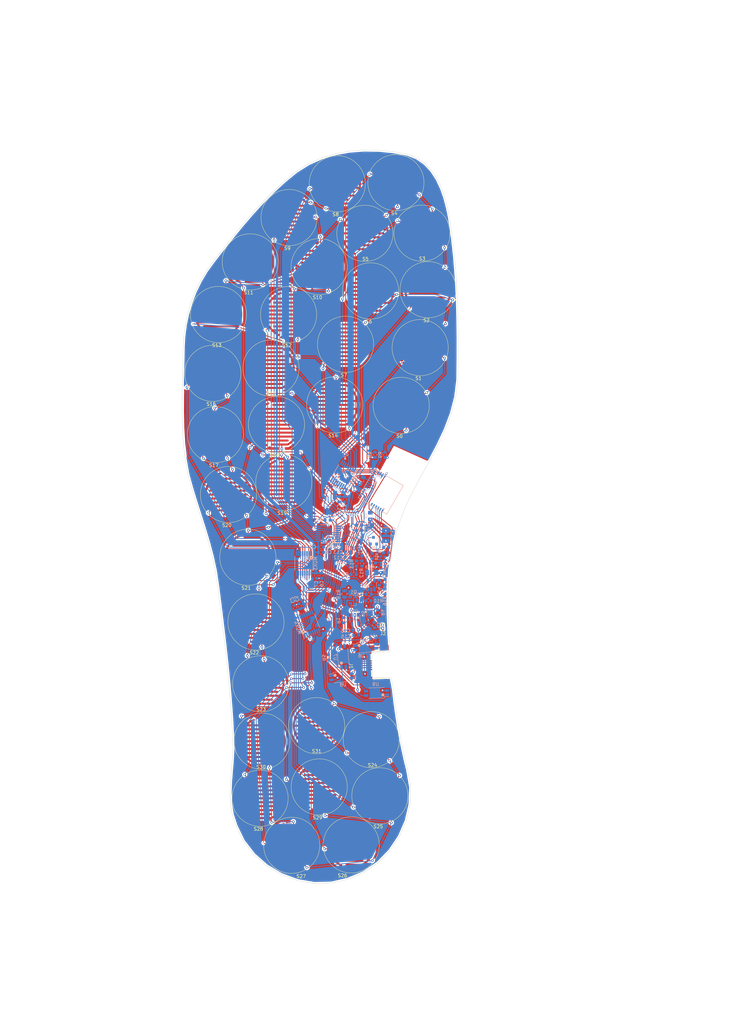
<source format=kicad_pcb>
(kicad_pcb (version 20171130) (host pcbnew "(5.0.0)")
  (layers (0 F.Cu signal) (31 B.Cu signal) (34 B.Paste user hide) (35 F.Paste user hide) (36 B.SilkS user) (37 F.SilkS user) (38 B.Mask user) (39 F.Mask user) (44 Edge.Cuts user))
  (net 0 "")
  (net 1 GND)
  (net 2 +3V3)
  (net 3 +5V)
  (net 4 +BATT)
  (net 5 /U1_A7)
  (net 6 /U1_A6)
  (net 7 /U1_A5)
  (net 8 /U1_A4)
  (net 9 /U1_A3)
  (net 10 /U1_A2)
  (net 11 /U1_A1)
  (net 12 /U1_A0)
  (net 13 /U2_A7)
  (net 14 /U2_A6)
  (net 15 /U2_A5)
  (net 16 /U2_A4)
  (net 17 /U2_A3)
  (net 18 /U2_A2)
  (net 19 /U2_A1)
  (net 20 /U2_A0)
  (net 21 /U1_Data)
  (net 22 /U2_Data)
  (net 23 /U3_Data)
  (net 24 /U4_Data)
  (net 25 /U3_A7)
  (net 26 /U3_A6)
  (net 27 /U3_A5)
  (net 28 /U3_A4)
  (net 29 /U3_A3)
  (net 30 /U3_A2)
  (net 31 /U3_A1)
  (net 32 /U3_A0)
  (net 33 /U4_A7)
  (net 34 /U4_A6)
  (net 35 /U4_A5)
  (net 36 /U4_A4)
  (net 37 /U4_A3)
  (net 38 /U4_A2)
  (net 39 /U4_A1)
  (net 40 /U4_A0)
  (net 41 "Net-(L3-Pad1)")
  (net 42 "Net-(R1-Pad1)")
  (net 43 /S0)
  (net 44 /S1)
  (net 45 /S2)
  (net 46 /MUX_E)
  (net 47 -BATT)
  (net 48 "Net-(C1-Pad1)")
  (net 49 Analog_Batt_Lvl)
  (net 50 Enable_Batt_Lvl)
  (net 51 "Net-(R5-Pad1)")
  (net 52 "Net-(R5-Pad2)")
  (net 53 "Net-(R10-Pad1)")
  (net 54 "Net-(R11-Pad1)")
  (net 55 XRES)
  (net 56 P0.6)
  (net 57 P0.7)
  (net 58 /P0.7_USB)
  (net 59 /P0.6_USB)
  (net 60 /XRES_USB)
  (net 61 "Net-(Q2-Pad3)")
  (net 62 /+3V3_VDDR)
  (net 63 /+3V3_VDD)
  (net 64 /+BATT_CUT)
  (net 65 "Net-(JP2-Pad2)")
  (net 66 "Net-(JP3-Pad1)")
  (net 67 /SCL)
  (net 68 /SDA)
  (net 69 "Net-(JP5-Pad1)")
  (net 70 P4.0)
  (net 71 P4.1)
  (module Resistor_SMD:R_0603_1608Metric (layer B.Cu) (at 224.099453 187.120707 90)
    (fp_text reference R17 (at 2.81 -0.08 90) (layer B.SilkS) (effects (font (size 0.7 0.7)) (justify mirror)))
    (fp_text value 10k)
    (pad 2 smd roundrect (at 0.7875 0 90) (size 0.875 0.95) (layers B.Cu B.Paste B.Mask) (net 56 P0.6))
    (pad 1 smd roundrect (at -0.7875 0 90) (size 0.875 0.95) (layers B.Cu B.Paste B.Mask) (net 2 +3V3))
  )
  (module Capacitor_SMD:C_0603_1608Metric (layer B.Cu) (at 219.139453 190.780707 181)
    (fp_text reference C3 (at 2.530154 -0.127757 181) (layer B.SilkS) (effects (justify mirror)))
    (fp_text value 4.7uF)
    (pad 2 smd roundrect (at 0.7875 0 181) (size 0.875 0.95) (layers B.Cu B.Paste B.Mask) (net 64 /+BATT_CUT))
    (pad 1 smd roundrect (at -0.7875 0 181) (size 0.875 0.95) (layers B.Cu B.Paste B.Mask) (net 1 GND))
  )
  (module Package_TO_SOT_SMD:TSOT-23-5 (layer B.Cu) (at 219.929453 187.990707 91)
    (fp_text reference U3 (at -0.231479 -2.438411 1) (layer B.SilkS) (effects (font (size 0.9 0.9)) (justify mirror)))
    (fp_text value ADP2108AUJ-3.3)
    (pad 5 smd rect (at 1.31 -0.95 91) (size 1.22 0.65) (layers B.Cu B.Paste B.Mask) (net 41 "Net-(L3-Pad1)"))
    (pad 4 smd rect (at 1.31 0.95 91) (size 1.22 0.65) (layers B.Cu B.Paste B.Mask) (net 2 +3V3))
    (pad 3 smd rect (at -1.31 0.95 91) (size 1.22 0.65) (layers B.Cu B.Paste B.Mask) (net 64 /+BATT_CUT))
    (pad 2 smd rect (at -1.31 0 91) (size 1.22 0.65) (layers B.Cu B.Paste B.Mask) (net 1 GND))
    (pad 1 smd rect (at -1.31 -0.95 91) (size 1.22 0.65) (layers B.Cu B.Paste B.Mask) (net 64 /+BATT_CUT))
  )
  (module fsr_footprints:FSR_Circle_7mm (layer F.Cu) (at 227.399453 66.140707 180)
    (fp_text reference S4 (at 0.5 -9.3) (layer F.SilkS))
    (fp_text value FSR)
    (pad 1 smd custom (at -6.7 -1.2 180) (size 0.5 0.5) (layers F.Cu F.Mask) (net 21 /U1_Data) (options (clearance outline) (anchor circle)) (primitives (gr_line (start 12.3 2.4) (end 0.1 2.4) (width 0.6)) (gr_line (start 7.7 7.2) (end 3.3 7.2) (width 0.6)) (gr_line (start 12.3 0) (end 0.1 0) (width 0.6)) (gr_line (start 11.1 4.8) (end 0.9 4.8) (width 0.6)) (gr_line (start 8.1 -4.8) (end 3.3 -4.8) (width 0.6)) (gr_line (start 11.1 -2.4) (end 0.9 -2.4) (width 0.6)) (gr_arc (start 6.7 1.2) (end 3.3 7.2) (angle 120.9) (width 0.6))))
    (pad 2 smd custom (at 6.8 0 180) (size 0.5 0.5) (layers F.Cu F.Mask) (net 8 /U1_A4) (options (clearance outline) (anchor circle)) (primitives (gr_line (start -10.2 -4.8) (end -2 -4.8) (width 0.6)) (gr_line (start -11.8 -2.4) (end -0.4 -2.4) (width 0.6)) (gr_arc (start -6.8 0) (end -3.8 -6.2) (angle 133.6) (width 0.6)) (gr_line (start -12 2.4) (end -0.4 2.4) (width 0.6)) (gr_line (start -12.4 0) (end -0.2 0) (width 0.6)) (gr_line (start -10 4.8) (end -2 4.8) (width 0.6))))
  )
  (module fsr_footprints:FSR_Circle_7mm (layer F.Cu) (at 195.039453 76.730707 180)
    (fp_text reference S9 (at 0.5 -9.3) (layer F.SilkS))
    (fp_text value FSR)
    (pad 1 smd custom (at -6.7 -1.2 180) (size 0.5 0.5) (layers F.Cu F.Mask) (net 22 /U2_Data) (options (clearance outline) (anchor circle)) (primitives (gr_line (start 12.3 2.4) (end 0.1 2.4) (width 0.6)) (gr_line (start 7.7 7.2) (end 3.3 7.2) (width 0.6)) (gr_line (start 12.3 0) (end 0.1 0) (width 0.6)) (gr_line (start 11.1 4.8) (end 0.9 4.8) (width 0.6)) (gr_line (start 8.1 -4.8) (end 3.3 -4.8) (width 0.6)) (gr_line (start 11.1 -2.4) (end 0.9 -2.4) (width 0.6)) (gr_arc (start 6.7 1.2) (end 3.3 7.2) (angle 120.9) (width 0.6))))
    (pad 2 smd custom (at 6.8 0 180) (size 0.5 0.5) (layers F.Cu F.Mask) (net 19 /U2_A1) (options (clearance outline) (anchor circle)) (primitives (gr_line (start -10.2 -4.8) (end -2 -4.8) (width 0.6)) (gr_line (start -11.8 -2.4) (end -0.4 -2.4) (width 0.6)) (gr_arc (start -6.8 0) (end -3.8 -6.2) (angle 133.6) (width 0.6)) (gr_line (start -12 2.4) (end -0.4 2.4) (width 0.6)) (gr_line (start -12.4 0) (end -0.2 0) (width 0.6)) (gr_line (start -10 4.8) (end -2 4.8) (width 0.6))))
  )
  (module Connector_PinHeader_1.00mm:PinHeader_1x02_P1.00mm_Vertical (layer F.Cu) (at 223.399453 201.110707 4)
    (fp_text reference J2 (at 0 1.56 4) (layer F.SilkS))
    (fp_text value 3V7_Battery)
    (pad 2 thru_hole oval (at 0 -1 4) (size 0.85 0.85) (drill 0.5) (layers *.Cu *.Mask) (net 4 +BATT))
    (pad 1 thru_hole rect (at 0 0 4) (size 0.85 0.85) (drill 0.5) (layers *.Cu *.Mask) (net 47 -BATT))
  )
  (module Package_LGA:Bosch_LGA-14_3x2.5mm_P0.5mm (layer B.Cu) (at 214.509453 175.460707)
    (fp_text reference U2 (at 0 -2.5) (layer B.SilkS) (effects (justify mirror)))
    (fp_text value ISM330DLC)
    (pad 11 smd rect (at 1.2625 -0.75) (size 0.675 0.25) (layers B.Cu B.Paste B.Mask))
    (pad 10 smd rect (at 1.2625 -0.25) (size 0.675 0.25) (layers B.Cu B.Paste B.Mask))
    (pad 9 smd rect (at 1.2625 0.25) (size 0.675 0.25) (layers B.Cu B.Paste B.Mask))
    (pad 8 smd rect (at 1.2625 0.75) (size 0.675 0.25) (layers B.Cu B.Paste B.Mask) (net 2 +3V3))
    (pad 4 smd rect (at -1.2625 0.75) (size 0.675 0.25) (layers B.Cu B.Paste B.Mask))
    (pad 3 smd rect (at -1.2625 0.25) (size 0.675 0.25) (layers B.Cu B.Paste B.Mask) (net 1 GND))
    (pad 2 smd rect (at -1.2625 -0.25) (size 0.675 0.25) (layers B.Cu B.Paste B.Mask) (net 1 GND))
    (pad 1 smd rect (at -1.2625 -0.75) (size 0.675 0.25) (layers B.Cu B.Paste B.Mask) (net 1 GND))
    (pad 7 smd rect (at 0.5 1.0125) (size 0.25 0.675) (layers B.Cu B.Paste B.Mask) (net 1 GND))
    (pad 6 smd rect (at 0 1.0125) (size 0.25 0.675) (layers B.Cu B.Paste B.Mask) (net 1 GND))
    (pad 5 smd rect (at -0.5 1.0125) (size 0.25 0.675) (layers B.Cu B.Paste B.Mask) (net 2 +3V3))
    (pad 12 smd rect (at 0.5 -1.0125) (size 0.25 0.675) (layers B.Cu B.Paste B.Mask))
    (pad 14 smd rect (at -0.5 -1.0125) (size 0.25 0.675) (layers B.Cu B.Paste B.Mask) (net 68 /SDA))
    (pad 13 smd rect (at 0 -1.0125) (size 0.25 0.675) (layers B.Cu B.Paste B.Mask) (net 67 /SCL))
  )
  (module Capacitor_SMD:C_0603_1608Metric (layer B.Cu) (at 220.839453 200.100707 274)
    (fp_text reference C1 (at 0 -1.43 274) (layer B.SilkS) (effects (justify mirror)))
    (fp_text value 0.1uF)
    (pad 2 smd roundrect (at 0.7875 0 274) (size 0.875 0.95) (layers B.Cu B.Paste B.Mask) (net 47 -BATT))
    (pad 1 smd roundrect (at -0.7875 0 274) (size 0.875 0.95) (layers B.Cu B.Paste B.Mask) (net 48 "Net-(C1-Pad1)"))
  )
  (module Capacitor_SMD:C_0603_1608Metric (layer B.Cu) (at 196.859453 194.910707 290)
    (fp_text reference C2 (at -2.498995 -0.005009 290) (layer B.SilkS) (effects (justify mirror)))
    (fp_text value 1uF)
    (pad 2 smd roundrect (at 0.7875 0 290) (size 0.875 0.95) (layers B.Cu B.Paste B.Mask) (net 2 +3V3))
    (pad 1 smd roundrect (at -0.7875 0 290) (size 0.875 0.95) (layers B.Cu B.Paste B.Mask) (net 1 GND))
  )
  (module Capacitor_SMD:C_0603_1608Metric (layer B.Cu) (at 222.321453 187.248707 271)
    (fp_text reference C4 (at 2.285652 0.039896 271) (layer B.SilkS) (effects (justify mirror)))
    (fp_text value 10uF)
    (pad 2 smd roundrect (at 0.7875 0 271) (size 0.875 0.95) (layers B.Cu B.Paste B.Mask) (net 1 GND))
    (pad 1 smd roundrect (at -0.7875 0 271) (size 0.875 0.95) (layers B.Cu B.Paste B.Mask) (net 2 +3V3))
  )
  (module Capacitor_SMD:C_0603_1608Metric (layer B.Cu) (at 198.309453 194.360707 290)
    (fp_text reference C5 (at -2.392243 0.140264 290) (layer B.SilkS) (effects (justify mirror)))
    (fp_text value 0.1uF)
    (pad 2 smd roundrect (at 0.7875 0 290) (size 0.875 0.95) (layers B.Cu B.Paste B.Mask) (net 2 +3V3))
    (pad 1 smd roundrect (at -0.7875 0 290) (size 0.875 0.95) (layers B.Cu B.Paste B.Mask) (net 1 GND))
  )
  (module Capacitor_SMD:C_0603_1608Metric (layer B.Cu) (at 204.909453 185.148207 90)
    (fp_text reference C6 (at -2.5125 0 90) (layer B.SilkS) (effects (justify mirror)))
    (fp_text value 1uF)
    (pad 2 smd roundrect (at 0.7875 0 90) (size 0.875 0.95) (layers B.Cu B.Paste B.Mask) (net 2 +3V3))
    (pad 1 smd roundrect (at -0.7875 0 90) (size 0.875 0.95) (layers B.Cu B.Paste B.Mask) (net 1 GND))
  )
  (module Capacitor_SMD:C_0603_1608Metric (layer B.Cu) (at 203.309453 185.160707 90)
    (fp_text reference C7 (at -2.5 0 90) (layer B.SilkS) (effects (justify mirror)))
    (fp_text value 0.1uF)
    (pad 2 smd roundrect (at 0.7875 0 90) (size 0.875 0.95) (layers B.Cu B.Paste B.Mask) (net 2 +3V3))
    (pad 1 smd roundrect (at -0.7875 0 90) (size 0.875 0.95) (layers B.Cu B.Paste B.Mask) (net 1 GND))
  )
  (module Capacitor_SMD:C_0603_1608Metric (layer B.Cu) (at 204.696953 178.060707 180)
    (fp_text reference C8 (at -2.3125 0 180) (layer B.SilkS) (effects (justify mirror)))
    (fp_text value 1uF)
    (pad 2 smd roundrect (at 0.7875 0 180) (size 0.875 0.95) (layers B.Cu B.Paste B.Mask) (net 2 +3V3))
    (pad 1 smd roundrect (at -0.7875 0 180) (size 0.875 0.95) (layers B.Cu B.Paste B.Mask) (net 1 GND))
  )
  (module Capacitor_SMD:C_0603_1608Metric (layer B.Cu) (at 204.696953 176.460707 180)
    (fp_text reference C9 (at 2.3875 0 180) (layer B.SilkS) (effects (justify mirror)))
    (fp_text value 0.1uF)
    (pad 2 smd roundrect (at 0.7875 0 180) (size 0.875 0.95) (layers B.Cu B.Paste B.Mask) (net 2 +3V3))
    (pad 1 smd roundrect (at -0.7875 0 180) (size 0.875 0.95) (layers B.Cu B.Paste B.Mask) (net 1 GND))
  )
  (module Capacitor_SMD:C_0603_1608Metric (layer B.Cu) (at 210.284453 162.023207 90)
    (fp_text reference C10 (at -2.9375 -0.075 90) (layer B.SilkS) (effects (justify mirror)))
    (fp_text value 1uF)
    (pad 2 smd roundrect (at 0.7875 0 90) (size 0.875 0.95) (layers B.Cu B.Paste B.Mask) (net 2 +3V3))
    (pad 1 smd roundrect (at -0.7875 0 90) (size 0.875 0.95) (layers B.Cu B.Paste B.Mask) (net 1 GND))
  )
  (module Capacitor_SMD:C_0603_1608Metric (layer B.Cu) (at 211.909453 162.035707 90)
    (fp_text reference C11 (at -2.95 -0.075 90) (layer B.SilkS) (effects (justify mirror)))
    (fp_text value 0.1uF)
    (pad 2 smd roundrect (at 0.7875 0 90) (size 0.875 0.95) (layers B.Cu B.Paste B.Mask) (net 2 +3V3))
    (pad 1 smd roundrect (at -0.7875 0 90) (size 0.875 0.95) (layers B.Cu B.Paste B.Mask) (net 1 GND))
  )
  (module Capacitor_SMD:C_0603_1608Metric (layer B.Cu) (at 212.821953 179.560707)
    (fp_text reference C12 (at -2.9125 0.1) (layer B.SilkS) (effects (justify mirror)))
    (fp_text value 1uF)
    (pad 2 smd roundrect (at 0.7875 0) (size 0.875 0.95) (layers B.Cu B.Paste B.Mask) (net 2 +3V3))
    (pad 1 smd roundrect (at -0.7875 0) (size 0.875 0.95) (layers B.Cu B.Paste B.Mask) (net 1 GND))
  )
  (module Capacitor_SMD:C_0603_1608Metric (layer B.Cu) (at 212.821953 177.960707)
    (fp_text reference C13 (at -2.9225 0.03) (layer B.SilkS) (effects (justify mirror)))
    (fp_text value 0.1uF)
    (pad 2 smd roundrect (at 0.7875 0) (size 0.875 0.95) (layers B.Cu B.Paste B.Mask) (net 2 +3V3))
    (pad 1 smd roundrect (at -0.7875 0) (size 0.875 0.95) (layers B.Cu B.Paste B.Mask) (net 1 GND))
  )
  (module Capacitor_SMD:C_0603_1608Metric (layer B.Cu) (at 216.309453 179.160707 180)
    (fp_text reference C14 (at 0.22 1.35 180) (layer B.SilkS) (effects (justify mirror)))
    (fp_text value 0.1uF)
    (pad 2 smd roundrect (at 0.7875 0 180) (size 0.875 0.95) (layers B.Cu B.Paste B.Mask) (net 1 GND))
    (pad 1 smd roundrect (at -0.7875 0 180) (size 0.875 0.95) (layers B.Cu B.Paste B.Mask) (net 49 Analog_Batt_Lvl))
  )
  (module Inductor_SMD:L_0805_2012Metric_Pad1.15x1.40mm_HandSolder (layer B.Cu) (at 219.639453 167.105707 90)
    (fp_text reference L1 (at 0 -1.65 90) (layer B.SilkS) (effects (justify mirror)))
    (fp_text value "300ohm 100MHz")
    (pad 2 smd roundrect (at 1.025 0 90) (size 1.15 1.4) (layers B.Cu B.Paste B.Mask) (roundrect_rratio 0.217391) (net 62 /+3V3_VDDR))
    (pad 1 smd roundrect (at -1.025 0 90) (size 1.15 1.4) (layers B.Cu B.Paste B.Mask) (roundrect_rratio 0.217391) (net 2 +3V3))
  )
  (module Inductor_SMD:L_0805_2012Metric_Pad1.15x1.40mm_HandSolder (layer B.Cu) (at 216.959453 156.270707 60)
    (fp_text reference L2 (at 0 -1.65 60) (layer B.SilkS) (effects (justify mirror)))
    (fp_text value "300ohm 100MHz")
    (pad 2 smd roundrect (at 1.025 0 60) (size 1.15 1.4) (layers B.Cu B.Paste B.Mask) (roundrect_rratio 0.217391) (net 63 /+3V3_VDD))
    (pad 1 smd roundrect (at -1.025 0 60) (size 1.15 1.4) (layers B.Cu B.Paste B.Mask) (roundrect_rratio 0.217391) (net 2 +3V3))
  )
  (module Package_SO:TSSOP-16_4.4x5mm_P0.65mm (layer B.Cu) (at 211.409453 154.660707 240)
    (fp_text reference MUX1 (at 0 -3.55 240) (layer B.SilkS) (effects (justify mirror)))
    (fp_text value CD74HC4051)
    (pad 16 smd rect (at 2.95 -2.275 240) (size 1.5 0.45) (layers B.Cu B.Paste B.Mask) (net 2 +3V3))
    (pad 15 smd rect (at 2.95 -1.625 240) (size 1.5 0.45) (layers B.Cu B.Paste B.Mask) (net 10 /U1_A2))
    (pad 14 smd rect (at 2.95 -0.975 240) (size 1.5 0.45) (layers B.Cu B.Paste B.Mask) (net 11 /U1_A1))
    (pad 13 smd rect (at 2.95 -0.325 240) (size 1.5 0.45) (layers B.Cu B.Paste B.Mask) (net 12 /U1_A0))
    (pad 12 smd rect (at 2.95 0.325 240) (size 1.5 0.45) (layers B.Cu B.Paste B.Mask) (net 9 /U1_A3))
    (pad 11 smd rect (at 2.95 0.975 240) (size 1.5 0.45) (layers B.Cu B.Paste B.Mask) (net 43 /S0))
    (pad 10 smd rect (at 2.95 1.625 240) (size 1.5 0.45) (layers B.Cu B.Paste B.Mask) (net 44 /S1))
    (pad 9 smd rect (at 2.95 2.275 240) (size 1.5 0.45) (layers B.Cu B.Paste B.Mask) (net 45 /S2))
    (pad 8 smd rect (at -2.95 2.275 240) (size 1.5 0.45) (layers B.Cu B.Paste B.Mask) (net 1 GND))
    (pad 7 smd rect (at -2.95 1.625 240) (size 1.5 0.45) (layers B.Cu B.Paste B.Mask) (net 1 GND))
    (pad 6 smd rect (at -2.95 0.975 240) (size 1.5 0.45) (layers B.Cu B.Paste B.Mask) (net 46 /MUX_E))
    (pad 5 smd rect (at -2.95 0.325 240) (size 1.5 0.45) (layers B.Cu B.Paste B.Mask) (net 7 /U1_A5))
    (pad 4 smd rect (at -2.95 -0.325 240) (size 1.5 0.45) (layers B.Cu B.Paste B.Mask) (net 5 /U1_A7))
    (pad 3 smd rect (at -2.95 -0.975 240) (size 1.5 0.45) (layers B.Cu B.Paste B.Mask) (net 2 +3V3))
    (pad 2 smd rect (at -2.95 -1.625 240) (size 1.5 0.45) (layers B.Cu B.Paste B.Mask) (net 6 /U1_A6))
    (pad 1 smd rect (at -2.95 -2.275 240) (size 1.5 0.45) (layers B.Cu B.Paste B.Mask) (net 8 /U1_A4))
  )
  (module Package_SO:TSSOP-16_4.4x5mm_P0.65mm (layer B.Cu) (at 206.809453 172.460707 180)
    (fp_text reference MUX2 (at -1.7 -3.6 180) (layer B.SilkS) (effects (justify mirror)))
    (fp_text value CD74HC4051)
    (pad 16 smd rect (at 2.95 -2.275 180) (size 1.5 0.45) (layers B.Cu B.Paste B.Mask) (net 2 +3V3))
    (pad 15 smd rect (at 2.95 -1.625 180) (size 1.5 0.45) (layers B.Cu B.Paste B.Mask) (net 18 /U2_A2))
    (pad 14 smd rect (at 2.95 -0.975 180) (size 1.5 0.45) (layers B.Cu B.Paste B.Mask) (net 19 /U2_A1))
    (pad 13 smd rect (at 2.95 -0.325 180) (size 1.5 0.45) (layers B.Cu B.Paste B.Mask) (net 20 /U2_A0))
    (pad 12 smd rect (at 2.95 0.325 180) (size 1.5 0.45) (layers B.Cu B.Paste B.Mask) (net 17 /U2_A3))
    (pad 11 smd rect (at 2.95 0.975 180) (size 1.5 0.45) (layers B.Cu B.Paste B.Mask) (net 43 /S0))
    (pad 10 smd rect (at 2.95 1.625 180) (size 1.5 0.45) (layers B.Cu B.Paste B.Mask) (net 44 /S1))
    (pad 9 smd rect (at 2.95 2.275 180) (size 1.5 0.45) (layers B.Cu B.Paste B.Mask) (net 45 /S2))
    (pad 8 smd rect (at -2.95 2.275 180) (size 1.5 0.45) (layers B.Cu B.Paste B.Mask) (net 1 GND))
    (pad 7 smd rect (at -2.95 1.625 180) (size 1.5 0.45) (layers B.Cu B.Paste B.Mask) (net 1 GND))
    (pad 6 smd rect (at -2.95 0.975 180) (size 1.5 0.45) (layers B.Cu B.Paste B.Mask) (net 46 /MUX_E))
    (pad 5 smd rect (at -2.95 0.325 180) (size 1.5 0.45) (layers B.Cu B.Paste B.Mask) (net 15 /U2_A5))
    (pad 4 smd rect (at -2.95 -0.325 180) (size 1.5 0.45) (layers B.Cu B.Paste B.Mask) (net 13 /U2_A7))
    (pad 3 smd rect (at -2.95 -0.975 180) (size 1.5 0.45) (layers B.Cu B.Paste B.Mask) (net 2 +3V3))
    (pad 2 smd rect (at -2.95 -1.625 180) (size 1.5 0.45) (layers B.Cu B.Paste B.Mask) (net 14 /U2_A6))
    (pad 1 smd rect (at -2.95 -2.275 180) (size 1.5 0.45) (layers B.Cu B.Paste B.Mask) (net 16 /U2_A4))
  )
  (module Package_SO:TSSOP-16_4.4x5mm_P0.65mm (layer B.Cu) (at 199.509453 181.410707 270)
    (fp_text reference MUX3 (at 0 -3.55 270) (layer B.SilkS) (effects (justify mirror)))
    (fp_text value CD74HC4051)
    (pad 16 smd rect (at 2.95 -2.275 270) (size 1.5 0.45) (layers B.Cu B.Paste B.Mask) (net 2 +3V3))
    (pad 15 smd rect (at 2.95 -1.625 270) (size 1.5 0.45) (layers B.Cu B.Paste B.Mask) (net 30 /U3_A2))
    (pad 14 smd rect (at 2.95 -0.975 270) (size 1.5 0.45) (layers B.Cu B.Paste B.Mask) (net 31 /U3_A1))
    (pad 13 smd rect (at 2.95 -0.325 270) (size 1.5 0.45) (layers B.Cu B.Paste B.Mask) (net 32 /U3_A0))
    (pad 12 smd rect (at 2.95 0.325 270) (size 1.5 0.45) (layers B.Cu B.Paste B.Mask) (net 29 /U3_A3))
    (pad 11 smd rect (at 2.95 0.975 270) (size 1.5 0.45) (layers B.Cu B.Paste B.Mask) (net 43 /S0))
    (pad 10 smd rect (at 2.95 1.625 270) (size 1.5 0.45) (layers B.Cu B.Paste B.Mask) (net 44 /S1))
    (pad 9 smd rect (at 2.95 2.275 270) (size 1.5 0.45) (layers B.Cu B.Paste B.Mask) (net 45 /S2))
    (pad 8 smd rect (at -2.95 2.275 270) (size 1.5 0.45) (layers B.Cu B.Paste B.Mask) (net 1 GND))
    (pad 7 smd rect (at -2.95 1.625 270) (size 1.5 0.45) (layers B.Cu B.Paste B.Mask) (net 1 GND))
    (pad 6 smd rect (at -2.95 0.975 270) (size 1.5 0.45) (layers B.Cu B.Paste B.Mask) (net 46 /MUX_E))
    (pad 5 smd rect (at -2.95 0.325 270) (size 1.5 0.45) (layers B.Cu B.Paste B.Mask) (net 27 /U3_A5))
    (pad 4 smd rect (at -2.95 -0.325 270) (size 1.5 0.45) (layers B.Cu B.Paste B.Mask) (net 25 /U3_A7))
    (pad 3 smd rect (at -2.95 -0.975 270) (size 1.5 0.45) (layers B.Cu B.Paste B.Mask) (net 2 +3V3))
    (pad 2 smd rect (at -2.95 -1.625 270) (size 1.5 0.45) (layers B.Cu B.Paste B.Mask) (net 26 /U3_A6))
    (pad 1 smd rect (at -2.95 -2.275 270) (size 1.5 0.45) (layers B.Cu B.Paste B.Mask) (net 28 /U3_A4))
  )
  (module Package_SO:TSSOP-16_4.4x5mm_P0.65mm (layer B.Cu) (at 200.959453 199.710707 110)
    (fp_text reference MUX4 (at 0 -3.55 110) (layer B.SilkS) (effects (justify mirror)))
    (fp_text value CD74HC4051)
    (pad 16 smd rect (at 2.95 -2.275 110) (size 1.5 0.45) (layers B.Cu B.Paste B.Mask) (net 2 +3V3))
    (pad 15 smd rect (at 2.95 -1.625 110) (size 1.5 0.45) (layers B.Cu B.Paste B.Mask) (net 38 /U4_A2))
    (pad 14 smd rect (at 2.95 -0.975 110) (size 1.5 0.45) (layers B.Cu B.Paste B.Mask) (net 39 /U4_A1))
    (pad 13 smd rect (at 2.95 -0.325 110) (size 1.5 0.45) (layers B.Cu B.Paste B.Mask) (net 40 /U4_A0))
    (pad 12 smd rect (at 2.95 0.325 110) (size 1.5 0.45) (layers B.Cu B.Paste B.Mask) (net 37 /U4_A3))
    (pad 11 smd rect (at 2.95 0.975 110) (size 1.5 0.45) (layers B.Cu B.Paste B.Mask) (net 43 /S0))
    (pad 10 smd rect (at 2.95 1.625 110) (size 1.5 0.45) (layers B.Cu B.Paste B.Mask) (net 44 /S1))
    (pad 9 smd rect (at 2.95 2.275 110) (size 1.5 0.45) (layers B.Cu B.Paste B.Mask) (net 45 /S2))
    (pad 8 smd rect (at -2.95 2.275 110) (size 1.5 0.45) (layers B.Cu B.Paste B.Mask) (net 1 GND))
    (pad 7 smd rect (at -2.95 1.625 110) (size 1.5 0.45) (layers B.Cu B.Paste B.Mask) (net 1 GND))
    (pad 6 smd rect (at -2.95 0.975 110) (size 1.5 0.45) (layers B.Cu B.Paste B.Mask) (net 46 /MUX_E))
    (pad 5 smd rect (at -2.95 0.325 110) (size 1.5 0.45) (layers B.Cu B.Paste B.Mask) (net 35 /U4_A5))
    (pad 4 smd rect (at -2.95 -0.325 110) (size 1.5 0.45) (layers B.Cu B.Paste B.Mask) (net 33 /U4_A7))
    (pad 3 smd rect (at -2.95 -0.975 110) (size 1.5 0.45) (layers B.Cu B.Paste B.Mask) (net 2 +3V3))
    (pad 2 smd rect (at -2.95 -1.625 110) (size 1.5 0.45) (layers B.Cu B.Paste B.Mask) (net 34 /U4_A6))
    (pad 1 smd rect (at -2.95 -2.275 110) (size 1.5 0.45) (layers B.Cu B.Paste B.Mask) (net 36 /U4_A4))
  )
  (module Package_TO_SOT_SMD:SOT-23 (layer B.Cu) (at 220.609453 174.560707 90)
    (fp_text reference Q2 (at -2.22 -0.02) (layer B.SilkS) (effects (font (size 0.7 0.7)) (justify mirror)))
    (fp_text value Q_PMOS_GSD)
    (pad 3 smd rect (at 1 0 90) (size 0.9 0.8) (layers B.Cu B.Paste B.Mask) (net 61 "Net-(Q2-Pad3)"))
    (pad 2 smd rect (at -1 0.95 90) (size 0.9 0.8) (layers B.Cu B.Paste B.Mask) (net 64 /+BATT_CUT))
    (pad 1 smd rect (at -1 -0.95 90) (size 0.9 0.8) (layers B.Cu B.Paste B.Mask) (net 50 Enable_Batt_Lvl))
  )
  (module Resistor_SMD:R_0603_1608Metric (layer B.Cu) (at 211.428238 198.644286 93)
    (fp_text reference R1 (at 0 -1.43 93) (layer B.SilkS) (effects (justify mirror)))
    (fp_text value 10k)
    (pad 2 smd roundrect (at 0.7875 0 93) (size 0.875 0.95) (layers B.Cu B.Paste B.Mask) (net 47 -BATT))
    (pad 1 smd roundrect (at -0.7875 0 93) (size 0.875 0.95) (layers B.Cu B.Paste B.Mask) (net 42 "Net-(R1-Pad1)"))
  )
  (module Resistor_SMD:R_0603_1608Metric (layer B.Cu) (at 216.221953 169.860707 180)
    (fp_text reference R2 (at -2.4875 -0.1 180) (layer B.SilkS) (effects (justify mirror)))
    (fp_text value 10k)
    (pad 2 smd roundrect (at 0.7875 0 180) (size 0.875 0.95) (layers B.Cu B.Paste B.Mask) (net 68 /SDA))
    (pad 1 smd roundrect (at -0.7875 0 180) (size 0.875 0.95) (layers B.Cu B.Paste B.Mask) (net 2 +3V3))
  )
  (module Resistor_SMD:R_0603_1608Metric (layer B.Cu) (at 216.209453 171.460707 180)
    (fp_text reference R3 (at -2.4 0 180) (layer B.SilkS) (effects (justify mirror)))
    (fp_text value 10k)
    (pad 2 smd roundrect (at 0.7875 0 180) (size 0.875 0.95) (layers B.Cu B.Paste B.Mask) (net 67 /SCL))
    (pad 1 smd roundrect (at -0.7875 0 180) (size 0.875 0.95) (layers B.Cu B.Paste B.Mask) (net 2 +3V3))
  )
  (module Resistor_SMD:R_0603_1608Metric (layer B.Cu) (at 221.919453 196.330707 272)
    (fp_text reference R4 (at 0 -1.43 272) (layer B.SilkS) (effects (justify mirror)))
    (fp_text value "390 ohm")
    (pad 2 smd roundrect (at 0.7875 0 272) (size 0.875 0.95) (layers B.Cu B.Paste B.Mask) (net 48 "Net-(C1-Pad1)"))
    (pad 1 smd roundrect (at -0.7875 0 272) (size 0.875 0.95) (layers B.Cu B.Paste B.Mask) (net 4 +BATT))
  )
  (module Resistor_SMD:R_0603_1608Metric (layer B.Cu) (at 207.009453 209.860707 94)
    (fp_text reference R5 (at 0 -1.43 94) (layer B.SilkS) (effects (justify mirror)))
    (fp_text value 0-1k)
    (pad 2 smd roundrect (at 0.7875 0 94) (size 0.875 0.95) (layers B.Cu B.Paste B.Mask) (net 52 "Net-(R5-Pad2)"))
    (pad 1 smd roundrect (at -0.7875 0 94) (size 0.875 0.95) (layers B.Cu B.Paste B.Mask) (net 51 "Net-(R5-Pad1)"))
  )
  (module Resistor_SMD:R_0603_1608Metric (layer B.Cu) (at 214.621953 184.760707 180)
    (fp_text reference R6 (at 2.5125 0 180) (layer B.SilkS) (effects (justify mirror)))
    (fp_text value 10k)
    (pad 2 smd roundrect (at 0.7875 0 180) (size 0.875 0.95) (layers B.Cu B.Paste B.Mask) (net 24 /U4_Data))
    (pad 1 smd roundrect (at -0.7875 0 180) (size 0.875 0.95) (layers B.Cu B.Paste B.Mask) (net 1 GND))
  )
  (module Resistor_SMD:R_0603_1608Metric (layer B.Cu) (at 206.709453 168.310707 180)
    (fp_text reference R7 (at 2.5 -0.05 180) (layer B.SilkS) (effects (justify mirror)))
    (fp_text value 10k)
    (pad 2 smd roundrect (at 0.7875 0 180) (size 0.875 0.95) (layers B.Cu B.Paste B.Mask) (net 23 /U3_Data))
    (pad 1 smd roundrect (at -0.7875 0 180) (size 0.875 0.95) (layers B.Cu B.Paste B.Mask) (net 1 GND))
  )
  (module Resistor_SMD:R_0603_1608Metric (layer B.Cu) (at 221.109453 148.548207 90)
    (fp_text reference R8 (at 0 -1.43 90) (layer B.SilkS) (effects (justify mirror)))
    (fp_text value 10k)
    (pad 2 smd roundrect (at 0.7875 0 90) (size 0.875 0.95) (layers B.Cu B.Paste B.Mask) (net 22 /U2_Data))
    (pad 1 smd roundrect (at -0.7875 0 90) (size 0.875 0.95) (layers B.Cu B.Paste B.Mask) (net 1 GND))
  )
  (module Resistor_SMD:R_0603_1608Metric (layer B.Cu) (at 224.109453 148.560707 90)
    (fp_text reference R9 (at 0 -1.43 90) (layer B.SilkS) (effects (justify mirror)))
    (fp_text value 10k)
    (pad 2 smd roundrect (at 0.7875 0 90) (size 0.875 0.95) (layers B.Cu B.Paste B.Mask) (net 21 /U1_Data))
    (pad 1 smd roundrect (at -0.7875 0 90) (size 0.875 0.95) (layers B.Cu B.Paste B.Mask) (net 1 GND))
  )
  (module Resistor_SMD:R_0603_1608Metric (layer B.Cu) (at 219.074953 192.702707 180)
    (fp_text reference R10 (at -2.9745 -0.088 180) (layer B.SilkS) (effects (justify mirror)))
    (fp_text value 2.7k)
    (pad 2 smd roundrect (at 0.7875 0 180) (size 0.875 0.95) (layers B.Cu B.Paste B.Mask) (net 1 GND))
    (pad 1 smd roundrect (at -0.7875 0 180) (size 0.875 0.95) (layers B.Cu B.Paste B.Mask) (net 53 "Net-(R10-Pad1)"))
  )
  (module Resistor_SMD:R_0603_1608Metric (layer B.Cu) (at 220.52495 204.060707 5)
    (fp_text reference R11 (at -2.848361 0.252711 5) (layer B.SilkS) (effects (justify mirror)))
    (fp_text value "100-500 ohm")
    (pad 2 smd roundrect (at 0.7875 0 5) (size 0.875 0.95) (layers B.Cu B.Paste B.Mask) (net 2 +3V3))
    (pad 1 smd roundrect (at -0.7875 0 5) (size 0.875 0.95) (layers B.Cu B.Paste B.Mask) (net 54 "Net-(R11-Pad1)"))
  )
  (module Resistor_SMD:R_0603_1608Metric (layer B.Cu) (at 217.109453 181.448207 90)
    (fp_text reference R12 (at -2.9125 -0.1 90) (layer B.SilkS) (effects (justify mirror)))
    (fp_text value 10k)
    (pad 2 smd roundrect (at 0.7875 0 90) (size 0.875 0.95) (layers B.Cu B.Paste B.Mask) (net 49 Analog_Batt_Lvl))
    (pad 1 smd roundrect (at -0.7875 0 90) (size 0.875 0.95) (layers B.Cu B.Paste B.Mask) (net 61 "Net-(Q2-Pad3)"))
  )
  (module Resistor_SMD:R_0603_1608Metric (layer B.Cu) (at 215.409453 181.460707 270)
    (fp_text reference R13 (at 0.1 1.4 270) (layer B.SilkS) (effects (justify mirror)))
    (fp_text value 10k)
    (pad 2 smd roundrect (at 0.7875 0 270) (size 0.875 0.95) (layers B.Cu B.Paste B.Mask) (net 1 GND))
    (pad 1 smd roundrect (at -0.7875 0 270) (size 0.875 0.95) (layers B.Cu B.Paste B.Mask) (net 49 Analog_Batt_Lvl))
  )
  (module Resistor_SMD:R_0603_1608Metric (layer B.Cu) (at 220.209453 179.173207 90)
    (fp_text reference R14 (at 0 -1.43 90) (layer B.SilkS) (effects (font (size 0.7 0.7)) (justify mirror)))
    (fp_text value 100k)
    (pad 2 smd roundrect (at 0.7875 0 90) (size 0.875 0.95) (layers B.Cu B.Paste B.Mask) (net 50 Enable_Batt_Lvl))
    (pad 1 smd roundrect (at -0.7875 0 90) (size 0.875 0.95) (layers B.Cu B.Paste B.Mask) (net 64 /+BATT_CUT))
  )
  (module Package_TO_SOT_SMD:TSOT-23-5 (layer B.Cu) (at 215.009453 198.360707 273)
    (fp_text reference U1 (at -2.60167 -0.036211 183) (layer B.SilkS) (effects (font (size 0.9 0.9)) (justify mirror)))
    (fp_text value STC4054-4.2)
    (pad 5 smd rect (at 1.31 -0.95 273) (size 1.22 0.65) (layers B.Cu B.Paste B.Mask) (net 42 "Net-(R1-Pad1)"))
    (pad 4 smd rect (at 1.31 0.95 273) (size 1.22 0.65) (layers B.Cu B.Paste B.Mask) (net 3 +5V))
    (pad 3 smd rect (at -1.31 0.95 273) (size 1.22 0.65) (layers B.Cu B.Paste B.Mask) (net 4 +BATT))
    (pad 2 smd rect (at -1.31 0 273) (size 1.22 0.65) (layers B.Cu B.Paste B.Mask) (net 47 -BATT))
    (pad 1 smd rect (at -1.31 -0.95 273) (size 1.22 0.65) (layers B.Cu B.Paste B.Mask))
  )
  (module Digikey_EZ_BLE:CYBLE-222014-01 (layer B.Cu) (at 221.539453 158.800707 240)
    (fp_text reference U4 (at -4 13 240) (layer B.SilkS) (effects (justify mirror)))
    (fp_text value CYBLE-222014-01)
    (pad 1 smd rect (at 4.89 -4.91 240) (size 1 0.41) (layers B.Cu B.Paste B.Mask) (net 1 GND))
    (pad 2 smd rect (at 4.89 -4.14 240) (size 1 0.41) (layers B.Cu B.Paste B.Mask) (net 71 P4.1))
    (pad 3 smd rect (at 4.89 -3.38 240) (size 1 0.41) (layers B.Cu B.Paste B.Mask) (net 50 Enable_Batt_Lvl))
    (pad 4 smd rect (at 4.89 -2.62 240) (size 1 0.41) (layers B.Cu B.Paste B.Mask) (net 49 Analog_Batt_Lvl))
    (pad 5 smd rect (at 4.89 -1.86 240) (size 1 0.41) (layers B.Cu B.Paste B.Mask) (net 62 /+3V3_VDDR))
    (pad 7 smd rect (at 4.34 3.19 330) (size 1 0.41) (layers B.Cu B.Paste B.Mask) (net 46 /MUX_E))
    (pad 8 smd rect (at 3.58 3.19 330) (size 1 0.41) (layers B.Cu B.Paste B.Mask) (net 57 P0.7))
    (pad 9 smd rect (at 2.81 3.19 330) (size 1 0.41) (layers B.Cu B.Paste B.Mask) (net 68 /SDA))
    (pad 10 smd rect (at 2.05 3.19 330) (size 1 0.41) (layers B.Cu B.Paste B.Mask) (net 67 /SCL))
    (pad 11 smd rect (at 1.29 3.19 330) (size 1 0.41) (layers B.Cu B.Paste B.Mask) (net 1 GND))
    (pad 12 smd rect (at 0.53 3.19 330) (size 1 0.41) (layers B.Cu B.Paste B.Mask) (net 56 P0.6))
    (pad 13 smd rect (at -0.23 3.19 330) (size 1 0.41) (layers B.Cu B.Paste B.Mask) (net 24 /U4_Data))
    (pad 14 smd rect (at -1 3.19 330) (size 1 0.41) (layers B.Cu B.Paste B.Mask) (net 63 /+3V3_VDD))
    (pad 15 smd rect (at -1.76 3.19 330) (size 1 0.41) (layers B.Cu B.Paste B.Mask) (net 55 XRES))
    (pad 16 smd rect (at -2.52 3.19 330) (size 1 0.41) (layers B.Cu B.Paste B.Mask) (net 23 /U3_Data))
    (pad 17 smd rect (at -3.28 3.19 330) (size 1 0.41) (layers B.Cu B.Paste B.Mask) (net 22 /U2_Data))
    (pad 18 smd rect (at -4.04 3.19 330) (size 1 0.41) (layers B.Cu B.Paste B.Mask) (net 21 /U1_Data))
    (pad 19 smd rect (at -4.6 1.95 240) (size 1 0.41) (layers B.Cu B.Paste B.Mask) (net 43 /S0))
    (pad 20 smd rect (at -4.6 1.19 240) (size 1 0.41) (layers B.Cu B.Paste B.Mask) (net 44 /S1))
    (pad 21 smd rect (at -4.6 0.43 240) (size 1 0.41) (layers B.Cu B.Paste B.Mask) (net 45 /S2))
    (pad 22 smd rect (at -4.6 -0.33 240) (size 1 0.41) (layers B.Cu B.Paste B.Mask) (net 70 P4.0))
    (pad 6 smd rect (at 4.89 -1.1 240) (size 1 0.41) (layers B.Cu B.Paste B.Mask))
  )
  (module SamacSys_Parts:AP9211SAACHAC7 (layer B.Cu) (at 219.459453 196.510707 4)
    (fp_text reference U5 (at -1.955713 0.013605 -86) (layer B.SilkS) (effects (font (size 0.9 0.9)) (justify mirror)))
    (fp_text value AP9211SA-AN-HAC-7 hide)
    (pad 7 smd rect (at 0 0 94) (size 1.8 1.8) (layers B.Cu B.Paste B.Mask))
    (pad 6 smd rect (at -0.599 -1.35 94) (size 0.5 0.75) (layers B.Cu B.Paste B.Mask) (net 1 GND))
    (pad 5 smd rect (at 0.176 -1.35 4) (size 0.4 0.5) (layers B.Cu B.Paste B.Mask) (net 53 "Net-(R10-Pad1)"))
    (pad 4 smd rect (at 0.776 -1.35 4) (size 0.4 0.5) (layers B.Cu B.Paste B.Mask))
    (pad 3 smd rect (at 0.776 1.35 4) (size 0.4 0.5) (layers B.Cu B.Paste B.Mask) (net 48 "Net-(C1-Pad1)"))
    (pad 2 smd rect (at 0.176004 1.35 4) (size 0.4 0.5) (layers B.Cu B.Paste B.Mask) (net 47 -BATT))
    (pad 1 smd rect (at -0.599 1.35 94) (size 0.5 0.75) (layers B.Cu B.Paste B.Mask) (net 47 -BATT))
  )
  (module Package_SO:SOP-4_4.4x2.8mm_P1.27mm (layer B.Cu) (at 218.209453 206.760707 5)
    (fp_text reference U6 (at -1.521658 2.476804 5) (layer B.SilkS) (effects (justify mirror)))
    (fp_text value TCMT1100)
    (pad 4 smd rect (at 3.15 -0.64 5) (size 1.3 0.8) (layers B.Cu B.Paste B.Mask) (net 2 +3V3))
    (pad 3 smd rect (at 3.15 0.64 5) (size 1.3 0.8) (layers B.Cu B.Paste B.Mask) (net 52 "Net-(R5-Pad2)"))
    (pad 2 smd rect (at -3.15 0.64 5) (size 1.3 0.8) (layers B.Cu B.Paste B.Mask) (net 3 +5V))
    (pad 1 smd rect (at -3.15 -0.64 5) (size 1.3 0.8) (layers B.Cu B.Paste B.Mask) (net 54 "Net-(R11-Pad1)"))
  )
  (module Package_SO:SOP-4_4.4x2.8mm_P1.27mm (layer B.Cu) (at 211.409453 209.660707 94)
    (fp_text reference U7 (at 0 -2.4 94) (layer B.SilkS) (effects (justify mirror)))
    (fp_text value TCMT1100)
    (pad 4 smd rect (at 3.15 -0.64 94) (size 1.3 0.8) (layers B.Cu B.Paste B.Mask) (net 60 /XRES_USB))
    (pad 3 smd rect (at 3.15 0.64 94) (size 1.3 0.8) (layers B.Cu B.Paste B.Mask) (net 55 XRES))
    (pad 2 smd rect (at -3.15 0.64 94) (size 1.3 0.8) (layers B.Cu B.Paste B.Mask) (net 1 GND))
    (pad 1 smd rect (at -3.15 -0.64 94) (size 1.3 0.8) (layers B.Cu B.Paste B.Mask) (net 51 "Net-(R5-Pad1)"))
  )
  (module Package_SO:SOP-4_4.4x2.8mm_P1.27mm (layer B.Cu) (at 210.909453 215.760707 6)
    (fp_text reference U8 (at 0.246393 2.439117 6) (layer B.SilkS) (effects (justify mirror)))
    (fp_text value TCMT1100)
    (pad 4 smd rect (at 3.15 -0.64 6) (size 1.3 0.8) (layers B.Cu B.Paste B.Mask) (net 59 /P0.6_USB))
    (pad 3 smd rect (at 3.15 0.64 6) (size 1.3 0.8) (layers B.Cu B.Paste B.Mask) (net 56 P0.6))
    (pad 2 smd rect (at -3.15 0.64 6) (size 1.3 0.8) (layers B.Cu B.Paste B.Mask) (net 1 GND))
    (pad 1 smd rect (at -3.15 -0.64 6) (size 1.3 0.8) (layers B.Cu B.Paste B.Mask) (net 51 "Net-(R5-Pad1)"))
  )
  (module Package_SO:SOP-4_4.4x2.8mm_P1.27mm (layer B.Cu) (at 221.539453 220.670707 182)
    (fp_text reference U9 (at 0.157364 2.657111 182) (layer B.SilkS) (effects (justify mirror)))
    (fp_text value TCMT1100)
    (pad 4 smd rect (at 3.15 -0.64 182) (size 1.3 0.8) (layers B.Cu B.Paste B.Mask) (net 58 /P0.7_USB))
    (pad 3 smd rect (at 3.15 0.64 182) (size 1.3 0.8) (layers B.Cu B.Paste B.Mask) (net 57 P0.7))
    (pad 2 smd rect (at -3.15 0.64 182) (size 1.3 0.8) (layers B.Cu B.Paste B.Mask) (net 1 GND))
    (pad 1 smd rect (at -3.15 -0.64 182) (size 1.3 0.8) (layers B.Cu B.Paste B.Mask) (net 51 "Net-(R5-Pad1)"))
  )
  (module Capacitor_SMD:C_0603_1608Metric (layer B.Cu) (at 215.323871 203.16564 184)
    (fp_text reference C15 (at 3.094999 -0.155001 184) (layer B.SilkS) (effects (justify mirror)))
    (fp_text value 1uF)
    (pad 2 smd roundrect (at 0.7875 0 184) (size 0.875 0.95) (layers B.Cu B.Paste B.Mask) (net 3 +5V))
    (pad 1 smd roundrect (at -0.7875 0 184) (size 0.875 0.95) (layers B.Cu B.Paste B.Mask) (net 47 -BATT))
  )
  (module Capacitor_SMD:C_0603_1608Metric (layer B.Cu) (at 215.204452 201.595706 184)
    (fp_text reference C16 (at 3.044999 -0.015001 184) (layer B.SilkS) (effects (justify mirror)))
    (fp_text value 0.1uF)
    (pad 2 smd roundrect (at 0.7875 0 184) (size 0.875 0.95) (layers B.Cu B.Paste B.Mask) (net 3 +5V))
    (pad 1 smd roundrect (at -0.7875 0 184) (size 0.875 0.95) (layers B.Cu B.Paste B.Mask) (net 47 -BATT))
  )
  (module Connector_USB:USB_Micro_CustomV2 (layer F.Cu) (at 222.489453 212.180707 272)
    (fp_text reference J1 (at 0 8.7 272) (layer F.SilkS))
    (fp_text value Conn_Micro_USB)
    (pad 6 smd custom (at -5.2 2.6 272) (size 1.6 2.4) (layers F.Cu F.Paste F.Mask) (net 47 -BATT) (options (clearance outline) (anchor rect)) (primitives (gr_poly (pts (xy 0.8 1.2) (xy 1.025 1.2) (xy 1.75 0.6) (xy 1.75 -0.2) (xy 0.8 -0.2)) (width 0))))
    (pad 6 smd custom (at 5.2 2.6 272) (size 1.6 2.4) (layers F.Cu F.Paste F.Mask) (net 47 -BATT) (options (clearance outline) (anchor rect)) (primitives (gr_poly (pts (xy -0.8 1.2) (xy -1.025 1.2) (xy -1.75 0.6) (xy -1.75 -0.2) (xy -0.8 -0.2)) (width 0))))
    (pad 6 smd rect (at 2.55 4.55 272) (size 1.8 1.5) (layers F.Cu F.Paste F.Mask) (net 47 -BATT))
    (pad 6 smd rect (at -2.55 4.55 272) (size 1.8 1.5) (layers F.Cu F.Paste F.Mask) (net 47 -BATT))
    (pad 6 smd rect (at 5.15 -1.7 272) (size 1.6 2.4) (layers F.Cu F.Paste F.Mask) (net 47 -BATT))
    (pad 6 smd rect (at -5.15 -1.7 272) (size 1.6 2.4) (layers F.Cu F.Paste F.Mask) (net 47 -BATT))
    (pad 5 smd rect (at 1.3 2.925 272) (size 0.4 1.05) (layers F.Cu F.Paste F.Mask) (net 47 -BATT))
    (pad 4 smd rect (at 0.65 2.925 272) (size 0.4 1.05) (layers F.Cu F.Paste F.Mask) (net 58 /P0.7_USB))
    (pad 3 smd rect (at 0 2.925 272) (size 0.4 1.05) (layers F.Cu F.Paste F.Mask) (net 59 /P0.6_USB))
    (pad 2 smd rect (at -0.65 2.925 272) (size 0.4 1.05) (layers F.Cu F.Paste F.Mask) (net 60 /XRES_USB))
    (pad 1 smd rect (at -1.3 2.925 272) (size 0.4 1.05) (layers F.Cu F.Paste F.Mask) (net 3 +5V))
  )
  (module Capacitor_Tantalum_SMD:CP_EIA-3528-12_Kemet-T (layer B.Cu) (at 224.359453 173.050707 270)
    (fp_text reference C17 (at -1.16 -2.35 270) (layer B.SilkS) (effects (justify mirror)))
    (fp_text value 100uF)
    (pad 2 smd roundrect (at 1.5375 0 270) (size 1.325 2.35) (layers B.Cu B.Paste B.Mask) (roundrect_rratio 0.188679) (net 1 GND))
    (pad 1 smd roundrect (at -1.5375 0 270) (size 1.325 2.35) (layers B.Cu B.Paste B.Mask) (roundrect_rratio 0.188679) (net 2 +3V3))
  )
  (module fsr_footprints:FSR_Circle_7mm (layer F.Cu) (at 228.999453 133.600707 180)
    (fp_text reference S0 (at 0.5 -9.3) (layer F.SilkS))
    (fp_text value FSR)
    (pad 1 smd custom (at -6.7 -1.2 180) (size 0.5 0.5) (layers F.Cu F.Mask) (net 21 /U1_Data) (options (clearance outline) (anchor circle)) (primitives (gr_line (start 12.3 2.4) (end 0.1 2.4) (width 0.6)) (gr_line (start 7.7 7.2) (end 3.3 7.2) (width 0.6)) (gr_line (start 12.3 0) (end 0.1 0) (width 0.6)) (gr_line (start 11.1 4.8) (end 0.9 4.8) (width 0.6)) (gr_line (start 8.1 -4.8) (end 3.3 -4.8) (width 0.6)) (gr_line (start 11.1 -2.4) (end 0.9 -2.4) (width 0.6)) (gr_arc (start 6.7 1.2) (end 3.3 7.2) (angle 120.9) (width 0.6))))
    (pad 2 smd custom (at 6.8 0 180) (size 0.5 0.5) (layers F.Cu F.Mask) (net 12 /U1_A0) (options (clearance outline) (anchor circle)) (primitives (gr_line (start -10.2 -4.8) (end -2 -4.8) (width 0.6)) (gr_line (start -11.8 -2.4) (end -0.4 -2.4) (width 0.6)) (gr_arc (start -6.8 0) (end -3.8 -6.2) (angle 133.6) (width 0.6)) (gr_line (start -12 2.4) (end -0.4 2.4) (width 0.6)) (gr_line (start -12.4 0) (end -0.2 0) (width 0.6)) (gr_line (start -10 4.8) (end -2 4.8) (width 0.6))))
  )
  (module fsr_footprints:FSR_Circle_7mm (layer F.Cu) (at 234.739453 116.110707 180)
    (fp_text reference S1 (at 0.5 -9.3) (layer F.SilkS))
    (fp_text value FSR)
    (pad 1 smd custom (at -6.7 -1.2 180) (size 0.5 0.5) (layers F.Cu F.Mask) (net 21 /U1_Data) (options (clearance outline) (anchor circle)) (primitives (gr_line (start 12.3 2.4) (end 0.1 2.4) (width 0.6)) (gr_line (start 7.7 7.2) (end 3.3 7.2) (width 0.6)) (gr_line (start 12.3 0) (end 0.1 0) (width 0.6)) (gr_line (start 11.1 4.8) (end 0.9 4.8) (width 0.6)) (gr_line (start 8.1 -4.8) (end 3.3 -4.8) (width 0.6)) (gr_line (start 11.1 -2.4) (end 0.9 -2.4) (width 0.6)) (gr_arc (start 6.7 1.2) (end 3.3 7.2) (angle 120.9) (width 0.6))))
    (pad 2 smd custom (at 6.8 0 180) (size 0.5 0.5) (layers F.Cu F.Mask) (net 11 /U1_A1) (options (clearance outline) (anchor circle)) (primitives (gr_line (start -10.2 -4.8) (end -2 -4.8) (width 0.6)) (gr_line (start -11.8 -2.4) (end -0.4 -2.4) (width 0.6)) (gr_arc (start -6.8 0) (end -3.8 -6.2) (angle 133.6) (width 0.6)) (gr_line (start -12 2.4) (end -0.4 2.4) (width 0.6)) (gr_line (start -12.4 0) (end -0.2 0) (width 0.6)) (gr_line (start -10 4.8) (end -2 4.8) (width 0.6))))
  )
  (module fsr_footprints:FSR_Circle_7mm (layer F.Cu) (at 237.139453 98.560707 180)
    (fp_text reference S2 (at 0.5 -9.3) (layer F.SilkS))
    (fp_text value FSR)
    (pad 1 smd custom (at -6.7 -1.2 180) (size 0.5 0.5) (layers F.Cu F.Mask) (net 21 /U1_Data) (options (clearance outline) (anchor circle)) (primitives (gr_line (start 12.3 2.4) (end 0.1 2.4) (width 0.6)) (gr_line (start 7.7 7.2) (end 3.3 7.2) (width 0.6)) (gr_line (start 12.3 0) (end 0.1 0) (width 0.6)) (gr_line (start 11.1 4.8) (end 0.9 4.8) (width 0.6)) (gr_line (start 8.1 -4.8) (end 3.3 -4.8) (width 0.6)) (gr_line (start 11.1 -2.4) (end 0.9 -2.4) (width 0.6)) (gr_arc (start 6.7 1.2) (end 3.3 7.2) (angle 120.9) (width 0.6))))
    (pad 2 smd custom (at 6.8 0 180) (size 0.5 0.5) (layers F.Cu F.Mask) (net 10 /U1_A2) (options (clearance outline) (anchor circle)) (primitives (gr_line (start -10.2 -4.8) (end -2 -4.8) (width 0.6)) (gr_line (start -11.8 -2.4) (end -0.4 -2.4) (width 0.6)) (gr_arc (start -6.8 0) (end -3.8 -6.2) (angle 133.6) (width 0.6)) (gr_line (start -12 2.4) (end -0.4 2.4) (width 0.6)) (gr_line (start -12.4 0) (end -0.2 0) (width 0.6)) (gr_line (start -10 4.8) (end -2 4.8) (width 0.6))))
  )
  (module fsr_footprints:FSR_Circle_7mm (layer F.Cu) (at 235.309453 81.470707 180)
    (fp_text reference S3 (at -0.06 -7.7) (layer F.SilkS))
    (fp_text value FSR)
    (pad 1 smd custom (at -6.7 -1.2 180) (size 0.5 0.5) (layers F.Cu F.Mask) (net 21 /U1_Data) (options (clearance outline) (anchor circle)) (primitives (gr_line (start 12.3 2.4) (end 0.1 2.4) (width 0.6)) (gr_line (start 7.7 7.2) (end 3.3 7.2) (width 0.6)) (gr_line (start 12.3 0) (end 0.1 0) (width 0.6)) (gr_line (start 11.1 4.8) (end 0.9 4.8) (width 0.6)) (gr_line (start 8.1 -4.8) (end 3.3 -4.8) (width 0.6)) (gr_line (start 11.1 -2.4) (end 0.9 -2.4) (width 0.6)) (gr_arc (start 6.7 1.2) (end 3.3 7.2) (angle 120.9) (width 0.6))))
    (pad 2 smd custom (at 6.8 0 180) (size 0.5 0.5) (layers F.Cu F.Mask) (net 9 /U1_A3) (options (clearance outline) (anchor circle)) (primitives (gr_line (start -10.2 -4.8) (end -2 -4.8) (width 0.6)) (gr_line (start -11.8 -2.4) (end -0.4 -2.4) (width 0.6)) (gr_arc (start -6.8 0) (end -3.8 -6.2) (angle 133.6) (width 0.6)) (gr_line (start -12 2.4) (end -0.4 2.4) (width 0.6)) (gr_line (start -12.4 0) (end -0.2 0) (width 0.6)) (gr_line (start -10 4.8) (end -2 4.8) (width 0.6))))
  )
  (module fsr_footprints:FSR_Circle_7mm (layer F.Cu) (at 218.009453 81.510707 180)
    (fp_text reference S5 (at -0.17 -7.76) (layer F.SilkS))
    (fp_text value FSR)
    (pad 1 smd custom (at -6.7 -1.2 180) (size 0.5 0.5) (layers F.Cu F.Mask) (net 21 /U1_Data) (options (clearance outline) (anchor circle)) (primitives (gr_line (start 12.3 2.4) (end 0.1 2.4) (width 0.6)) (gr_line (start 7.7 7.2) (end 3.3 7.2) (width 0.6)) (gr_line (start 12.3 0) (end 0.1 0) (width 0.6)) (gr_line (start 11.1 4.8) (end 0.9 4.8) (width 0.6)) (gr_line (start 8.1 -4.8) (end 3.3 -4.8) (width 0.6)) (gr_line (start 11.1 -2.4) (end 0.9 -2.4) (width 0.6)) (gr_arc (start 6.7 1.2) (end 3.3 7.2) (angle 120.9) (width 0.6))))
    (pad 2 smd custom (at 6.8 0 180) (size 0.5 0.5) (layers F.Cu F.Mask) (net 7 /U1_A5) (options (clearance outline) (anchor circle)) (primitives (gr_line (start -10.2 -4.8) (end -2 -4.8) (width 0.6)) (gr_line (start -11.8 -2.4) (end -0.4 -2.4) (width 0.6)) (gr_arc (start -6.8 0) (end -3.8 -6.2) (angle 133.6) (width 0.6)) (gr_line (start -12 2.4) (end -0.4 2.4) (width 0.6)) (gr_line (start -12.4 0) (end -0.2 0) (width 0.6)) (gr_line (start -10 4.8) (end -2 4.8) (width 0.6))))
  )
  (module fsr_footprints:FSR_Circle_7mm (layer F.Cu) (at 219.709453 98.940707 180)
    (fp_text reference S6 (at 0.5 -9.3) (layer F.SilkS))
    (fp_text value FSR)
    (pad 1 smd custom (at -6.7 -1.2 180) (size 0.5 0.5) (layers F.Cu F.Mask) (net 21 /U1_Data) (options (clearance outline) (anchor circle)) (primitives (gr_line (start 12.3 2.4) (end 0.1 2.4) (width 0.6)) (gr_line (start 7.7 7.2) (end 3.3 7.2) (width 0.6)) (gr_line (start 12.3 0) (end 0.1 0) (width 0.6)) (gr_line (start 11.1 4.8) (end 0.9 4.8) (width 0.6)) (gr_line (start 8.1 -4.8) (end 3.3 -4.8) (width 0.6)) (gr_line (start 11.1 -2.4) (end 0.9 -2.4) (width 0.6)) (gr_arc (start 6.7 1.2) (end 3.3 7.2) (angle 120.9) (width 0.6))))
    (pad 2 smd custom (at 6.8 0 180) (size 0.5 0.5) (layers F.Cu F.Mask) (net 6 /U1_A6) (options (clearance outline) (anchor circle)) (primitives (gr_line (start -10.2 -4.8) (end -2 -4.8) (width 0.6)) (gr_line (start -11.8 -2.4) (end -0.4 -2.4) (width 0.6)) (gr_arc (start -6.8 0) (end -3.8 -6.2) (angle 133.6) (width 0.6)) (gr_line (start -12 2.4) (end -0.4 2.4) (width 0.6)) (gr_line (start -12.4 0) (end -0.2 0) (width 0.6)) (gr_line (start -10 4.8) (end -2 4.8) (width 0.6))))
  )
  (module fsr_footprints:FSR_Circle_7mm (layer F.Cu) (at 212.149453 115.100707 180)
    (fp_text reference S7 (at 0.5 -9.3) (layer F.SilkS))
    (fp_text value FSR)
    (pad 1 smd custom (at -6.7 -1.2 180) (size 0.5 0.5) (layers F.Cu F.Mask) (net 21 /U1_Data) (options (clearance outline) (anchor circle)) (primitives (gr_line (start 12.3 2.4) (end 0.1 2.4) (width 0.6)) (gr_line (start 7.7 7.2) (end 3.3 7.2) (width 0.6)) (gr_line (start 12.3 0) (end 0.1 0) (width 0.6)) (gr_line (start 11.1 4.8) (end 0.9 4.8) (width 0.6)) (gr_line (start 8.1 -4.8) (end 3.3 -4.8) (width 0.6)) (gr_line (start 11.1 -2.4) (end 0.9 -2.4) (width 0.6)) (gr_arc (start 6.7 1.2) (end 3.3 7.2) (angle 120.9) (width 0.6))))
    (pad 2 smd custom (at 6.8 0 180) (size 0.5 0.5) (layers F.Cu F.Mask) (net 5 /U1_A7) (options (clearance outline) (anchor circle)) (primitives (gr_line (start -10.2 -4.8) (end -2 -4.8) (width 0.6)) (gr_line (start -11.8 -2.4) (end -0.4 -2.4) (width 0.6)) (gr_arc (start -6.8 0) (end -3.8 -6.2) (angle 133.6) (width 0.6)) (gr_line (start -12 2.4) (end -0.4 2.4) (width 0.6)) (gr_line (start -12.4 0) (end -0.2 0) (width 0.6)) (gr_line (start -10 4.8) (end -2 4.8) (width 0.6))))
  )
  (module fsr_footprints:FSR_Circle_7mm (layer F.Cu) (at 209.639453 66.490707 180)
    (fp_text reference S8 (at 0.5 -9.3) (layer F.SilkS))
    (fp_text value FSR)
    (pad 1 smd custom (at -6.7 -1.2 180) (size 0.5 0.5) (layers F.Cu F.Mask) (net 22 /U2_Data) (options (clearance outline) (anchor circle)) (primitives (gr_line (start 12.3 2.4) (end 0.1 2.4) (width 0.6)) (gr_line (start 7.7 7.2) (end 3.3 7.2) (width 0.6)) (gr_line (start 12.3 0) (end 0.1 0) (width 0.6)) (gr_line (start 11.1 4.8) (end 0.9 4.8) (width 0.6)) (gr_line (start 8.1 -4.8) (end 3.3 -4.8) (width 0.6)) (gr_line (start 11.1 -2.4) (end 0.9 -2.4) (width 0.6)) (gr_arc (start 6.7 1.2) (end 3.3 7.2) (angle 120.9) (width 0.6))))
    (pad 2 smd custom (at 6.8 0 180) (size 0.5 0.5) (layers F.Cu F.Mask) (net 20 /U2_A0) (options (clearance outline) (anchor circle)) (primitives (gr_line (start -10.2 -4.8) (end -2 -4.8) (width 0.6)) (gr_line (start -11.8 -2.4) (end -0.4 -2.4) (width 0.6)) (gr_arc (start -6.8 0) (end -3.8 -6.2) (angle 133.6) (width 0.6)) (gr_line (start -12 2.4) (end -0.4 2.4) (width 0.6)) (gr_line (start -12.4 0) (end -0.2 0) (width 0.6)) (gr_line (start -10 4.8) (end -2 4.8) (width 0.6))))
  )
  (module fsr_footprints:FSR_Circle_7mm (layer F.Cu) (at 204.159453 91.600707 180)
    (fp_text reference S10 (at 0.5 -9.3) (layer F.SilkS))
    (fp_text value FSR)
    (pad 1 smd custom (at -6.7 -1.2 180) (size 0.5 0.5) (layers F.Cu F.Mask) (net 22 /U2_Data) (options (clearance outline) (anchor circle)) (primitives (gr_line (start 12.3 2.4) (end 0.1 2.4) (width 0.6)) (gr_line (start 7.7 7.2) (end 3.3 7.2) (width 0.6)) (gr_line (start 12.3 0) (end 0.1 0) (width 0.6)) (gr_line (start 11.1 4.8) (end 0.9 4.8) (width 0.6)) (gr_line (start 8.1 -4.8) (end 3.3 -4.8) (width 0.6)) (gr_line (start 11.1 -2.4) (end 0.9 -2.4) (width 0.6)) (gr_arc (start 6.7 1.2) (end 3.3 7.2) (angle 120.9) (width 0.6))))
    (pad 2 smd custom (at 6.8 0 180) (size 0.5 0.5) (layers F.Cu F.Mask) (net 18 /U2_A2) (options (clearance outline) (anchor circle)) (primitives (gr_line (start -10.2 -4.8) (end -2 -4.8) (width 0.6)) (gr_line (start -11.8 -2.4) (end -0.4 -2.4) (width 0.6)) (gr_arc (start -6.8 0) (end -3.8 -6.2) (angle 133.6) (width 0.6)) (gr_line (start -12 2.4) (end -0.4 2.4) (width 0.6)) (gr_line (start -12.4 0) (end -0.2 0) (width 0.6)) (gr_line (start -10 4.8) (end -2 4.8) (width 0.6))))
  )
  (module fsr_footprints:FSR_Circle_7mm (layer F.Cu) (at 183.299453 90.150707 180)
    (fp_text reference S11 (at 0.5 -9.3) (layer F.SilkS))
    (fp_text value FSR)
    (pad 1 smd custom (at -6.7 -1.2 180) (size 0.5 0.5) (layers F.Cu F.Mask) (net 22 /U2_Data) (options (clearance outline) (anchor circle)) (primitives (gr_line (start 12.3 2.4) (end 0.1 2.4) (width 0.6)) (gr_line (start 7.7 7.2) (end 3.3 7.2) (width 0.6)) (gr_line (start 12.3 0) (end 0.1 0) (width 0.6)) (gr_line (start 11.1 4.8) (end 0.9 4.8) (width 0.6)) (gr_line (start 8.1 -4.8) (end 3.3 -4.8) (width 0.6)) (gr_line (start 11.1 -2.4) (end 0.9 -2.4) (width 0.6)) (gr_arc (start 6.7 1.2) (end 3.3 7.2) (angle 120.9) (width 0.6))))
    (pad 2 smd custom (at 6.8 0 180) (size 0.5 0.5) (layers F.Cu F.Mask) (net 17 /U2_A3) (options (clearance outline) (anchor circle)) (primitives (gr_line (start -10.2 -4.8) (end -2 -4.8) (width 0.6)) (gr_line (start -11.8 -2.4) (end -0.4 -2.4) (width 0.6)) (gr_arc (start -6.8 0) (end -3.8 -6.2) (angle 133.6) (width 0.6)) (gr_line (start -12 2.4) (end -0.4 2.4) (width 0.6)) (gr_line (start -12.4 0) (end -0.2 0) (width 0.6)) (gr_line (start -10 4.8) (end -2 4.8) (width 0.6))))
  )
  (module fsr_footprints:FSR_Circle_7mm (layer F.Cu) (at 194.899453 106.080707 180)
    (fp_text reference S12 (at 0.5 -9.3) (layer F.SilkS))
    (fp_text value FSR)
    (pad 1 smd custom (at -6.7 -1.2 180) (size 0.5 0.5) (layers F.Cu F.Mask) (net 22 /U2_Data) (options (clearance outline) (anchor circle)) (primitives (gr_line (start 12.3 2.4) (end 0.1 2.4) (width 0.6)) (gr_line (start 7.7 7.2) (end 3.3 7.2) (width 0.6)) (gr_line (start 12.3 0) (end 0.1 0) (width 0.6)) (gr_line (start 11.1 4.8) (end 0.9 4.8) (width 0.6)) (gr_line (start 8.1 -4.8) (end 3.3 -4.8) (width 0.6)) (gr_line (start 11.1 -2.4) (end 0.9 -2.4) (width 0.6)) (gr_arc (start 6.7 1.2) (end 3.3 7.2) (angle 120.9) (width 0.6))))
    (pad 2 smd custom (at 6.8 0 180) (size 0.5 0.5) (layers F.Cu F.Mask) (net 16 /U2_A4) (options (clearance outline) (anchor circle)) (primitives (gr_line (start -10.2 -4.8) (end -2 -4.8) (width 0.6)) (gr_line (start -11.8 -2.4) (end -0.4 -2.4) (width 0.6)) (gr_arc (start -6.8 0) (end -3.8 -6.2) (angle 133.6) (width 0.6)) (gr_line (start -12 2.4) (end -0.4 2.4) (width 0.6)) (gr_line (start -12.4 0) (end -0.2 0) (width 0.6)) (gr_line (start -10 4.8) (end -2 4.8) (width 0.6))))
  )
  (module fsr_footprints:FSR_Circle_7mm (layer F.Cu) (at 173.659453 106.080707 180)
    (fp_text reference S13 (at 0.5 -9.3) (layer F.SilkS))
    (fp_text value FSR)
    (pad 1 smd custom (at -6.7 -1.2 180) (size 0.5 0.5) (layers F.Cu F.Mask) (net 22 /U2_Data) (options (clearance outline) (anchor circle)) (primitives (gr_line (start 12.3 2.4) (end 0.1 2.4) (width 0.6)) (gr_line (start 7.7 7.2) (end 3.3 7.2) (width 0.6)) (gr_line (start 12.3 0) (end 0.1 0) (width 0.6)) (gr_line (start 11.1 4.8) (end 0.9 4.8) (width 0.6)) (gr_line (start 8.1 -4.8) (end 3.3 -4.8) (width 0.6)) (gr_line (start 11.1 -2.4) (end 0.9 -2.4) (width 0.6)) (gr_arc (start 6.7 1.2) (end 3.3 7.2) (angle 120.9) (width 0.6))))
    (pad 2 smd custom (at 6.8 0 180) (size 0.5 0.5) (layers F.Cu F.Mask) (net 15 /U2_A5) (options (clearance outline) (anchor circle)) (primitives (gr_line (start -10.2 -4.8) (end -2 -4.8) (width 0.6)) (gr_line (start -11.8 -2.4) (end -0.4 -2.4) (width 0.6)) (gr_arc (start -6.8 0) (end -3.8 -6.2) (angle 133.6) (width 0.6)) (gr_line (start -12 2.4) (end -0.4 2.4) (width 0.6)) (gr_line (start -12.4 0) (end -0.2 0) (width 0.6)) (gr_line (start -10 4.8) (end -2 4.8) (width 0.6))))
  )
  (module fsr_footprints:FSR_Circle_7mm (layer F.Cu) (at 208.879453 133.440707 180)
    (fp_text reference S14 (at 0.5 -9.3) (layer F.SilkS))
    (fp_text value FSR)
    (pad 1 smd custom (at -6.7 -1.2 180) (size 0.5 0.5) (layers F.Cu F.Mask) (net 22 /U2_Data) (options (clearance outline) (anchor circle)) (primitives (gr_line (start 12.3 2.4) (end 0.1 2.4) (width 0.6)) (gr_line (start 7.7 7.2) (end 3.3 7.2) (width 0.6)) (gr_line (start 12.3 0) (end 0.1 0) (width 0.6)) (gr_line (start 11.1 4.8) (end 0.9 4.8) (width 0.6)) (gr_line (start 8.1 -4.8) (end 3.3 -4.8) (width 0.6)) (gr_line (start 11.1 -2.4) (end 0.9 -2.4) (width 0.6)) (gr_arc (start 6.7 1.2) (end 3.3 7.2) (angle 120.9) (width 0.6))))
    (pad 2 smd custom (at 6.8 0 180) (size 0.5 0.5) (layers F.Cu F.Mask) (net 14 /U2_A6) (options (clearance outline) (anchor circle)) (primitives (gr_line (start -10.2 -4.8) (end -2 -4.8) (width 0.6)) (gr_line (start -11.8 -2.4) (end -0.4 -2.4) (width 0.6)) (gr_arc (start -6.8 0) (end -3.8 -6.2) (angle 133.6) (width 0.6)) (gr_line (start -12 2.4) (end -0.4 2.4) (width 0.6)) (gr_line (start -12.4 0) (end -0.2 0) (width 0.6)) (gr_line (start -10 4.8) (end -2 4.8) (width 0.6))))
  )
  (module fsr_footprints:FSR_Circle_7mm (layer F.Cu) (at 189.559453 122.310707 180)
    (fp_text reference S15 (at -0.04 -7.69) (layer F.SilkS))
    (fp_text value FSR)
    (pad 1 smd custom (at -6.7 -1.2 180) (size 0.5 0.5) (layers F.Cu F.Mask) (net 22 /U2_Data) (options (clearance outline) (anchor circle)) (primitives (gr_line (start 12.3 2.4) (end 0.1 2.4) (width 0.6)) (gr_line (start 7.7 7.2) (end 3.3 7.2) (width 0.6)) (gr_line (start 12.3 0) (end 0.1 0) (width 0.6)) (gr_line (start 11.1 4.8) (end 0.9 4.8) (width 0.6)) (gr_line (start 8.1 -4.8) (end 3.3 -4.8) (width 0.6)) (gr_line (start 11.1 -2.4) (end 0.9 -2.4) (width 0.6)) (gr_arc (start 6.7 1.2) (end 3.3 7.2) (angle 120.9) (width 0.6))))
    (pad 2 smd custom (at 6.8 0 180) (size 0.5 0.5) (layers F.Cu F.Mask) (net 13 /U2_A7) (options (clearance outline) (anchor circle)) (primitives (gr_line (start -10.2 -4.8) (end -2 -4.8) (width 0.6)) (gr_line (start -11.8 -2.4) (end -0.4 -2.4) (width 0.6)) (gr_arc (start -6.8 0) (end -3.8 -6.2) (angle 133.6) (width 0.6)) (gr_line (start -12 2.4) (end -0.4 2.4) (width 0.6)) (gr_line (start -12.4 0) (end -0.2 0) (width 0.6)) (gr_line (start -10 4.8) (end -2 4.8) (width 0.6))))
  )
  (module fsr_footprints:FSR_Circle_7mm (layer F.Cu) (at 171.959453 123.890707 180)
    (fp_text reference S16 (at 0.5 -9.3) (layer F.SilkS))
    (fp_text value FSR)
    (pad 1 smd custom (at -6.7 -1.2 180) (size 0.5 0.5) (layers F.Cu F.Mask) (net 23 /U3_Data) (options (clearance outline) (anchor circle)) (primitives (gr_line (start 12.3 2.4) (end 0.1 2.4) (width 0.6)) (gr_line (start 7.7 7.2) (end 3.3 7.2) (width 0.6)) (gr_line (start 12.3 0) (end 0.1 0) (width 0.6)) (gr_line (start 11.1 4.8) (end 0.9 4.8) (width 0.6)) (gr_line (start 8.1 -4.8) (end 3.3 -4.8) (width 0.6)) (gr_line (start 11.1 -2.4) (end 0.9 -2.4) (width 0.6)) (gr_arc (start 6.7 1.2) (end 3.3 7.2) (angle 120.9) (width 0.6))))
    (pad 2 smd custom (at 6.8 0 180) (size 0.5 0.5) (layers F.Cu F.Mask) (net 32 /U3_A0) (options (clearance outline) (anchor circle)) (primitives (gr_line (start -10.2 -4.8) (end -2 -4.8) (width 0.6)) (gr_line (start -11.8 -2.4) (end -0.4 -2.4) (width 0.6)) (gr_arc (start -6.8 0) (end -3.8 -6.2) (angle 133.6) (width 0.6)) (gr_line (start -12 2.4) (end -0.4 2.4) (width 0.6)) (gr_line (start -12.4 0) (end -0.2 0) (width 0.6)) (gr_line (start -10 4.8) (end -2 4.8) (width 0.6))))
  )
  (module fsr_footprints:FSR_Circle_7mm (layer F.Cu) (at 172.749453 142.440707 180)
    (fp_text reference S17 (at 0.5 -9.3) (layer F.SilkS))
    (fp_text value FSR)
    (pad 1 smd custom (at -6.7 -1.2 180) (size 0.5 0.5) (layers F.Cu F.Mask) (net 23 /U3_Data) (options (clearance outline) (anchor circle)) (primitives (gr_line (start 12.3 2.4) (end 0.1 2.4) (width 0.6)) (gr_line (start 7.7 7.2) (end 3.3 7.2) (width 0.6)) (gr_line (start 12.3 0) (end 0.1 0) (width 0.6)) (gr_line (start 11.1 4.8) (end 0.9 4.8) (width 0.6)) (gr_line (start 8.1 -4.8) (end 3.3 -4.8) (width 0.6)) (gr_line (start 11.1 -2.4) (end 0.9 -2.4) (width 0.6)) (gr_arc (start 6.7 1.2) (end 3.3 7.2) (angle 120.9) (width 0.6))))
    (pad 2 smd custom (at 6.8 0 180) (size 0.5 0.5) (layers F.Cu F.Mask) (net 31 /U3_A1) (options (clearance outline) (anchor circle)) (primitives (gr_line (start -10.2 -4.8) (end -2 -4.8) (width 0.6)) (gr_line (start -11.8 -2.4) (end -0.4 -2.4) (width 0.6)) (gr_arc (start -6.8 0) (end -3.8 -6.2) (angle 133.6) (width 0.6)) (gr_line (start -12 2.4) (end -0.4 2.4) (width 0.6)) (gr_line (start -12.4 0) (end -0.2 0) (width 0.6)) (gr_line (start -10 4.8) (end -2 4.8) (width 0.6))))
  )
  (module fsr_footprints:FSR_Circle_7mm (layer F.Cu) (at 191.229453 139.440707 180)
    (fp_text reference S18 (at 0.5 -9.3) (layer F.SilkS))
    (fp_text value FSR)
    (pad 1 smd custom (at -6.7 -1.2 180) (size 0.5 0.5) (layers F.Cu F.Mask) (net 23 /U3_Data) (options (clearance outline) (anchor circle)) (primitives (gr_line (start 12.3 2.4) (end 0.1 2.4) (width 0.6)) (gr_line (start 7.7 7.2) (end 3.3 7.2) (width 0.6)) (gr_line (start 12.3 0) (end 0.1 0) (width 0.6)) (gr_line (start 11.1 4.8) (end 0.9 4.8) (width 0.6)) (gr_line (start 8.1 -4.8) (end 3.3 -4.8) (width 0.6)) (gr_line (start 11.1 -2.4) (end 0.9 -2.4) (width 0.6)) (gr_arc (start 6.7 1.2) (end 3.3 7.2) (angle 120.9) (width 0.6))))
    (pad 2 smd custom (at 6.8 0 180) (size 0.5 0.5) (layers F.Cu F.Mask) (net 30 /U3_A2) (options (clearance outline) (anchor circle)) (primitives (gr_line (start -10.2 -4.8) (end -2 -4.8) (width 0.6)) (gr_line (start -11.8 -2.4) (end -0.4 -2.4) (width 0.6)) (gr_arc (start -6.8 0) (end -3.8 -6.2) (angle 133.6) (width 0.6)) (gr_line (start -12 2.4) (end -0.4 2.4) (width 0.6)) (gr_line (start -12.4 0) (end -0.2 0) (width 0.6)) (gr_line (start -10 4.8) (end -2 4.8) (width 0.6))))
  )
  (module fsr_footprints:FSR_Circle_7mm (layer F.Cu) (at 193.449453 156.900707 180)
    (fp_text reference S19 (at 0.5 -9.3) (layer F.SilkS))
    (fp_text value FSR)
    (pad 1 smd custom (at -6.7 -1.2 180) (size 0.5 0.5) (layers F.Cu F.Mask) (net 23 /U3_Data) (options (clearance outline) (anchor circle)) (primitives (gr_line (start 12.3 2.4) (end 0.1 2.4) (width 0.6)) (gr_line (start 7.7 7.2) (end 3.3 7.2) (width 0.6)) (gr_line (start 12.3 0) (end 0.1 0) (width 0.6)) (gr_line (start 11.1 4.8) (end 0.9 4.8) (width 0.6)) (gr_line (start 8.1 -4.8) (end 3.3 -4.8) (width 0.6)) (gr_line (start 11.1 -2.4) (end 0.9 -2.4) (width 0.6)) (gr_arc (start 6.7 1.2) (end 3.3 7.2) (angle 120.9) (width 0.6))))
    (pad 2 smd custom (at 6.8 0 180) (size 0.5 0.5) (layers F.Cu F.Mask) (net 29 /U3_A3) (options (clearance outline) (anchor circle)) (primitives (gr_line (start -10.2 -4.8) (end -2 -4.8) (width 0.6)) (gr_line (start -11.8 -2.4) (end -0.4 -2.4) (width 0.6)) (gr_arc (start -6.8 0) (end -3.8 -6.2) (angle 133.6) (width 0.6)) (gr_line (start -12 2.4) (end -0.4 2.4) (width 0.6)) (gr_line (start -12.4 0) (end -0.2 0) (width 0.6)) (gr_line (start -10 4.8) (end -2 4.8) (width 0.6))))
  )
  (module fsr_footprints:FSR_Circle_7mm (layer F.Cu) (at 176.689453 160.590707 180)
    (fp_text reference S20 (at 0.5 -9.3) (layer F.SilkS))
    (fp_text value FSR)
    (pad 1 smd custom (at -6.7 -1.2 180) (size 0.5 0.5) (layers F.Cu F.Mask) (net 23 /U3_Data) (options (clearance outline) (anchor circle)) (primitives (gr_line (start 12.3 2.4) (end 0.1 2.4) (width 0.6)) (gr_line (start 7.7 7.2) (end 3.3 7.2) (width 0.6)) (gr_line (start 12.3 0) (end 0.1 0) (width 0.6)) (gr_line (start 11.1 4.8) (end 0.9 4.8) (width 0.6)) (gr_line (start 8.1 -4.8) (end 3.3 -4.8) (width 0.6)) (gr_line (start 11.1 -2.4) (end 0.9 -2.4) (width 0.6)) (gr_arc (start 6.7 1.2) (end 3.3 7.2) (angle 120.9) (width 0.6))))
    (pad 2 smd custom (at 6.8 0 180) (size 0.5 0.5) (layers F.Cu F.Mask) (net 28 /U3_A4) (options (clearance outline) (anchor circle)) (primitives (gr_line (start -10.2 -4.8) (end -2 -4.8) (width 0.6)) (gr_line (start -11.8 -2.4) (end -0.4 -2.4) (width 0.6)) (gr_arc (start -6.8 0) (end -3.8 -6.2) (angle 133.6) (width 0.6)) (gr_line (start -12 2.4) (end -0.4 2.4) (width 0.6)) (gr_line (start -12.4 0) (end -0.2 0) (width 0.6)) (gr_line (start -10 4.8) (end -2 4.8) (width 0.6))))
  )
  (module fsr_footprints:FSR_Circle_7mm (layer F.Cu) (at 182.559453 179.580707 180)
    (fp_text reference S21 (at 0.5 -9.3) (layer F.SilkS))
    (fp_text value FSR)
    (pad 1 smd custom (at -6.7 -1.2 180) (size 0.5 0.5) (layers F.Cu F.Mask) (net 23 /U3_Data) (options (clearance outline) (anchor circle)) (primitives (gr_line (start 12.3 2.4) (end 0.1 2.4) (width 0.6)) (gr_line (start 7.7 7.2) (end 3.3 7.2) (width 0.6)) (gr_line (start 12.3 0) (end 0.1 0) (width 0.6)) (gr_line (start 11.1 4.8) (end 0.9 4.8) (width 0.6)) (gr_line (start 8.1 -4.8) (end 3.3 -4.8) (width 0.6)) (gr_line (start 11.1 -2.4) (end 0.9 -2.4) (width 0.6)) (gr_arc (start 6.7 1.2) (end 3.3 7.2) (angle 120.9) (width 0.6))))
    (pad 2 smd custom (at 6.8 0 180) (size 0.5 0.5) (layers F.Cu F.Mask) (net 27 /U3_A5) (options (clearance outline) (anchor circle)) (primitives (gr_line (start -10.2 -4.8) (end -2 -4.8) (width 0.6)) (gr_line (start -11.8 -2.4) (end -0.4 -2.4) (width 0.6)) (gr_arc (start -6.8 0) (end -3.8 -6.2) (angle 133.6) (width 0.6)) (gr_line (start -12 2.4) (end -0.4 2.4) (width 0.6)) (gr_line (start -12.4 0) (end -0.2 0) (width 0.6)) (gr_line (start -10 4.8) (end -2 4.8) (width 0.6))))
  )
  (module fsr_footprints:FSR_Circle_7mm (layer F.Cu) (at 184.999453 199.170707 180)
    (fp_text reference S22 (at 0.5 -9.3) (layer F.SilkS))
    (fp_text value FSR)
    (pad 1 smd custom (at -6.7 -1.2 180) (size 0.5 0.5) (layers F.Cu F.Mask) (net 23 /U3_Data) (options (clearance outline) (anchor circle)) (primitives (gr_line (start 12.3 2.4) (end 0.1 2.4) (width 0.6)) (gr_line (start 7.7 7.2) (end 3.3 7.2) (width 0.6)) (gr_line (start 12.3 0) (end 0.1 0) (width 0.6)) (gr_line (start 11.1 4.8) (end 0.9 4.8) (width 0.6)) (gr_line (start 8.1 -4.8) (end 3.3 -4.8) (width 0.6)) (gr_line (start 11.1 -2.4) (end 0.9 -2.4) (width 0.6)) (gr_arc (start 6.7 1.2) (end 3.3 7.2) (angle 120.9) (width 0.6))))
    (pad 2 smd custom (at 6.8 0 180) (size 0.5 0.5) (layers F.Cu F.Mask) (net 26 /U3_A6) (options (clearance outline) (anchor circle)) (primitives (gr_line (start -10.2 -4.8) (end -2 -4.8) (width 0.6)) (gr_line (start -11.8 -2.4) (end -0.4 -2.4) (width 0.6)) (gr_arc (start -6.8 0) (end -3.8 -6.2) (angle 133.6) (width 0.6)) (gr_line (start -12 2.4) (end -0.4 2.4) (width 0.6)) (gr_line (start -12.4 0) (end -0.2 0) (width 0.6)) (gr_line (start -10 4.8) (end -2 4.8) (width 0.6))))
  )
  (module fsr_footprints:FSR_Circle_7mm (layer F.Cu) (at 186.449453 217.890707 180)
    (fp_text reference S23 (at -0.14 -7.74) (layer F.SilkS))
    (fp_text value FSR)
    (pad 1 smd custom (at -6.7 -1.2 180) (size 0.5 0.5) (layers F.Cu F.Mask) (net 23 /U3_Data) (options (clearance outline) (anchor circle)) (primitives (gr_line (start 12.3 2.4) (end 0.1 2.4) (width 0.6)) (gr_line (start 7.7 7.2) (end 3.3 7.2) (width 0.6)) (gr_line (start 12.3 0) (end 0.1 0) (width 0.6)) (gr_line (start 11.1 4.8) (end 0.9 4.8) (width 0.6)) (gr_line (start 8.1 -4.8) (end 3.3 -4.8) (width 0.6)) (gr_line (start 11.1 -2.4) (end 0.9 -2.4) (width 0.6)) (gr_arc (start 6.7 1.2) (end 3.3 7.2) (angle 120.9) (width 0.6))))
    (pad 2 smd custom (at 6.8 0 180) (size 0.5 0.5) (layers F.Cu F.Mask) (net 25 /U3_A7) (options (clearance outline) (anchor circle)) (primitives (gr_line (start -10.2 -4.8) (end -2 -4.8) (width 0.6)) (gr_line (start -11.8 -2.4) (end -0.4 -2.4) (width 0.6)) (gr_arc (start -6.8 0) (end -3.8 -6.2) (angle 133.6) (width 0.6)) (gr_line (start -12 2.4) (end -0.4 2.4) (width 0.6)) (gr_line (start -12.4 0) (end -0.2 0) (width 0.6)) (gr_line (start -10 4.8) (end -2 4.8) (width 0.6))))
  )
  (module fsr_footprints:FSR_Circle_7mm (layer F.Cu) (at 219.949453 234.790707 180)
    (fp_text reference S24 (at -0.38 -7.72) (layer F.SilkS))
    (fp_text value FSR)
    (pad 1 smd custom (at -6.7 -1.2 180) (size 0.5 0.5) (layers F.Cu F.Mask) (net 24 /U4_Data) (options (clearance outline) (anchor circle)) (primitives (gr_line (start 12.3 2.4) (end 0.1 2.4) (width 0.6)) (gr_line (start 7.7 7.2) (end 3.3 7.2) (width 0.6)) (gr_line (start 12.3 0) (end 0.1 0) (width 0.6)) (gr_line (start 11.1 4.8) (end 0.9 4.8) (width 0.6)) (gr_line (start 8.1 -4.8) (end 3.3 -4.8) (width 0.6)) (gr_line (start 11.1 -2.4) (end 0.9 -2.4) (width 0.6)) (gr_arc (start 6.7 1.2) (end 3.3 7.2) (angle 120.9) (width 0.6))))
    (pad 2 smd custom (at 6.8 0 180) (size 0.5 0.5) (layers F.Cu F.Mask) (net 40 /U4_A0) (options (clearance outline) (anchor circle)) (primitives (gr_line (start -10.2 -4.8) (end -2 -4.8) (width 0.6)) (gr_line (start -11.8 -2.4) (end -0.4 -2.4) (width 0.6)) (gr_arc (start -6.8 0) (end -3.8 -6.2) (angle 133.6) (width 0.6)) (gr_line (start -12 2.4) (end -0.4 2.4) (width 0.6)) (gr_line (start -12.4 0) (end -0.2 0) (width 0.6)) (gr_line (start -10 4.8) (end -2 4.8) (width 0.6))))
  )
  (module fsr_footprints:FSR_Circle_7mm (layer F.Cu) (at 222.549453 251.810707 180)
    (fp_text reference S25 (at 0.5 -9.3) (layer F.SilkS))
    (fp_text value FSR)
    (pad 1 smd custom (at -6.7 -1.2 180) (size 0.5 0.5) (layers F.Cu F.Mask) (net 24 /U4_Data) (options (clearance outline) (anchor circle)) (primitives (gr_line (start 12.3 2.4) (end 0.1 2.4) (width 0.6)) (gr_line (start 7.7 7.2) (end 3.3 7.2) (width 0.6)) (gr_line (start 12.3 0) (end 0.1 0) (width 0.6)) (gr_line (start 11.1 4.8) (end 0.9 4.8) (width 0.6)) (gr_line (start 8.1 -4.8) (end 3.3 -4.8) (width 0.6)) (gr_line (start 11.1 -2.4) (end 0.9 -2.4) (width 0.6)) (gr_arc (start 6.7 1.2) (end 3.3 7.2) (angle 120.9) (width 0.6))))
    (pad 2 smd custom (at 6.8 0 180) (size 0.5 0.5) (layers F.Cu F.Mask) (net 39 /U4_A1) (options (clearance outline) (anchor circle)) (primitives (gr_line (start -10.2 -4.8) (end -2 -4.8) (width 0.6)) (gr_line (start -11.8 -2.4) (end -0.4 -2.4) (width 0.6)) (gr_arc (start -6.8 0) (end -3.8 -6.2) (angle 133.6) (width 0.6)) (gr_line (start -12 2.4) (end -0.4 2.4) (width 0.6)) (gr_line (start -12.4 0) (end -0.2 0) (width 0.6)) (gr_line (start -10 4.8) (end -2 4.8) (width 0.6))))
  )
  (module fsr_footprints:FSR_Circle_7mm (layer F.Cu) (at 213.859453 266.660707 180)
    (fp_text reference S26 (at 2.63 -9.27) (layer F.SilkS))
    (fp_text value FSR)
    (pad 1 smd custom (at -6.7 -1.2 180) (size 0.5 0.5) (layers F.Cu F.Mask) (net 24 /U4_Data) (options (clearance outline) (anchor circle)) (primitives (gr_line (start 12.3 2.4) (end 0.1 2.4) (width 0.6)) (gr_line (start 7.7 7.2) (end 3.3 7.2) (width 0.6)) (gr_line (start 12.3 0) (end 0.1 0) (width 0.6)) (gr_line (start 11.1 4.8) (end 0.9 4.8) (width 0.6)) (gr_line (start 8.1 -4.8) (end 3.3 -4.8) (width 0.6)) (gr_line (start 11.1 -2.4) (end 0.9 -2.4) (width 0.6)) (gr_arc (start 6.7 1.2) (end 3.3 7.2) (angle 120.9) (width 0.6))))
    (pad 2 smd custom (at 6.8 0 180) (size 0.5 0.5) (layers F.Cu F.Mask) (net 38 /U4_A2) (options (clearance outline) (anchor circle)) (primitives (gr_line (start -10.2 -4.8) (end -2 -4.8) (width 0.6)) (gr_line (start -11.8 -2.4) (end -0.4 -2.4) (width 0.6)) (gr_arc (start -6.8 0) (end -3.8 -6.2) (angle 133.6) (width 0.6)) (gr_line (start -12 2.4) (end -0.4 2.4) (width 0.6)) (gr_line (start -12.4 0) (end -0.2 0) (width 0.6)) (gr_line (start -10 4.8) (end -2 4.8) (width 0.6))))
  )
  (module fsr_footprints:FSR_Circle_7mm (layer F.Cu) (at 195.849453 266.790707 180)
    (fp_text reference S27 (at -2.86 -9.35) (layer F.SilkS))
    (fp_text value FSR)
    (pad 1 smd custom (at -6.7 -1.2 180) (size 0.5 0.5) (layers F.Cu F.Mask) (net 24 /U4_Data) (options (clearance outline) (anchor circle)) (primitives (gr_line (start 12.3 2.4) (end 0.1 2.4) (width 0.6)) (gr_line (start 7.7 7.2) (end 3.3 7.2) (width 0.6)) (gr_line (start 12.3 0) (end 0.1 0) (width 0.6)) (gr_line (start 11.1 4.8) (end 0.9 4.8) (width 0.6)) (gr_line (start 8.1 -4.8) (end 3.3 -4.8) (width 0.6)) (gr_line (start 11.1 -2.4) (end 0.9 -2.4) (width 0.6)) (gr_arc (start 6.7 1.2) (end 3.3 7.2) (angle 120.9) (width 0.6))))
    (pad 2 smd custom (at 6.8 0 180) (size 0.5 0.5) (layers F.Cu F.Mask) (net 37 /U4_A3) (options (clearance outline) (anchor circle)) (primitives (gr_line (start -10.2 -4.8) (end -2 -4.8) (width 0.6)) (gr_line (start -11.8 -2.4) (end -0.4 -2.4) (width 0.6)) (gr_arc (start -6.8 0) (end -3.8 -6.2) (angle 133.6) (width 0.6)) (gr_line (start -12 2.4) (end -0.4 2.4) (width 0.6)) (gr_line (start -12.4 0) (end -0.2 0) (width 0.6)) (gr_line (start -10 4.8) (end -2 4.8) (width 0.6))))
  )
  (module fsr_footprints:FSR_Circle_7mm (layer F.Cu) (at 186.259453 252.540707 180)
    (fp_text reference S28 (at 0.5 -9.3) (layer F.SilkS))
    (fp_text value FSR)
    (pad 1 smd custom (at -6.7 -1.2 180) (size 0.5 0.5) (layers F.Cu F.Mask) (net 24 /U4_Data) (options (clearance outline) (anchor circle)) (primitives (gr_line (start 12.3 2.4) (end 0.1 2.4) (width 0.6)) (gr_line (start 7.7 7.2) (end 3.3 7.2) (width 0.6)) (gr_line (start 12.3 0) (end 0.1 0) (width 0.6)) (gr_line (start 11.1 4.8) (end 0.9 4.8) (width 0.6)) (gr_line (start 8.1 -4.8) (end 3.3 -4.8) (width 0.6)) (gr_line (start 11.1 -2.4) (end 0.9 -2.4) (width 0.6)) (gr_arc (start 6.7 1.2) (end 3.3 7.2) (angle 120.9) (width 0.6))))
    (pad 2 smd custom (at 6.8 0 180) (size 0.5 0.5) (layers F.Cu F.Mask) (net 36 /U4_A4) (options (clearance outline) (anchor circle)) (primitives (gr_line (start -10.2 -4.8) (end -2 -4.8) (width 0.6)) (gr_line (start -11.8 -2.4) (end -0.4 -2.4) (width 0.6)) (gr_arc (start -6.8 0) (end -3.8 -6.2) (angle 133.6) (width 0.6)) (gr_line (start -12 2.4) (end -0.4 2.4) (width 0.6)) (gr_line (start -12.4 0) (end -0.2 0) (width 0.6)) (gr_line (start -10 4.8) (end -2 4.8) (width 0.6))))
  )
  (module fsr_footprints:FSR_Circle_7mm (layer F.Cu) (at 204.169453 249.110707 180)
    (fp_text reference S29 (at 0.5 -9.3) (layer F.SilkS))
    (fp_text value FSR)
    (pad 1 smd custom (at -6.7 -1.2 180) (size 0.5 0.5) (layers F.Cu F.Mask) (net 24 /U4_Data) (options (clearance outline) (anchor circle)) (primitives (gr_line (start 12.3 2.4) (end 0.1 2.4) (width 0.6)) (gr_line (start 7.7 7.2) (end 3.3 7.2) (width 0.6)) (gr_line (start 12.3 0) (end 0.1 0) (width 0.6)) (gr_line (start 11.1 4.8) (end 0.9 4.8) (width 0.6)) (gr_line (start 8.1 -4.8) (end 3.3 -4.8) (width 0.6)) (gr_line (start 11.1 -2.4) (end 0.9 -2.4) (width 0.6)) (gr_arc (start 6.7 1.2) (end 3.3 7.2) (angle 120.9) (width 0.6))))
    (pad 2 smd custom (at 6.8 0 180) (size 0.5 0.5) (layers F.Cu F.Mask) (net 35 /U4_A5) (options (clearance outline) (anchor circle)) (primitives (gr_line (start -10.2 -4.8) (end -2 -4.8) (width 0.6)) (gr_line (start -11.8 -2.4) (end -0.4 -2.4) (width 0.6)) (gr_arc (start -6.8 0) (end -3.8 -6.2) (angle 133.6) (width 0.6)) (gr_line (start -12 2.4) (end -0.4 2.4) (width 0.6)) (gr_line (start -12.4 0) (end -0.2 0) (width 0.6)) (gr_line (start -10 4.8) (end -2 4.8) (width 0.6))))
  )
  (module fsr_footprints:FSR_Circle_7mm (layer F.Cu) (at 186.829453 235.260707 180)
    (fp_text reference S30 (at 0.26 -7.79) (layer F.SilkS))
    (fp_text value FSR)
    (pad 1 smd custom (at -6.7 -1.2 180) (size 0.5 0.5) (layers F.Cu F.Mask) (net 24 /U4_Data) (options (clearance outline) (anchor circle)) (primitives (gr_line (start 12.3 2.4) (end 0.1 2.4) (width 0.6)) (gr_line (start 7.7 7.2) (end 3.3 7.2) (width 0.6)) (gr_line (start 12.3 0) (end 0.1 0) (width 0.6)) (gr_line (start 11.1 4.8) (end 0.9 4.8) (width 0.6)) (gr_line (start 8.1 -4.8) (end 3.3 -4.8) (width 0.6)) (gr_line (start 11.1 -2.4) (end 0.9 -2.4) (width 0.6)) (gr_arc (start 6.7 1.2) (end 3.3 7.2) (angle 120.9) (width 0.6))))
    (pad 2 smd custom (at 6.8 0 180) (size 0.5 0.5) (layers F.Cu F.Mask) (net 34 /U4_A6) (options (clearance outline) (anchor circle)) (primitives (gr_line (start -10.2 -4.8) (end -2 -4.8) (width 0.6)) (gr_line (start -11.8 -2.4) (end -0.4 -2.4) (width 0.6)) (gr_arc (start -6.8 0) (end -3.8 -6.2) (angle 133.6) (width 0.6)) (gr_line (start -12 2.4) (end -0.4 2.4) (width 0.6)) (gr_line (start -12.4 0) (end -0.2 0) (width 0.6)) (gr_line (start -10 4.8) (end -2 4.8) (width 0.6))))
  )
  (module fsr_footprints:FSR_Circle_7mm (layer F.Cu) (at 203.389453 230.570707 180)
    (fp_text reference S31 (at -0.01 -7.71) (layer F.SilkS))
    (fp_text value FSR)
    (pad 1 smd custom (at -6.7 -1.2 180) (size 0.5 0.5) (layers F.Cu F.Mask) (net 24 /U4_Data) (options (clearance outline) (anchor circle)) (primitives (gr_line (start 12.3 2.4) (end 0.1 2.4) (width 0.6)) (gr_line (start 7.7 7.2) (end 3.3 7.2) (width 0.6)) (gr_line (start 12.3 0) (end 0.1 0) (width 0.6)) (gr_line (start 11.1 4.8) (end 0.9 4.8) (width 0.6)) (gr_line (start 8.1 -4.8) (end 3.3 -4.8) (width 0.6)) (gr_line (start 11.1 -2.4) (end 0.9 -2.4) (width 0.6)) (gr_arc (start 6.7 1.2) (end 3.3 7.2) (angle 120.9) (width 0.6))))
    (pad 2 smd custom (at 6.8 0 180) (size 0.5 0.5) (layers F.Cu F.Mask) (net 33 /U4_A7) (options (clearance outline) (anchor circle)) (primitives (gr_line (start -10.2 -4.8) (end -2 -4.8) (width 0.6)) (gr_line (start -11.8 -2.4) (end -0.4 -2.4) (width 0.6)) (gr_arc (start -6.8 0) (end -3.8 -6.2) (angle 133.6) (width 0.6)) (gr_line (start -12 2.4) (end -0.4 2.4) (width 0.6)) (gr_line (start -12.4 0) (end -0.2 0) (width 0.6)) (gr_line (start -10 4.8) (end -2 4.8) (width 0.6))))
  )
  (module Package_TO_SOT_SMD:SOT-23 (layer B.Cu) (at 214.609453 192.620707)
    (fp_text reference Q1 (at 0 -2.5) (layer B.SilkS) (effects (justify mirror)))
    (fp_text value Q_PMOS_GSD)
    (pad 1 smd rect (at -1 -0.95) (size 0.9 0.8) (layers B.Cu B.Paste B.Mask) (net 3 +5V))
    (pad 2 smd rect (at -1 0.95) (size 0.9 0.8) (layers B.Cu B.Paste B.Mask) (net 4 +BATT))
    (pad 3 smd rect (at 1 0) (size 0.9 0.8) (layers B.Cu B.Paste B.Mask) (net 64 /+BATT_CUT))
  )
  (module Resistor_SMD:R_0805_2012Metric (layer B.Cu) (at 211.819453 190.683207 270)
    (fp_text reference R15 (at 0.1175 1.77 270) (layer B.SilkS) (effects (justify mirror)))
    (fp_text value 10k)
    (pad 2 smd roundrect (at 0.9375 0 270) (size 0.975 1.4) (layers B.Cu B.Paste B.Mask) (net 3 +5V))
    (pad 1 smd roundrect (at -0.9375 0 270) (size 0.975 1.4) (layers B.Cu B.Paste B.Mask) (net 1 GND))
  )
  (module Inductor_SMD:L_1206_3216Metric (layer B.Cu) (at 220.035453 184.200707 1)
    (fp_text reference L3 (at -1.277179 -1.662543 1) (layer B.SilkS) (effects (font (size 0.7 0.7)) (justify mirror)))
    (fp_text value 1uH)
    (pad 1 smd roundrect (at -1.4 0 1) (size 1.25 1.75) (layers B.Cu B.Paste B.Mask) (roundrect_rratio 0.2) (net 41 "Net-(L3-Pad1)"))
    (pad 2 smd roundrect (at 1.4 0 1) (size 1.25 1.75) (layers B.Cu B.Paste B.Mask) (roundrect_rratio 0.2) (net 2 +3V3))
  )
  (module Resistor_SMD:R_0603_1608Metric (layer B.Cu) (at 220.439453 181.300707)
    (fp_text reference JP2 (at 0.01 1.3) (layer B.SilkS) (effects (font (size 0.7 0.7)) (justify mirror)))
    (fp_text value Jumper)
    (pad 1 smd roundrect (at -0.7875 0) (size 0.875 0.95) (layers B.Cu B.Paste B.Mask) (net 64 /+BATT_CUT))
    (pad 2 smd roundrect (at 0.7875 0) (size 0.875 0.95) (layers B.Cu B.Paste B.Mask) (net 65 "Net-(JP2-Pad2)"))
  )
  (module Resistor_SMD:R_0603_1608Metric (layer B.Cu) (at 223.689453 177.410707 90)
    (fp_text reference JP5 (at 0.02 -1.14 90) (layer B.SilkS) (effects (font (size 0.7 0.7)) (justify mirror)))
    (fp_text value Jumper)
    (pad 2 smd roundrect (at 0.7875 0 90) (size 0.875 0.95) (layers B.Cu B.Paste B.Mask) (net 68 /SDA))
    (pad 1 smd roundrect (at -0.7875 0 90) (size 0.875 0.95) (layers B.Cu B.Paste B.Mask) (net 69 "Net-(JP5-Pad1)"))
  )
  (module Resistor_SMD:R_0603_1608Metric (layer B.Cu) (at 224.089453 189.980707 270)
    (fp_text reference R16 (at 2.84 0.06 270) (layer B.SilkS) (effects (justify mirror)))
    (fp_text value 10k)
    (pad 1 smd roundrect (at -0.7875 0 270) (size 0.875 0.95) (layers B.Cu B.Paste B.Mask) (net 2 +3V3))
    (pad 2 smd roundrect (at 0.7875 0 270) (size 0.875 0.95) (layers B.Cu B.Paste B.Mask) (net 70 P4.0))
  )
  (module SamacSys_Parts:RV-8803-C7 (layer B.Cu) (at 223.419453 180.730707 270)
    (fp_text reference U10 (at -1.35 1.93 270) (layer B.SilkS) (effects (font (size 0.7 0.7)) (justify mirror)))
    (fp_text value RV8803 hide)
    (pad 1 smd rect (at -1.35 0.6 270) (size 0.5 0.8) (layers B.Cu B.Paste B.Mask) (net 69 "Net-(JP5-Pad1)"))
    (pad 2 smd rect (at -0.45 0.6 270) (size 0.5 0.8) (layers B.Cu B.Paste B.Mask) (net 71 P4.1))
    (pad 3 smd rect (at 0.45 0.6 270) (size 0.5 0.8) (layers B.Cu B.Paste B.Mask) (net 65 "Net-(JP2-Pad2)"))
    (pad 4 smd rect (at 1.35 0.6 270) (size 0.5 0.8) (layers B.Cu B.Paste B.Mask) (net 65 "Net-(JP2-Pad2)"))
    (pad 5 smd rect (at 1.35 -0.6 270) (size 0.5 0.8) (layers B.Cu B.Paste B.Mask) (net 1 GND))
    (pad 6 smd rect (at 0.45 -0.6 270) (size 0.5 0.8) (layers B.Cu B.Paste B.Mask) (net 70 P4.0))
    (pad 7 smd rect (at -0.45 -0.6 270) (size 0.5 0.8) (layers B.Cu B.Paste B.Mask) (net 56 P0.6))
    (pad 8 smd rect (at -1.35 -0.6 270) (size 0.5 0.8) (layers B.Cu B.Paste B.Mask) (net 66 "Net-(JP3-Pad1)"))
  )
  (module Resistor_SMD:R_0603_1608Metric (layer B.Cu) (at 225.179453 177.390707 90)
    (fp_text reference JP3 (at 2.17 0.9 90) (layer B.SilkS) (effects (font (size 0.6 0.6) (thickness 0.13)) (justify mirror)))
    (fp_text value Jumper)
    (pad 1 smd roundrect (at -0.7875 0 90) (size 0.875 0.95) (layers B.Cu B.Paste B.Mask) (net 66 "Net-(JP3-Pad1)"))
    (pad 2 smd roundrect (at 0.7875 0 90) (size 0.875 0.95) (layers B.Cu B.Paste B.Mask) (net 67 /SCL))
  )
  (gr_line (start 230.489923 259.380985) (end 228.425952 264.119597) (layer Edge.Cuts) (width 0.1))
  (gr_line (start 230.938507 244.057145) (end 231.831609 249.19249) (layer Edge.Cuts) (width 0.1))
  (gr_line (start 217.686429 275.02566) (end 212.875413 277.03352) (layer Edge.Cuts) (width 0.1))
  (gr_line (start 177.930439 240.452871) (end 178.08971 237.014548) (layer Edge.Cuts) (width 0.1))
  (gr_line (start 212.875413 277.03352) (end 207.801986 278.21087) (layer Edge.Cuts) (width 0.1))
  (gr_line (start 177.644514 243.897912) (end 177.930439 240.452871) (layer Edge.Cuts) (width 0.1))
  (gr_line (start 225.547107 268.41143) (end 221.938796 272.0992) (layer Edge.Cuts) (width 0.1))
  (gr_line (start 175.52843 205.091731) (end 174.849858 199.407554) (layer Edge.Cuts) (width 0.1))
  (gr_line (start 176.164777 210.780787) (end 175.52843 205.091731) (layer Edge.Cuts) (width 0.1))
  (gr_line (start 176.743955 216.475146) (end 176.164777 210.780787) (layer Edge.Cuts) (width 0.1))
  (gr_line (start 177.671046 227.881484) (end 177.251026 222.175237) (layer Edge.Cuts) (width 0.1))
  (gr_line (start 178.08971 237.014548) (end 177.989075 233.594314) (layer Edge.Cuts) (width 0.1))
  (gr_line (start 197.56318 277.43359) (end 192.721334 275.63347) (layer Edge.Cuts) (width 0.1))
  (gr_line (start 228.425952 264.119597) (end 225.547107 268.41143) (layer Edge.Cuts) (width 0.1))
  (gr_line (start 231.653612 254.352859) (end 230.489923 259.380985) (layer Edge.Cuts) (width 0.1))
  (gr_line (start 192.721334 275.63347) (end 188.280214 272.9954) (layer Edge.Cuts) (width 0.1))
  (gr_line (start 177.899301 257.517879) (end 177.359329 254.159656) (layer Edge.Cuts) (width 0.1))
  (gr_line (start 207.801986 278.21087) (end 202.643986 278.31847) (layer Edge.Cuts) (width 0.1))
  (gr_line (start 188.280214 272.9954) (end 184.401587 269.59662) (layer Edge.Cuts) (width 0.1))
  (gr_line (start 178.978876 260.825975) (end 177.899301 257.517879) (layer Edge.Cuts) (width 0.1))
  (gr_line (start 181.247219 265.514388) (end 178.978876 260.825975) (layer Edge.Cuts) (width 0.1))
  (gr_line (start 231.831609 249.19249) (end 231.653612 254.352859) (layer Edge.Cuts) (width 0.1))
  (gr_line (start 177.989075 233.594314) (end 177.671046 227.881484) (layer Edge.Cuts) (width 0.1))
  (gr_line (start 177.225708 250.762674) (end 177.365187 247.338303) (layer Edge.Cuts) (width 0.1))
  (gr_line (start 184.401587 269.59662) (end 181.247219 265.514388) (layer Edge.Cuts) (width 0.1))
  (gr_line (start 221.938796 272.0992) (end 217.686429 275.02566) (layer Edge.Cuts) (width 0.1))
  (gr_line (start 177.359329 254.159656) (end 177.225708 250.762674) (layer Edge.Cuts) (width 0.1))
  (gr_line (start 174.144 193.727829) (end 173.425799 188.05213) (layer Edge.Cuts) (width 0.1))
  (gr_line (start 174.849858 199.407554) (end 174.144 193.727829) (layer Edge.Cuts) (width 0.1))
  (gr_line (start 177.251026 222.175237) (end 176.743955 216.475146) (layer Edge.Cuts) (width 0.1))
  (gr_line (start 177.365187 247.338303) (end 177.644514 243.897912) (layer Edge.Cuts) (width 0.1))
  (gr_line (start 202.643986 278.31847) (end 197.56318 277.43359) (layer Edge.Cuts) (width 0.1))
  (gr_line (start 225.444704 183.31997) (end 225.01853 189.840448) (layer Edge.Cuts) (width 0.1))
  (gr_line (start 229.32644 237.123795) (end 230.088443 240.6001) (layer Edge.Cuts) (width 0.1))
  (gr_line (start 228.645658 233.630755) (end 229.32644 237.123795) (layer Edge.Cuts) (width 0.1))
  (gr_line (start 226.380816 176.880622) (end 225.444704 183.31997) (layer Edge.Cuts) (width 0.1))
  (gr_line (start 230.088443 240.6001) (end 230.938507 244.057145) (layer Edge.Cuts) (width 0.1))
  (gr_line (start 227.50043 226.604699) (end 228.039266 230.123538) (layer Edge.Cuts) (width 0.1))
  (gr_line (start 227.022319 223.076795) (end 227.50043 226.604699) (layer Edge.Cuts) (width 0.1))
  (gr_line (start 227.936478 170.558887) (end 226.380816 176.880622) (layer Edge.Cuts) (width 0.1))
  (gr_line (start 226.598101 219.54238) (end 227.022319 223.076795) (layer Edge.Cuts) (width 0.1))
  (gr_line (start 230.221305 164.391246) (end 227.936478 170.558887) (layer Edge.Cuts) (width 0.1))
  (gr_line (start 228.039266 230.123538) (end 228.645658 233.630755) (layer Edge.Cuts) (width 0.1))
  (gr_line (start 225.01853 189.840448) (end 224.99268 196.405573) (layer Edge.Cuts) (width 0.1))
  (gr_line (start 224.99268 196.405573) (end 225.257541 202.978864) (layer Edge.Cuts) (width 0.1))
  (gr_line (start 163.010461 116.427301) (end 163.183261 112.861449) (layer Edge.Cuts) (width 0.1))
  (gr_line (start 171.865999 179.517641) (end 170.761484 175.331587) (layer Edge.Cuts) (width 0.1))
  (gr_line (start 241.177238 67.883999) (end 242.206705 70.823547) (layer Edge.Cuts) (width 0.1))
  (gr_line (start 162.681134 130.786934) (end 162.787507 125.99218) (layer Edge.Cuts) (width 0.1))
  (gr_line (start 226.535916 56.80762) (end 230.809168 57.54601) (layer Edge.Cuts) (width 0.1))
  (gr_line (start 170.028293 92.894027) (end 172.122942 89.99606) (layer Edge.Cuts) (width 0.1))
  (gr_line (start 209.089587 57.41526) (end 213.390346 56.64525) (layer Edge.Cuts) (width 0.1))
  (gr_line (start 166.889241 162.912816) (end 165.617748 158.768196) (layer Edge.Cuts) (width 0.1))
  (gr_line (start 170.761484 175.331587) (end 169.522756 171.179064) (layer Edge.Cuts) (width 0.1))
  (gr_line (start 164.458626 154.595314) (end 163.607021 149.879733) (layer Edge.Cuts) (width 0.1))
  (gr_line (start 165.617748 158.768196) (end 164.458626 154.595314) (layer Edge.Cuts) (width 0.1))
  (gr_line (start 172.774652 183.752672) (end 171.865999 179.517641) (layer Edge.Cuts) (width 0.1))
  (gr_line (start 239.86199 65.09545) (end 241.177238 67.883999) (layer Edge.Cuts) (width 0.1))
  (gr_line (start 245.162606 88.914022) (end 245.642491 95.034988) (layer Edge.Cuts) (width 0.1))
  (gr_line (start 204.924226 58.66729) (end 209.089587 57.41526) (layer Edge.Cuts) (width 0.1))
  (gr_line (start 200.951175 60.4433) (end 204.924226 58.66729) (layer Edge.Cuts) (width 0.1))
  (gr_line (start 162.760888 140.365002) (end 162.653444 135.580279) (layer Edge.Cuts) (width 0.1))
  (gr_line (start 193.643118 65.73144) (end 197.227344 62.78526) (layer Edge.Cuts) (width 0.1))
  (gr_line (start 177.856527 82.706471) (end 180.803359 79.110049) (layer Edge.Cuts) (width 0.1))
  (gr_line (start 163.607021 149.879733) (end 163.059927 145.133891) (layer Edge.Cuts) (width 0.1))
  (gr_line (start 165.370302 102.448383) (end 166.650448 99.140759) (layer Edge.Cuts) (width 0.1))
  (gr_line (start 246.188049 119.602276) (end 246.120619 125.73668) (layer Edge.Cuts) (width 0.1))
  (gr_line (start 174.970467 86.344921) (end 177.856527 82.706471) (layer Edge.Cuts) (width 0.1))
  (gr_line (start 197.227344 62.78526) (end 200.951175 60.4433) (layer Edge.Cuts) (width 0.1))
  (gr_line (start 163.059927 145.133891) (end 162.760888 140.365002) (layer Edge.Cuts) (width 0.1))
  (gr_line (start 163.183261 112.861449) (end 163.635184 109.329298) (layer Edge.Cuts) (width 0.1))
  (gr_line (start 243.595098 76.736698) (end 244.489453 82.812707) (layer Edge.Cuts) (width 0.1))
  (gr_line (start 162.916101 121.203232) (end 163.010461 116.427301) (layer Edge.Cuts) (width 0.1))
  (gr_line (start 173.425799 188.05213) (end 172.774652 183.752672) (layer Edge.Cuts) (width 0.1))
  (gr_line (start 183.833198 75.584996) (end 186.96828 72.160651) (layer Edge.Cuts) (width 0.1))
  (gr_line (start 163.635184 109.329298) (end 164.364706 105.85142) (layer Edge.Cuts) (width 0.1))
  (gr_line (start 232.507243 159.679393) (end 230.221305 164.391246) (layer Edge.Cuts) (width 0.1))
  (gr_line (start 244.151466 136.084836) (end 242.291991 140.968072) (layer Edge.Cuts) (width 0.1))
  (gr_line (start 169.522756 171.179064) (end 168.211459 167.044623) (layer Edge.Cuts) (width 0.1))
  (gr_line (start 245.477473 131.023668) (end 244.151466 136.084836) (layer Edge.Cuts) (width 0.1))
  (gr_line (start 168.211459 167.044623) (end 166.889241 162.912816) (layer Edge.Cuts) (width 0.1))
  (gr_line (start 238.21426 62.56264) (end 239.86199 65.09545) (layer Edge.Cuts) (width 0.1))
  (gr_line (start 222.170421 56.38339) (end 226.535916 56.80762) (layer Edge.Cuts) (width 0.1))
  (gr_line (start 233.73455 58.68318) (end 236.187347 60.39031) (layer Edge.Cuts) (width 0.1))
  (gr_line (start 162.653444 135.580279) (end 162.681134 130.786934) (layer Edge.Cuts) (width 0.1))
  (gr_line (start 190.230842 68.866353) (end 193.643118 65.73144) (layer Edge.Cuts) (width 0.1))
  (gr_line (start 162.787507 125.99218) (end 162.916101 121.203232) (layer Edge.Cuts) (width 0.1))
  (gr_line (start 235.006673 155.029035) (end 232.507243 159.679393) (layer Edge.Cuts) (width 0.1))
  (gr_line (start 237.570202 150.392286) (end 235.006673 155.029035) (layer Edge.Cuts) (width 0.1))
  (gr_line (start 240.048439 145.72126) (end 237.570202 150.392286) (layer Edge.Cuts) (width 0.1))
  (gr_line (start 242.291991 140.968072) (end 240.048439 145.72126) (layer Edge.Cuts) (width 0.1))
  (gr_line (start 213.390346 56.64525) (end 217.769594 56.31529) (layer Edge.Cuts) (width 0.1))
  (gr_line (start 242.206705 70.823547) (end 242.997091 73.809359) (layer Edge.Cuts) (width 0.1))
  (gr_line (start 186.96828 72.160651) (end 190.230842 68.866353) (layer Edge.Cuts) (width 0.1))
  (gr_line (start 236.187347 60.39031) (end 238.21426 62.56264) (layer Edge.Cuts) (width 0.1))
  (gr_line (start 166.650448 99.140759) (end 168.20362 95.949116) (layer Edge.Cuts) (width 0.1))
  (gr_line (start 246.120619 125.73668) (end 245.477473 131.023668) (layer Edge.Cuts) (width 0.1))
  (gr_line (start 246.201889 113.45925) (end 246.188049 119.602276) (layer Edge.Cuts) (width 0.1))
  (gr_line (start 246.134199 107.313257) (end 246.201889 113.45925) (layer Edge.Cuts) (width 0.1))
  (gr_line (start 242.997091 73.809359) (end 243.595098 76.736698) (layer Edge.Cuts) (width 0.1))
  (gr_line (start 164.364706 105.85142) (end 165.370302 102.448383) (layer Edge.Cuts) (width 0.1))
  (gr_line (start 230.809168 57.54601) (end 233.73455 58.68318) (layer Edge.Cuts) (width 0.1))
  (gr_line (start 217.769594 56.31529) (end 222.170421 56.38339) (layer Edge.Cuts) (width 0.1))
  (gr_line (start 180.803359 79.110049) (end 183.833198 75.584996) (layer Edge.Cuts) (width 0.1))
  (gr_line (start 168.20362 95.949116) (end 170.028293 92.894027) (layer Edge.Cuts) (width 0.1))
  (gr_line (start 245.957044 101.169951) (end 246.134199 107.313257) (layer Edge.Cuts) (width 0.1))
  (gr_line (start 245.642491 95.034988) (end 245.957044 101.169951) (layer Edge.Cuts) (width 0.1))
  (gr_line (start 172.122942 89.99606) (end 174.970467 86.344921) (layer Edge.Cuts) (width 0.1))
  (gr_line (start 244.489453 82.812707) (end 245.162606 88.914022) (layer Edge.Cuts) (width 0.1))
  (gr_line (start 226.095453 216.940707) (end 226.599453 219.550707) (layer Edge.Cuts) (width 0.1))
  (gr_line (start 220.355453 215.770707) (end 220.105453 208.640707) (layer Edge.Cuts) (width 0.1))
  (gr_arc (start 220.756515 215.730281) (end 220.801647 216.130707) (angle 90.86524726) (layer Edge.Cuts) (width 0.1))
  (gr_line (start 225.545453 215.960707) (end 220.795453 216.130707) (layer Edge.Cuts) (width 0.1))
  (gr_arc (start 220.412398 208.649145) (end 220.105453 208.630707) (angle 81.56973778) (layer Edge.Cuts) (width 0.1))
  (gr_arc (start 225.575453 216.280707) (end 225.545453 215.960707) (angle 91.0584055) (layer Edge.Cuts) (width 0.1))
  (gr_arc (start 225.225453 207.850207) (end 225.545453 207.820207) (angle 91.0584055) (layer Edge.Cuts) (width 0.1))
  (gr_line (start 225.895453 216.260707) (end 226.095453 216.940707) (layer Edge.Cuts) (width 0.1))
  (gr_line (start 225.245453 208.170707) (end 220.385453 208.340707) (layer Edge.Cuts) (width 0.1))
  (gr_line (start 225.259453 202.980707) (end 225.545453 207.810707) (layer Edge.Cuts) (width 0.1))
  (via (at 212.409453 213.710707) (size 0.8) (drill 0.4) (layers F.Cu B.Cu) (net 1))
  (segment (start 212.267627 212.75839) (end 212.267627 213.568881) (width 0.25) (layer B.Cu) (net 1))
  (segment (start 212.267627 213.568881) (end 212.409453 213.710707) (width 0.25) (layer B.Cu) (net 1))
  (via (at 209.709453 216.060707) (size 0.8) (drill 0.4) (layers F.Cu B.Cu) (net 1))
  (segment (start 208.893694 216.726466) (end 207.843607 216.726466) (width 0.25) (layer B.Cu) (net 1))
  (segment (start 209.709453 216.060707) (end 208.893694 216.726466) (width 0.25) (layer B.Cu) (net 1))
  (via (at 218.459453 194.310707) (size 0.8) (drill 0.4) (layers F.Cu B.Cu) (net 1))
  (segment (start 218.767741 195.20578) (end 218.767741 194.618995) (width 0.25) (layer B.Cu) (net 1))
  (segment (start 218.767741 194.618995) (end 218.459453 194.310707) (width 0.25) (layer B.Cu) (net 1))
  (segment (start 218.287453 194.138707) (end 218.459453 194.310707) (width 0.16) (layer B.Cu) (net 1))
  (segment (start 218.287453 192.702707) (end 218.287453 194.138707) (width 0.16) (layer B.Cu) (net 1))
  (via (at 215.409453 183.260707) (size 0.5) (drill 0.37) (layers F.Cu B.Cu) (net 1))
  (segment (start 215.409453 182.248207) (end 215.409453 183.260707) (width 0.16) (layer B.Cu) (net 1))
  (segment (start 197.309453 193.910707) (end 198.040112 193.620699) (width 0.25) (layer B.Cu) (net 1))
  (segment (start 196.590112 194.170699) (end 197.309453 193.910707) (width 0.25) (layer B.Cu) (net 1))
  (via (at 197.309453 193.910707) (size 0.5) (drill 0.37) (layers F.Cu B.Cu) (net 1))
  (segment (start 204.409453 202.560707) (end 204.109453 201.710707) (width 0.25) (layer B.Cu) (net 1))
  (segment (start 204.509453 202.810707) (end 204.409453 202.560707) (width 0.25) (layer B.Cu) (net 1))
  (segment (start 204.309453 203.160707) (end 204.509453 202.810707) (width 0.25) (layer B.Cu) (net 1))
  (segment (start 203.509453 201.960707) (end 203.909453 203.010707) (width 0.25) (layer B.Cu) (net 1))
  (segment (start 203.909453 203.010707) (end 204.309453 203.160707) (width 0.25) (layer B.Cu) (net 1))
  (via (at 205.359453 201.360707) (size 0.8) (drill 0.4) (layers F.Cu B.Cu) (net 1))
  (segment (start 204.809453 201.510707) (end 205.359453 201.360707) (width 0.25) (layer B.Cu) (net 1))
  (segment (start 204.106214 201.704704) (end 204.809453 201.510707) (width 0.25) (layer B.Cu) (net 1))
  (segment (start 204.896953 185.948207) (end 204.909453 185.935707) (width 0.25) (layer B.Cu) (net 1))
  (via (at 204.109453 185.948207) (size 0.5) (drill 0.37) (layers F.Cu B.Cu) (net 1))
  (segment (start 204.109453 185.948207) (end 204.896953 185.948207) (width 0.25) (layer B.Cu) (net 1))
  (segment (start 203.309453 185.948207) (end 204.109453 185.948207) (width 0.25) (layer B.Cu) (net 1))
  (segment (start 197.884453 177.410707) (end 197.884453 178.460707) (width 0.25) (layer B.Cu) (net 1))
  (segment (start 197.559453 177.060707) (end 197.884453 177.410707) (width 0.25) (layer B.Cu) (net 1))
  (segment (start 197.234453 178.460707) (end 197.234453 177.460707) (width 0.25) (layer B.Cu) (net 1))
  (segment (start 197.234453 177.460707) (end 197.559453 177.060707) (width 0.25) (layer B.Cu) (net 1))
  (via (at 197.559453 177.060707) (size 0.5) (drill 0.37) (layers F.Cu B.Cu) (net 1))
  (segment (start 205.484453 178.060707) (end 205.484453 176.460707) (width 0.25) (layer B.Cu) (net 1))
  (via (at 205.509453 178.910707) (size 0.5) (drill 0.37) (layers F.Cu B.Cu) (net 1))
  (segment (start 205.484453 178.060707) (end 205.484453 178.885707) (width 0.25) (layer B.Cu) (net 1))
  (segment (start 205.484453 178.885707) (end 205.509453 178.910707) (width 0.25) (layer B.Cu) (net 1))
  (segment (start 210.296953 162.823207) (end 210.284453 162.810707) (width 0.25) (layer B.Cu) (net 1))
  (segment (start 211.909453 162.823207) (end 210.296953 162.823207) (width 0.25) (layer B.Cu) (net 1))
  (via (at 209.459453 162.760707) (size 0.5) (drill 0.37) (layers F.Cu B.Cu) (net 1))
  (segment (start 210.284453 162.810707) (end 209.509453 162.810707) (width 0.25) (layer B.Cu) (net 1))
  (segment (start 209.509453 162.810707) (end 209.459453 162.760707) (width 0.25) (layer B.Cu) (net 1))
  (via (at 224.809453 149.360707) (size 0.8) (drill 0.4) (layers F.Cu B.Cu) (net 1))
  (segment (start 224.109453 149.348207) (end 224.796953 149.348207) (width 0.25) (layer B.Cu) (net 1))
  (segment (start 224.796953 149.348207) (end 224.809453 149.360707) (width 0.25) (layer B.Cu) (net 1))
  (segment (start 220.234453 149.335707) (end 221.109453 149.335707) (width 0.25) (layer B.Cu) (net 1))
  (via (at 220.309453 149.360707) (size 0.8) (drill 0.4) (layers F.Cu B.Cu) (net 1))
  (segment (start 212.009453 150.260707) (end 211.509453 151.260707) (width 0.25) (layer B.Cu) (net 1))
  (segment (start 212.009453 149.760707) (end 212.009453 150.260707) (width 0.25) (layer B.Cu) (net 1))
  (segment (start 210.914244 150.968432) (end 211.509453 149.960707) (width 0.25) (layer B.Cu) (net 1))
  (segment (start 211.509453 149.960707) (end 212.009453 149.760707) (width 0.25) (layer B.Cu) (net 1))
  (segment (start 212.659453 175.710707) (end 213.246953 175.710707) (width 0.25) (layer B.Cu) (net 1))
  (segment (start 212.309453 175.560707) (end 212.659453 175.710707) (width 0.25) (layer B.Cu) (net 1))
  (segment (start 212.034453 178.760707) (end 212.034453 179.560707) (width 0.25) (layer B.Cu) (net 1))
  (segment (start 212.034453 177.960707) (end 212.034453 178.760707) (width 0.25) (layer B.Cu) (net 1))
  (segment (start 215.409453 184.760707) (end 215.409453 183.260707) (width 0.25) (layer B.Cu) (net 1))
  (segment (start 212.034453 175.835707) (end 212.309453 175.560707) (width 0.25) (layer B.Cu) (net 1))
  (segment (start 212.034453 177.960707) (end 212.034453 175.835707) (width 0.25) (layer B.Cu) (net 1))
  (via (at 211.559453 170.650707) (size 0.5) (drill 0.37) (layers F.Cu B.Cu) (net 1))
  (segment (start 210.759453 170.185707) (end 209.759453 170.185707) (width 0.25) (layer B.Cu) (net 1))
  (segment (start 211.549453 170.650707) (end 210.759453 170.185707) (width 0.25) (layer B.Cu) (net 1))
  (segment (start 209.759453 170.835707) (end 210.759453 170.835707) (width 0.25) (layer B.Cu) (net 1))
  (segment (start 210.759453 170.835707) (end 211.549453 170.650707) (width 0.25) (layer B.Cu) (net 1))
  (segment (start 212.079453 175.140707) (end 212.359453 175.210707) (width 0.25) (layer B.Cu) (net 1))
  (segment (start 212.359453 175.210707) (end 213.246953 175.210707) (width 0.25) (layer B.Cu) (net 1))
  (segment (start 212.079453 175.140707) (end 212.309453 175.560707) (width 0.25) (layer B.Cu) (net 1))
  (segment (start 212.559453 174.710707) (end 213.246953 174.710707) (width 0.25) (layer B.Cu) (net 1))
  (segment (start 212.079453 175.140707) (end 212.309453 174.860707) (width 0.25) (layer B.Cu) (net 1))
  (segment (start 212.309453 174.860707) (end 212.559453 174.710707) (width 0.25) (layer B.Cu) (net 1))
  (via (at 212.079453 175.140707) (size 0.5) (drill 0.37) (layers F.Cu B.Cu) (net 1))
  (segment (start 215.521953 178.073207) (end 215.521953 179.160707) (width 0.25) (layer B.Cu) (net 1))
  (segment (start 215.109453 177.690707) (end 215.521953 178.073207) (width 0.25) (layer B.Cu) (net 1))
  (segment (start 214.509453 177.160707) (end 214.509453 176.473207) (width 0.25) (layer B.Cu) (net 1))
  (segment (start 215.109453 177.690707) (end 214.609453 177.360707) (width 0.25) (layer B.Cu) (net 1))
  (segment (start 214.609453 177.360707) (end 214.509453 177.160707) (width 0.25) (layer B.Cu) (net 1))
  (via (at 215.109453 177.690707) (size 0.5) (drill 0.37) (layers F.Cu B.Cu) (net 1))
  (segment (start 215.009453 177.160707) (end 215.009453 176.473207) (width 0.25) (layer B.Cu) (net 1))
  (segment (start 215.109453 177.690707) (end 215.009453 177.160707) (width 0.25) (layer B.Cu) (net 1))
  (via (at 208.489453 167.870707) (size 0.5) (drill 0.37) (layers F.Cu B.Cu) (net 1))
  (segment (start 208.334453 168.310707) (end 207.496953 168.310707) (width 0.25) (layer B.Cu) (net 1))
  (segment (start 208.489453 167.870707) (end 208.334453 168.310707) (width 0.25) (layer B.Cu) (net 1))
  (via (at 223.339453 219.870707) (size 0.8) (drill 0.4) (layers F.Cu B.Cu) (net 1))
  (segment (start 224.665198 219.921163) (end 223.389909 219.921163) (width 0.25) (layer B.Cu) (net 1))
  (segment (start 223.389909 219.921163) (end 223.339453 219.870707) (width 0.25) (layer B.Cu) (net 1))
  (segment (start 218.131832 158.32288) (end 219.089453 158.860707) (width 0.25) (layer B.Cu) (net 1))
  (segment (start 219.089453 158.860707) (end 219.089453 158.860707) (width 0.25) (layer B.Cu) (net 1))
  (via (at 219.089453 158.860707) (size 0.6) (drill 0.37) (layers F.Cu B.Cu) (net 1))
  (via (at 224.359453 174.588207) (size 0.8) (drill 0.4) (layers F.Cu B.Cu) (net 1))
  (segment (start 209.759453 169.710707) (end 209.759453 170.185707) (width 0.25) (layer B.Cu) (net 1))
  (segment (start 208.359453 168.310707) (end 209.759453 169.710707) (width 0.25) (layer B.Cu) (net 1))
  (segment (start 208.334453 168.310707) (end 208.359453 168.310707) (width 0.25) (layer B.Cu) (net 1))
  (via (at 212.009453 149.760707) (size 0.5) (drill 0.37) (layers F.Cu B.Cu) (net 1))
  (via (at 213.039453 188.770707) (size 0.8) (drill 0.4) (layers F.Cu B.Cu) (net 1))
  (segment (start 211.819453 189.745707) (end 212.064453 189.745707) (width 0.25) (layer B.Cu) (net 1))
  (segment (start 212.064453 189.745707) (end 213.039453 188.770707) (width 0.25) (layer B.Cu) (net 1))
  (segment (start 219.926833 189.32599) (end 219.952316 189.300507) (width 0.25) (layer B.Cu) (net 1))
  (segment (start 219.926833 190.766963) (end 219.926833 189.32599) (width 0.25) (layer B.Cu) (net 1))
  (segment (start 219.926833 191.063327) (end 219.926833 190.766963) (width 0.25) (layer B.Cu) (net 1))
  (segment (start 218.287453 192.702707) (end 219.926833 191.063327) (width 0.25) (layer B.Cu) (net 1))
  (segment (start 222.335197 188.036087) (end 222.335197 190.282963) (width 0.25) (layer B.Cu) (net 1))
  (segment (start 220.4644 190.766963) (end 219.926833 190.766963) (width 0.25) (layer B.Cu) (net 1))
  (segment (start 221.851197 190.766963) (end 220.4644 190.766963) (width 0.25) (layer B.Cu) (net 1))
  (segment (start 222.335197 190.282963) (end 221.851197 190.766963) (width 0.25) (layer B.Cu) (net 1))
  (via (at 223.029453 169.840707) (size 0.5) (drill 0.37) (layers F.Cu B.Cu) (net 1))
  (segment (start 222.989453 166.120707) (end 223.338624 165.494833) (width 0.25) (layer B.Cu) (net 1))
  (segment (start 223.029453 169.840707) (end 222.989453 166.120707) (width 0.25) (layer B.Cu) (net 1))
  (via (at 221.519453 182.520707) (size 0.6) (drill 0.37) (layers F.Cu B.Cu) (net 1))
  (segment (start 222.699453 183.210707) (end 222.009453 182.520707) (width 0.25) (layer B.Cu) (net 1))
  (segment (start 222.009453 182.520707) (end 221.519453 182.520707) (width 0.25) (layer B.Cu) (net 1))
  (segment (start 223.389453 183.210707) (end 222.699453 183.210707) (width 0.25) (layer B.Cu) (net 1))
  (segment (start 224.019453 182.580707) (end 223.389453 183.210707) (width 0.25) (layer B.Cu) (net 1))
  (segment (start 224.019453 182.080707) (end 224.019453 182.580707) (width 0.25) (layer B.Cu) (net 1))
  (segment (start 221.291687 204.009838) (end 221.309453 203.992072) (width 0.25) (layer B.Cu) (net 2))
  (segment (start 221.291687 205.848602) (end 221.291687 204.009838) (width 0.25) (layer B.Cu) (net 2))
  (segment (start 197.859453 195.360707) (end 197.128794 195.650715) (width 0.25) (layer B.Cu) (net 2))
  (segment (start 198.578794 195.100715) (end 197.859453 195.360707) (width 0.25) (layer B.Cu) (net 2))
  (segment (start 197.459453 196.760707) (end 197.128794 195.650715) (width 0.25) (layer B.Cu) (net 2))
  (segment (start 197.812692 197.71671) (end 197.459453 196.760707) (width 0.25) (layer B.Cu) (net 2))
  (segment (start 201.609453 204.260707) (end 201.009453 202.710707) (width 0.25) (layer B.Cu) (net 2))
  (via (at 201.609453 204.260707) (size 0.5) (drill 0.37) (layers F.Cu B.Cu) (net 2))
  (segment (start 198.359453 199.360707) (end 197.409453 196.510707) (width 0.25) (layer F.Cu) (net 2))
  (segment (start 201.609453 204.260707) (end 199.109453 201.760707) (width 0.25) (layer F.Cu) (net 2))
  (segment (start 199.109453 201.760707) (end 198.359453 199.360707) (width 0.25) (layer F.Cu) (net 2))
  (via (at 197.409453 196.510707) (size 0.5) (drill 0.37) (layers F.Cu B.Cu) (net 2))
  (segment (start 203.321953 184.360707) (end 203.309453 184.373207) (width 0.25) (layer B.Cu) (net 2))
  (segment (start 204.909453 184.360707) (end 203.321953 184.360707) (width 0.25) (layer B.Cu) (net 2))
  (segment (start 203.296953 184.360707) (end 203.309453 184.373207) (width 0.25) (layer B.Cu) (net 2))
  (segment (start 201.784453 184.360707) (end 203.296953 184.360707) (width 0.25) (layer B.Cu) (net 2))
  (segment (start 203.909453 178.060707) (end 203.909453 176.460707) (width 0.25) (layer B.Cu) (net 2))
  (segment (start 203.909453 174.785707) (end 203.859453 174.735707) (width 0.25) (layer B.Cu) (net 2))
  (segment (start 203.909453 176.460707) (end 203.909453 174.785707) (width 0.25) (layer B.Cu) (net 2))
  (via (at 200.459453 181.910707) (size 0.5) (drill 0.37) (layers F.Cu B.Cu) (net 2))
  (segment (start 203.309453 184.373207) (end 200.846953 181.910707) (width 0.25) (layer B.Cu) (net 2))
  (segment (start 200.846953 181.910707) (end 200.459453 181.910707) (width 0.25) (layer B.Cu) (net 2))
  (via (at 200.509453 179.935707) (size 0.5) (drill 0.37) (layers F.Cu B.Cu) (net 2))
  (segment (start 200.459453 180.110707) (end 200.459453 181.910707) (width 0.25) (layer F.Cu) (net 2))
  (segment (start 200.509453 179.935707) (end 200.459453 180.110707) (width 0.25) (layer F.Cu) (net 2))
  (segment (start 200.484453 179.035707) (end 200.484453 178.460707) (width 0.25) (layer B.Cu) (net 2))
  (segment (start 200.509453 179.935707) (end 200.484453 179.035707) (width 0.25) (layer B.Cu) (net 2))
  (via (at 208.684453 173.435707) (size 0.5) (drill 0.37) (layers F.Cu B.Cu) (net 2))
  (segment (start 209.759453 173.435707) (end 208.684453 173.435707) (width 0.25) (layer B.Cu) (net 2))
  (via (at 205.559453 174.760707) (size 0.5) (drill 0.37) (layers F.Cu B.Cu) (net 2))
  (segment (start 208.684453 173.435707) (end 206.884453 173.435707) (width 0.25) (layer F.Cu) (net 2))
  (segment (start 206.884453 173.435707) (end 205.559453 174.760707) (width 0.25) (layer F.Cu) (net 2))
  (segment (start 203.884453 174.760707) (end 203.859453 174.735707) (width 0.25) (layer B.Cu) (net 2))
  (segment (start 205.559453 174.760707) (end 203.884453 174.760707) (width 0.25) (layer B.Cu) (net 2))
  (segment (start 211.896953 161.235707) (end 211.909453 161.248207) (width 0.25) (layer B.Cu) (net 2))
  (segment (start 210.284453 161.235707) (end 211.896953 161.235707) (width 0.25) (layer B.Cu) (net 2))
  (segment (start 212.140083 158.588403) (end 212.140083 159.705077) (width 0.25) (layer B.Cu) (net 2))
  (segment (start 211.904662 158.352982) (end 212.140083 158.588403) (width 0.25) (layer B.Cu) (net 2))
  (segment (start 211.909453 159.935707) (end 211.909453 161.248207) (width 0.25) (layer B.Cu) (net 2))
  (segment (start 212.140083 159.705077) (end 211.909453 159.935707) (width 0.25) (layer B.Cu) (net 2))
  (segment (start 213.609453 179.560707) (end 213.609453 177.960707) (width 0.25) (layer B.Cu) (net 2))
  (segment (start 213.609453 177.960707) (end 213.609453 177.760707) (width 0.25) (layer B.Cu) (net 2))
  (segment (start 214.009453 177.360707) (end 214.009453 176.473207) (width 0.25) (layer B.Cu) (net 2))
  (segment (start 213.609453 177.760707) (end 214.009453 177.360707) (width 0.25) (layer B.Cu) (net 2))
  (segment (start 217.009453 171.448207) (end 216.996953 171.460707) (width 0.25) (layer B.Cu) (net 2))
  (segment (start 217.009453 169.860707) (end 217.009453 171.448207) (width 0.25) (layer B.Cu) (net 2))
  (segment (start 216.999453 175.633001) (end 216.950725 175.929435) (width 0.25) (layer B.Cu) (net 2))
  (segment (start 216.669453 176.210707) (end 215.771953 176.210707) (width 0.25) (layer B.Cu) (net 2))
  (segment (start 203.909453 180.590707) (end 203.909453 178.060707) (width 0.25) (layer B.Cu) (net 2))
  (segment (start 204.909453 181.590707) (end 203.909453 180.590707) (width 0.25) (layer B.Cu) (net 2))
  (segment (start 210.285454 175.785706) (end 210.759453 176.259705) (width 0.25) (layer B.Cu) (net 2))
  (segment (start 209.24945 175.785706) (end 210.285454 175.785706) (width 0.25) (layer B.Cu) (net 2))
  (segment (start 208.434454 174.97071) (end 209.24945 175.785706) (width 0.25) (layer B.Cu) (net 2))
  (segment (start 208.684453 173.435707) (end 208.434454 173.685706) (width 0.25) (layer B.Cu) (net 2))
  (segment (start 208.434454 173.685706) (end 208.434454 174.97071) (width 0.25) (layer B.Cu) (net 2))
  (segment (start 210.759453 176.259705) (end 210.759453 180.110707) (width 0.25) (layer B.Cu) (net 2))
  (segment (start 210.759453 180.110707) (end 211.259453 180.610707) (width 0.25) (layer B.Cu) (net 2))
  (segment (start 211.259453 180.610707) (end 212.559453 180.610707) (width 0.25) (layer B.Cu) (net 2))
  (segment (start 212.559453 180.610707) (end 213.609453 179.560707) (width 0.25) (layer B.Cu) (net 2))
  (via (at 212.68037 186.860707) (size 0.5) (drill 0.37) (layers F.Cu B.Cu) (net 2))
  (segment (start 212.68037 186.860707) (end 204.909453 183.420707) (width 0.25) (layer F.Cu) (net 2))
  (via (at 204.909453 183.440707) (size 0.5) (drill 0.37) (layers F.Cu B.Cu) (net 2))
  (segment (start 204.909453 183.440707) (end 204.909453 181.590707) (width 0.25) (layer B.Cu) (net 2))
  (segment (start 204.909453 184.360707) (end 204.909453 183.440707) (width 0.25) (layer B.Cu) (net 2))
  (segment (start 200.699453 201.890707) (end 201.069453 202.840707) (width 0.25) (layer B.Cu) (net 2))
  (segment (start 204.429453 195.970707) (end 201.799453 199.790707) (width 0.25) (layer B.Cu) (net 2))
  (segment (start 201.799453 199.790707) (end 200.839453 201.210707) (width 0.25) (layer B.Cu) (net 2))
  (segment (start 200.839453 201.210707) (end 200.699453 201.890707) (width 0.25) (layer B.Cu) (net 2))
  (segment (start 204.779453 194.480707) (end 204.429453 195.970707) (width 0.25) (layer B.Cu) (net 2))
  (via (at 204.779453 194.480707) (size 0.5) (drill 0.37) (layers F.Cu B.Cu) (net 2))
  (via (at 209.279453 195.800707) (size 0.5) (drill 0.37) (layers F.Cu B.Cu) (net 2))
  (segment (start 209.279453 195.800707) (end 204.779453 194.480707) (width 0.25) (layer F.Cu) (net 2))
  (via (at 220.999453 203.480707) (size 0.5) (drill 0.37) (layers F.Cu B.Cu) (net 2))
  (segment (start 221.309453 203.992072) (end 221.309453 203.790707) (width 0.25) (layer B.Cu) (net 2))
  (segment (start 221.309453 203.790707) (end 220.999453 203.480707) (width 0.25) (layer B.Cu) (net 2))
  (segment (start 220.6459 203.480707) (end 217.339453 200.17426) (width 0.25) (layer F.Cu) (net 2))
  (segment (start 220.999453 203.480707) (end 220.6459 203.480707) (width 0.25) (layer F.Cu) (net 2))
  (segment (start 217.339453 200.17426) (end 217.339453 197.270707) (width 0.25) (layer F.Cu) (net 2))
  (via (at 217.339453 197.270707) (size 0.5) (drill 0.37) (layers F.Cu B.Cu) (net 2))
  (segment (start 208.349453 162.180707) (end 209.144453 161.235707) (width 0.25) (layer B.Cu) (net 2))
  (segment (start 209.144453 161.235707) (end 210.284453 161.235707) (width 0.25) (layer B.Cu) (net 2))
  (via (at 208.349453 162.180707) (size 0.5) (drill 0.37) (layers F.Cu B.Cu) (net 2))
  (segment (start 216.996953 171.460707) (end 216.996953 172.035707) (width 0.25) (layer B.Cu) (net 2))
  (segment (start 216.999453 172.038207) (end 216.999453 175.633001) (width 0.25) (layer B.Cu) (net 2))
  (segment (start 216.996953 172.035707) (end 216.999453 172.038207) (width 0.25) (layer B.Cu) (net 2))
  (via (at 216.802922 176.05799) (size 0.5) (drill 0.37) (layers F.Cu B.Cu) (net 2))
  (segment (start 216.950725 175.929435) (end 216.802922 176.05799) (width 0.25) (layer B.Cu) (net 2))
  (segment (start 216.802922 176.05799) (end 216.669453 176.210707) (width 0.25) (layer B.Cu) (net 2))
  (segment (start 210.449453 189.000349) (end 212.669453 186.840707) (width 0.25) (layer B.Cu) (net 2))
  (segment (start 210.449453 189.020707) (end 210.449453 189.000349) (width 0.25) (layer B.Cu) (net 2))
  (segment (start 209.279453 195.800707) (end 209.848363 191.920707) (width 0.25) (layer B.Cu) (net 2))
  (segment (start 209.848363 191.920707) (end 210.449453 189.020707) (width 0.25) (layer B.Cu) (net 2))
  (segment (start 219.579453 181.000707) (end 219.609453 185.760707) (width 0.25) (layer F.Cu) (net 2))
  (segment (start 216.789453 176.050707) (end 219.579453 181.000707) (width 0.25) (layer F.Cu) (net 2))
  (segment (start 219.319453 169.860707) (end 217.009453 169.860707) (width 0.25) (layer B.Cu) (net 2))
  (segment (start 219.639453 168.130707) (end 219.639453 169.540707) (width 0.25) (layer B.Cu) (net 2))
  (segment (start 219.639453 169.540707) (end 219.319453 169.860707) (width 0.25) (layer B.Cu) (net 2))
  (via (at 216.446953 157.158383) (size 0.5) (drill 0.37) (layers F.Cu B.Cu) (net 2))
  (via (at 214.299681 154.746507) (size 0.5) (drill 0.37) (layers F.Cu B.Cu) (net 2))
  (segment (start 216.446953 157.158383) (end 214.299681 155.011111) (width 0.25) (layer F.Cu) (net 2))
  (segment (start 214.299681 155.011111) (end 214.299681 154.746507) (width 0.25) (layer F.Cu) (net 2))
  (segment (start 213.319453 153.260707) (end 213.729453 152.590707) (width 0.25) (layer B.Cu) (net 2))
  (segment (start 214.299681 154.746507) (end 213.369453 153.780707) (width 0.25) (layer B.Cu) (net 2))
  (segment (start 213.369453 153.780707) (end 213.319453 153.260707) (width 0.25) (layer B.Cu) (net 2))
  (segment (start 211.904661 158.352982) (end 214.299453 154.730707) (width 0.25) (layer B.Cu) (net 2))
  (segment (start 206.639453 164.270707) (end 206.639453 164.270707) (width 0.25) (layer F.Cu) (net 2))
  (segment (start 208.349453 162.180707) (end 206.514453 164.370707) (width 0.25) (layer F.Cu) (net 2))
  (via (at 206.514453 164.370707) (size 0.5) (drill 0.37) (layers F.Cu B.Cu) (net 2))
  (via (at 207.089453 166.795707) (size 0.5) (drill 0.37) (layers F.Cu B.Cu) (net 2))
  (segment (start 208.684453 173.082154) (end 208.684453 173.435707) (width 0.25) (layer F.Cu) (net 2))
  (segment (start 208.699453 170.070707) (end 208.684453 173.082154) (width 0.25) (layer F.Cu) (net 2))
  (segment (start 207.089453 166.795707) (end 208.699453 170.070707) (width 0.25) (layer F.Cu) (net 2))
  (segment (start 206.514453 166.220707) (end 206.514453 164.370707) (width 0.25) (layer B.Cu) (net 2))
  (segment (start 207.089453 166.795707) (end 206.514453 166.220707) (width 0.25) (layer B.Cu) (net 2))
  (segment (start 216.909453 188.460707) (end 219.609453 185.760707) (width 0.25) (layer F.Cu) (net 2))
  (segment (start 221.059446 186.461327) (end 220.856446 186.664327) (width 0.25) (layer B.Cu) (net 2))
  (segment (start 222.307709 186.461327) (end 221.059446 186.461327) (width 0.25) (layer B.Cu) (net 2))
  (segment (start 220.856446 184.755068) (end 221.43524 184.176274) (width 0.25) (layer B.Cu) (net 2))
  (segment (start 220.856446 186.664327) (end 220.856446 184.755068) (width 0.25) (layer B.Cu) (net 2))
  (via (at 222.779453 184.170707) (size 0.8) (drill 0.4) (layers F.Cu B.Cu) (net 2))
  (segment (start 221.43524 184.176274) (end 222.773886 184.176274) (width 0.25) (layer B.Cu) (net 2))
  (segment (start 222.773886 184.176274) (end 222.779453 184.170707) (width 0.25) (layer B.Cu) (net 2))
  (segment (start 220.799454 184.570706) (end 219.609453 185.760707) (width 0.25) (layer F.Cu) (net 2))
  (segment (start 222.379454 184.570706) (end 220.799454 184.570706) (width 0.25) (layer F.Cu) (net 2))
  (segment (start 222.779453 184.170707) (end 222.379454 184.570706) (width 0.25) (layer F.Cu) (net 2))
  (segment (start 224.089453 187.918207) (end 224.099453 187.908207) (width 0.25) (layer B.Cu) (net 2))
  (segment (start 224.089453 189.193207) (end 224.089453 187.918207) (width 0.25) (layer B.Cu) (net 2))
  (segment (start 223.754589 187.908207) (end 222.307709 186.461327) (width 0.25) (layer B.Cu) (net 2))
  (segment (start 224.099453 187.908207) (end 223.754589 187.908207) (width 0.25) (layer B.Cu) (net 2))
  (via (at 224.359453 171.513207) (size 0.6) (drill 0.37) (layers F.Cu B.Cu) (net 2))
  (via (at 219.639453 168.130707) (size 0.6) (drill 0.37) (layers F.Cu B.Cu) (net 2))
  (segment (start 224.359453 171.513207) (end 223.021953 171.513207) (width 0.25) (layer F.Cu) (net 2))
  (segment (start 223.021953 171.513207) (end 219.639453 168.130707) (width 0.25) (layer F.Cu) (net 2))
  (via (at 216.909453 188.460707) (size 0.6) (drill 0.37) (layers F.Cu B.Cu) (net 2))
  (segment (start 214.28037 188.460707) (end 216.909453 188.460707) (width 0.25) (layer B.Cu) (net 2))
  (segment (start 212.68037 186.860707) (end 214.28037 188.460707) (width 0.25) (layer B.Cu) (net 2))
  (via (at 216.929453 193.240707) (size 0.5) (drill 0.37) (layers F.Cu B.Cu) (net 2))
  (segment (start 216.899453 191.950707) (end 216.909453 188.460707) (width 0.25) (layer F.Cu) (net 2))
  (segment (start 216.929453 193.240707) (end 216.899453 191.950707) (width 0.25) (layer F.Cu) (net 2))
  (segment (start 217.339453 197.270707) (end 216.929453 193.240707) (width 0.25) (layer B.Cu) (net 2))
  (via (at 214.309453 207.860707) (size 0.8) (drill 0.4) (layers F.Cu B.Cu) (net 3))
  (segment (start 214.939324 207.860707) (end 215.127219 207.672812) (width 0.25) (layer B.Cu) (net 3))
  (segment (start 214.309453 207.860707) (end 214.939324 207.860707) (width 0.25) (layer B.Cu) (net 3))
  (via (at 213.309453 205.360707) (size 0.5) (drill 0.37) (layers F.Cu B.Cu) (net 3))
  (segment (start 214.309453 207.860707) (end 213.309453 206.860707) (width 0.25) (layer B.Cu) (net 3))
  (segment (start 213.309453 206.860707) (end 213.309453 205.360707) (width 0.25) (layer B.Cu) (net 3))
  (segment (start 214.209453 200.760707) (end 214.129315 199.718631) (width 0.25) (layer B.Cu) (net 3))
  (segment (start 214.41887 201.650639) (end 214.209453 200.760707) (width 0.25) (layer B.Cu) (net 3))
  (segment (start 214.459453 202.460707) (end 214.41887 201.650639) (width 0.25) (layer B.Cu) (net 3))
  (segment (start 214.538289 203.220573) (end 214.459453 202.460707) (width 0.25) (layer B.Cu) (net 3))
  (via (at 214.009453 203.260707) (size 0.5) (drill 0.37) (layers F.Cu B.Cu) (net 3))
  (segment (start 213.309453 204.110707) (end 213.309453 205.360707) (width 0.25) (layer F.Cu) (net 3))
  (segment (start 214.009453 203.260707) (end 213.309453 204.110707) (width 0.25) (layer F.Cu) (net 3))
  (segment (start 214.009453 203.260707) (end 214.538289 203.220573) (width 0.25) (layer B.Cu) (net 3))
  (segment (start 216.209453 211.160707) (end 219.519453 210.980707) (width 0.25) (layer F.Cu) (net 3))
  (segment (start 215.149453 210.420707) (end 216.209453 211.160707) (width 0.25) (layer F.Cu) (net 3))
  (segment (start 214.569453 210.000707) (end 215.149453 210.420707) (width 0.25) (layer F.Cu) (net 3))
  (segment (start 214.309453 207.860707) (end 214.309453 208.560707) (width 0.25) (layer F.Cu) (net 3))
  (segment (start 214.309453 208.560707) (end 214.569453 210.000707) (width 0.25) (layer F.Cu) (net 3))
  (segment (start 214.41887 201.650639) (end 211.269385 201.650639) (width 0.25) (layer B.Cu) (net 3))
  (segment (start 211.269385 201.650639) (end 210.129453 200.510707) (width 0.25) (layer B.Cu) (net 3))
  (segment (start 210.129453 195.340707) (end 211.779453 193.690707) (width 0.25) (layer B.Cu) (net 3))
  (segment (start 210.129453 200.510707) (end 210.129453 195.340707) (width 0.25) (layer B.Cu) (net 3))
  (segment (start 211.779453 191.660707) (end 211.819453 191.620707) (width 0.25) (layer B.Cu) (net 3))
  (segment (start 211.779453 193.690707) (end 211.779453 191.660707) (width 0.25) (layer B.Cu) (net 3))
  (segment (start 213.559453 191.620707) (end 213.609453 191.670707) (width 0.25) (layer B.Cu) (net 3))
  (segment (start 211.819453 191.620707) (end 213.559453 191.620707) (width 0.25) (layer B.Cu) (net 3))
  (via (at 213.887358 195.730707) (size 0.8) (drill 0.4) (layers F.Cu B.Cu) (net 4))
  (segment (start 218.947261 195.730707) (end 213.887358 195.730707) (width 0.25) (layer F.Cu) (net 4))
  (segment (start 223.329697 200.113143) (end 218.947261 195.730707) (width 0.25) (layer F.Cu) (net 4))
  (segment (start 213.992195 197.102221) (end 213.887358 195.730707) (width 0.25) (layer B.Cu) (net 4))
  (segment (start 213.887358 193.848612) (end 213.609453 193.570707) (width 0.25) (layer B.Cu) (net 4))
  (segment (start 213.887358 195.730707) (end 213.887358 193.848612) (width 0.25) (layer B.Cu) (net 4))
  (via (at 221.849453 194.610707) (size 0.8) (drill 0.4) (layers F.Cu B.Cu) (net 4))
  (segment (start 221.89197 195.543687) (end 221.89197 194.653224) (width 0.25) (layer B.Cu) (net 4))
  (segment (start 221.89197 194.653224) (end 221.849453 194.610707) (width 0.25) (layer B.Cu) (net 4))
  (segment (start 220.729453 195.730707) (end 218.947261 195.730707) (width 0.25) (layer F.Cu) (net 4))
  (segment (start 221.849453 194.610707) (end 220.729453 195.730707) (width 0.25) (layer F.Cu) (net 4))
  (segment (start 205.319453 122.370707) (end 205.339453 122.695707) (width 0.25) (layer B.Cu) (net 5))
  (segment (start 205.339453 122.695707) (end 205.339453 139.370707) (width 0.25) (layer B.Cu) (net 5))
  (segment (start 205.339453 139.370707) (end 213.714453 147.745707) (width 0.25) (layer B.Cu) (net 5))
  (segment (start 213.714453 147.745707) (end 213.714453 151.345707) (width 0.25) (layer B.Cu) (net 5))
  (segment (start 213.714453 151.345707) (end 213.202995 152.218432) (width 0.25) (layer B.Cu) (net 5))
  (via (at 205.319453 122.370707) (size 0.8) (drill 0.4) (layers F.Cu B.Cu) (net 5))
  (segment (start 205.319453 122.370707) (end 206.259453 118.730707) (width 0.25) (layer F.Cu) (net 5))
  (segment (start 214.864453 151.970707) (end 214.864453 151.395707) (width 0.25) (layer B.Cu) (net 6))
  (segment (start 214.352995 152.843432) (end 214.864453 151.970707) (width 0.25) (layer B.Cu) (net 6))
  (segment (start 214.864453 151.395707) (end 214.864453 147.770707) (width 0.25) (layer B.Cu) (net 6))
  (segment (start 214.864453 147.770707) (end 210.839453 143.745707) (width 0.25) (layer B.Cu) (net 6))
  (segment (start 210.839453 143.745707) (end 210.839453 133.520707) (width 0.25) (layer B.Cu) (net 6))
  (via (at 211.239453 101.395707) (size 0.8) (drill 0.4) (layers F.Cu B.Cu) (net 6))
  (segment (start 210.839453 133.520707) (end 211.239453 133.120707) (width 0.25) (layer B.Cu) (net 6))
  (segment (start 211.239453 133.120707) (end 211.239453 101.395707) (width 0.25) (layer B.Cu) (net 6))
  (segment (start 211.729453 100.320707) (end 212.809453 98.870707) (width 0.25) (layer F.Cu) (net 6))
  (segment (start 211.239453 101.395707) (end 211.729453 100.320707) (width 0.25) (layer F.Cu) (net 6))
  (via (at 210.539453 77.295707) (size 0.8) (drill 0.4) (layers F.Cu B.Cu) (net 7))
  (segment (start 210.514453 77.295707) (end 210.539453 77.295707) (width 0.25) (layer B.Cu) (net 7))
  (segment (start 213.114453 151.070707) (end 213.114453 149.145707) (width 0.25) (layer B.Cu) (net 7))
  (segment (start 212.602995 151.943432) (end 213.114453 151.070707) (width 0.25) (layer B.Cu) (net 7))
  (segment (start 213.114453 149.145707) (end 204.539453 140.570707) (width 0.25) (layer B.Cu) (net 7))
  (segment (start 204.539453 140.570707) (end 204.539453 131.270707) (width 0.25) (layer B.Cu) (net 7))
  (segment (start 195.651453 93.522707) (end 210.514453 77.295707) (width 0.25) (layer B.Cu) (net 7))
  (segment (start 204.539453 131.270707) (end 195.651453 120.700707) (width 0.25) (layer B.Cu) (net 7))
  (segment (start 195.651453 120.700707) (end 195.651453 93.522707) (width 0.25) (layer B.Cu) (net 7))
  (segment (start 210.539453 77.295707) (end 211.739453 78.450707) (width 0.25) (layer F.Cu) (net 7))
  (segment (start 219.519453 63.580707) (end 212.189452 72.345708) (width 0.25) (layer B.Cu) (net 8))
  (segment (start 212.189452 72.345708) (end 212.189452 143.645706) (width 0.25) (layer B.Cu) (net 8))
  (segment (start 212.189452 143.645706) (end 215.414453 146.870707) (width 0.25) (layer B.Cu) (net 8))
  (segment (start 215.414453 146.870707) (end 215.414453 152.320707) (width 0.25) (layer B.Cu) (net 8))
  (segment (start 215.414453 152.320707) (end 214.902995 153.193432) (width 0.25) (layer B.Cu) (net 8))
  (via (at 219.519453 63.580707) (size 0.8) (drill 0.4) (layers F.Cu B.Cu) (net 8))
  (segment (start 219.519453 63.580707) (end 220.969453 63.560707) (width 0.25) (layer F.Cu) (net 8))
  (segment (start 209.014453 158.120707) (end 208.914453 158.295707) (width 0.25) (layer B.Cu) (net 9))
  (segment (start 209.689453 156.970707) (end 209.014453 158.120707) (width 0.25) (layer B.Cu) (net 9))
  (via (at 208.914453 158.295707) (size 0.5) (drill 0.37) (layers F.Cu B.Cu) (net 9))
  (segment (start 208.914453 158.295707) (end 208.914453 157.795707) (width 0.25) (layer F.Cu) (net 9))
  (segment (start 208.914453 157.795707) (end 206.689453 155.570707) (width 0.25) (layer F.Cu) (net 9))
  (segment (start 206.689453 155.570707) (end 206.689453 150.670707) (width 0.25) (layer F.Cu) (net 9))
  (via (at 215.139453 142.045707) (size 0.5) (drill 0.37) (layers F.Cu B.Cu) (net 9))
  (segment (start 215.139453 142.220707) (end 215.139453 142.045707) (width 0.25) (layer F.Cu) (net 9))
  (segment (start 206.689453 150.670707) (end 215.139453 142.220707) (width 0.25) (layer F.Cu) (net 9))
  (via (at 227.979453 77.690707) (size 0.8) (drill 0.4) (layers F.Cu B.Cu) (net 9))
  (segment (start 215.139453 87.670707) (end 215.139453 142.045707) (width 0.25) (layer B.Cu) (net 9))
  (segment (start 227.979453 77.690707) (end 215.139453 87.670707) (width 0.25) (layer B.Cu) (net 9))
  (segment (start 227.979453 77.690707) (end 229.279453 78.180707) (width 0.25) (layer F.Cu) (net 9))
  (segment (start 211.339453 158.020707) (end 210.264453 159.770707) (width 0.25) (layer B.Cu) (net 10))
  (via (at 210.264453 159.770707) (size 0.5) (drill 0.37) (layers F.Cu B.Cu) (net 10))
  (via (at 212.864453 160.120707) (size 0.5) (drill 0.37) (layers F.Cu B.Cu) (net 10))
  (segment (start 210.264453 159.770707) (end 212.514453 159.770707) (width 0.25) (layer F.Cu) (net 10))
  (segment (start 212.514453 159.770707) (end 212.864453 160.120707) (width 0.25) (layer F.Cu) (net 10))
  (segment (start 212.864453 160.120707) (end 218.139453 151.970707) (width 0.25) (layer B.Cu) (net 10))
  (via (at 218.139453 151.970707) (size 0.5) (drill 0.37) (layers F.Cu B.Cu) (net 10))
  (segment (start 218.139453 151.970707) (end 217.314453 151.145707) (width 0.25) (layer F.Cu) (net 10))
  (via (at 217.264453 144.670707) (size 0.5) (drill 0.37) (layers F.Cu B.Cu) (net 10))
  (segment (start 217.314453 151.145707) (end 217.314453 144.720707) (width 0.25) (layer F.Cu) (net 10))
  (segment (start 217.314453 144.720707) (end 217.264453 144.670707) (width 0.25) (layer F.Cu) (net 10))
  (via (at 231.609453 104.350707) (size 0.5) (drill 0.37) (layers F.Cu B.Cu) (net 10))
  (segment (start 217.014454 144.420708) (end 217.264453 144.670707) (width 0.25) (layer B.Cu) (net 10))
  (segment (start 217.014454 121.370706) (end 217.014454 144.420708) (width 0.25) (layer B.Cu) (net 10))
  (segment (start 231.609453 104.350707) (end 217.014454 121.370706) (width 0.25) (layer B.Cu) (net 10))
  (segment (start 231.609453 104.350707) (end 232.059453 103.260707) (width 0.25) (layer F.Cu) (net 10))
  (segment (start 210.739453 157.770707) (end 210.114453 158.820707) (width 0.25) (layer B.Cu) (net 11))
  (via (at 210.114453 158.820707) (size 0.5) (drill 0.37) (layers F.Cu B.Cu) (net 11))
  (via (at 218.664453 150.095707) (size 0.5) (drill 0.37) (layers F.Cu B.Cu) (net 11))
  (via (at 218.664453 146.495707) (size 0.5) (drill 0.37) (layers F.Cu B.Cu) (net 11))
  (segment (start 218.664453 150.095707) (end 218.664453 146.495707) (width 0.25) (layer F.Cu) (net 11))
  (via (at 213.039453 158.345707) (size 0.5) (drill 0.37) (layers F.Cu B.Cu) (net 11))
  (segment (start 212.464453 158.820707) (end 210.114453 158.820707) (width 0.25) (layer F.Cu) (net 11))
  (segment (start 213.039453 158.345707) (end 212.464453 158.820707) (width 0.25) (layer F.Cu) (net 11))
  (segment (start 213.039453 158.345707) (end 216.364453 153.045707) (width 0.25) (layer B.Cu) (net 11))
  (segment (start 216.364453 153.045707) (end 218.664453 150.095707) (width 0.25) (layer B.Cu) (net 11))
  (via (at 229.289453 120.430707) (size 0.5) (drill 0.37) (layers F.Cu B.Cu) (net 11))
  (segment (start 218.664453 133.170707) (end 218.664453 146.495707) (width 0.25) (layer B.Cu) (net 11))
  (segment (start 229.289453 120.430707) (end 218.664453 133.170707) (width 0.25) (layer B.Cu) (net 11))
  (segment (start 229.289453 120.430707) (end 229.849453 118.960707) (width 0.25) (layer F.Cu) (net 11))
  (segment (start 210.114453 157.545707) (end 209.314453 158.820707) (width 0.25) (layer B.Cu) (net 12))
  (via (at 209.314453 158.820707) (size 0.5) (drill 0.37) (layers F.Cu B.Cu) (net 12))
  (segment (start 208.234452 151.450708) (end 223.279453 136.250707) (width 0.25) (layer F.Cu) (net 12))
  (segment (start 208.234452 155.112708) (end 208.234452 151.450708) (width 0.25) (layer F.Cu) (net 12))
  (segment (start 209.489453 156.367709) (end 208.234452 155.112708) (width 0.25) (layer F.Cu) (net 12))
  (segment (start 209.314453 158.820707) (end 209.589453 158.420707) (width 0.25) (layer F.Cu) (net 12))
  (segment (start 209.589453 158.420707) (end 209.489453 156.367709) (width 0.25) (layer F.Cu) (net 12))
  (segment (start 209.759453 172.785707) (end 207.904453 172.785707) (width 0.25) (layer B.Cu) (net 13))
  (segment (start 207.904453 172.785707) (end 207.349453 172.230707) (width 0.25) (layer B.Cu) (net 13))
  (segment (start 206.289453 169.697857) (end 206.294203 169.693107) (width 0.25) (layer B.Cu) (net 13))
  (segment (start 206.289453 169.700707) (end 206.289453 169.697857) (width 0.25) (layer B.Cu) (net 13))
  (segment (start 207.349453 172.230707) (end 206.294203 169.693107) (width 0.25) (layer B.Cu) (net 13))
  (segment (start 195.899453 129.890707) (end 202.764453 136.170707) (width 0.25) (layer B.Cu) (net 13))
  (segment (start 202.764453 136.170707) (end 202.764453 168.595707) (width 0.25) (layer B.Cu) (net 13))
  (segment (start 202.764453 168.595707) (end 203.539453 169.370707) (width 0.25) (layer B.Cu) (net 13))
  (segment (start 203.539453 169.370707) (end 205.971803 169.370707) (width 0.25) (layer B.Cu) (net 13))
  (segment (start 205.971803 169.370707) (end 206.294203 169.693107) (width 0.25) (layer B.Cu) (net 13))
  (via (at 195.899453 129.890707) (size 0.8) (drill 0.4) (layers F.Cu B.Cu) (net 13))
  (segment (start 188.939453 130.050707) (end 186.549453 128.500707) (width 0.25) (layer F.Cu) (net 13))
  (segment (start 195.899453 129.890707) (end 194.039453 129.930707) (width 0.25) (layer F.Cu) (net 13))
  (segment (start 194.039453 129.930707) (end 188.939453 130.050707) (width 0.25) (layer F.Cu) (net 13))
  (segment (start 203.709453 139.860707) (end 204.264453 161.308705) (width 0.25) (layer B.Cu) (net 14))
  (segment (start 204.264453 161.308705) (end 212.084454 169.128706) (width 0.25) (layer B.Cu) (net 14))
  (segment (start 212.084454 169.128706) (end 212.084454 172.760706) (width 0.25) (layer B.Cu) (net 14))
  (segment (start 212.084454 172.760706) (end 210.759453 174.085707) (width 0.25) (layer B.Cu) (net 14))
  (segment (start 210.759453 174.085707) (end 209.759453 174.085707) (width 0.25) (layer B.Cu) (net 14))
  (via (at 203.709453 139.860707) (size 0.5) (drill 0.37) (layers F.Cu B.Cu) (net 14))
  (segment (start 203.709453 139.860707) (end 203.669453 137.980707) (width 0.25) (layer F.Cu) (net 14))
  (via (at 200.314453 167.170707) (size 0.5) (drill 0.37) (layers F.Cu B.Cu) (net 15))
  (via (at 206.864453 169.495707) (size 0.5) (drill 0.37) (layers F.Cu B.Cu) (net 15))
  (segment (start 209.759453 172.135707) (end 207.964453 172.145707) (width 0.25) (layer B.Cu) (net 15))
  (segment (start 200.314453 167.170707) (end 203.689453 167.170707) (width 0.25) (layer F.Cu) (net 15))
  (segment (start 203.689453 167.170707) (end 206.864453 169.495707) (width 0.25) (layer F.Cu) (net 15))
  (segment (start 207.964453 172.145707) (end 206.864453 169.495707) (width 0.25) (layer B.Cu) (net 15))
  (via (at 165.939453 108.930707) (size 0.5) (drill 0.37) (layers F.Cu B.Cu) (net 15))
  (segment (start 165.939453 108.930707) (end 167.479453 108.930707) (width 0.25) (layer F.Cu) (net 15))
  (via (at 180.157453 110.032707) (size 0.5) (drill 0.37) (layers F.Cu B.Cu) (net 15))
  (segment (start 165.939453 108.930707) (end 180.157453 110.032707) (width 0.25) (layer B.Cu) (net 15))
  (via (at 193.169453 114.080707) (size 0.5) (drill 0.37) (layers F.Cu B.Cu) (net 15))
  (segment (start 180.157453 110.032707) (end 193.169453 114.080707) (width 0.25) (layer F.Cu) (net 15))
  (segment (start 195.964453 162.820707) (end 200.314453 167.170707) (width 0.25) (layer B.Cu) (net 15))
  (segment (start 195.964453 140.945707) (end 195.964453 162.820707) (width 0.25) (layer B.Cu) (net 15))
  (segment (start 193.089453 138.070707) (end 195.964453 140.945707) (width 0.25) (layer B.Cu) (net 15))
  (segment (start 193.169453 114.080707) (end 193.089453 138.070707) (width 0.25) (layer B.Cu) (net 15))
  (segment (start 211.164453 163.670707) (end 212.489453 166.708282) (width 0.25) (layer B.Cu) (net 16))
  (segment (start 212.489453 166.708282) (end 212.709454 166.928283) (width 0.25) (layer B.Cu) (net 16))
  (segment (start 212.709454 166.928283) (end 212.709454 172.785706) (width 0.25) (layer B.Cu) (net 16))
  (segment (start 212.709454 172.785706) (end 210.759453 174.735707) (width 0.25) (layer B.Cu) (net 16))
  (segment (start 210.759453 174.735707) (end 209.759453 174.735707) (width 0.25) (layer B.Cu) (net 16))
  (via (at 211.164453 163.670707) (size 0.5) (drill 0.37) (layers F.Cu B.Cu) (net 16))
  (via (at 188.539453 147.620707) (size 0.5) (drill 0.37) (layers F.Cu B.Cu) (net 16))
  (via (at 201.269453 152.750707) (size 0.5) (drill 0.37) (layers F.Cu B.Cu) (net 16))
  (segment (start 211.164453 163.670707) (end 201.269453 152.750707) (width 0.25) (layer F.Cu) (net 16))
  (via (at 198.619453 147.710707) (size 0.5) (drill 0.37) (layers F.Cu B.Cu) (net 16))
  (segment (start 201.269453 152.750707) (end 198.619453 147.710707) (width 0.25) (layer B.Cu) (net 16))
  (segment (start 198.619453 147.710707) (end 188.539453 147.620707) (width 0.25) (layer F.Cu) (net 16))
  (via (at 187.929453 110.730707) (size 0.5) (drill 0.37) (layers F.Cu B.Cu) (net 16))
  (segment (start 188.599453 111.750707) (end 188.539453 147.620707) (width 0.25) (layer B.Cu) (net 16))
  (segment (start 187.929453 110.730707) (end 188.599453 111.750707) (width 0.25) (layer B.Cu) (net 16))
  (segment (start 187.929453 110.730707) (end 189.169453 110.020707) (width 0.25) (layer F.Cu) (net 16))
  (via (at 187.119453 148.620707) (size 0.8) (drill 0.4) (layers F.Cu B.Cu) (net 17))
  (via (at 192.789453 148.590707) (size 0.8) (drill 0.4) (layers F.Cu B.Cu) (net 17))
  (segment (start 187.119453 148.620707) (end 192.789453 148.590707) (width 0.25) (layer F.Cu) (net 17))
  (segment (start 202.859453 172.135707) (end 203.859453 172.135707) (width 0.25) (layer B.Cu) (net 17))
  (segment (start 192.764453 162.040707) (end 202.859453 172.135707) (width 0.25) (layer B.Cu) (net 17))
  (segment (start 192.789453 148.590707) (end 192.764453 162.040707) (width 0.25) (layer B.Cu) (net 17))
  (segment (start 181.264453 143.474081) (end 187.119453 148.620707) (width 0.25) (layer B.Cu) (net 17))
  (via (at 181.259453 98.050707) (size 0.8) (drill 0.4) (layers F.Cu B.Cu) (net 17))
  (segment (start 181.259453 98.050707) (end 181.264453 143.474081) (width 0.25) (layer B.Cu) (net 17))
  (segment (start 181.259453 98.050707) (end 180.189453 96.320707) (width 0.25) (layer F.Cu) (net 17))
  (via (at 189.599453 96.210707) (size 0.8) (drill 0.4) (layers F.Cu B.Cu) (net 18))
  (segment (start 189.599453 96.210707) (end 197.469453 93.360707) (width 0.25) (layer F.Cu) (net 18))
  (segment (start 202.859453 174.085707) (end 203.859453 174.085707) (width 0.25) (layer B.Cu) (net 18))
  (segment (start 189.714453 160.940707) (end 202.859453 174.085707) (width 0.25) (layer B.Cu) (net 18))
  (segment (start 189.599453 96.210707) (end 189.714453 160.940707) (width 0.25) (layer B.Cu) (net 18))
  (segment (start 202.859453 173.435707) (end 203.859453 173.435707) (width 0.25) (layer B.Cu) (net 19))
  (segment (start 190.564453 161.140707) (end 202.859453 173.435707) (width 0.25) (layer B.Cu) (net 19))
  (via (at 190.489453 83.540707) (size 0.8) (drill 0.4) (layers F.Cu B.Cu) (net 19))
  (segment (start 190.489453 83.540707) (end 190.564453 161.140707) (width 0.25) (layer B.Cu) (net 19))
  (segment (start 190.489453 83.540707) (end 190.489453 81.840707) (width 0.25) (layer F.Cu) (net 19))
  (via (at 201.349453 67.960707) (size 0.8) (drill 0.4) (layers F.Cu B.Cu) (net 20))
  (segment (start 201.349453 67.960707) (end 202.889453 67.990707) (width 0.25) (layer F.Cu) (net 20))
  (segment (start 202.859453 172.785707) (end 203.859453 172.785707) (width 0.25) (layer B.Cu) (net 20))
  (segment (start 191.989452 161.915706) (end 202.859453 172.785707) (width 0.25) (layer B.Cu) (net 20))
  (segment (start 201.349453 67.960707) (end 192.379453 87.020707) (width 0.25) (layer B.Cu) (net 20))
  (segment (start 192.379453 87.020707) (end 191.989452 161.915706) (width 0.25) (layer B.Cu) (net 20))
  (via (at 242.389453 108.895707) (size 0.8) (drill 0.4) (layers F.Cu B.Cu) (net 21))
  (segment (start 222.809453 150.260707) (end 220.809453 153.660707) (width 0.25) (layer B.Cu) (net 21))
  (segment (start 222.809453 148.498207) (end 222.809453 150.260707) (width 0.25) (layer B.Cu) (net 21))
  (segment (start 224.109453 147.773207) (end 223.534453 147.773207) (width 0.25) (layer B.Cu) (net 21))
  (segment (start 223.534453 147.773207) (end 222.809453 148.498207) (width 0.25) (layer B.Cu) (net 21))
  (via (at 218.139453 108.570707) (size 0.8) (drill 0.4) (layers F.Cu B.Cu) (net 21))
  (segment (start 218.139453 108.570707) (end 216.514453 109.670707) (width 0.25) (layer F.Cu) (net 21))
  (via (at 230.519453 141.110707) (size 0.8) (drill 0.4) (layers F.Cu B.Cu) (net 21))
  (segment (start 230.519453 141.110707) (end 230.509453 139.590707) (width 0.25) (layer F.Cu) (net 21))
  (segment (start 224.109453 145.700707) (end 224.109453 147.773207) (width 0.25) (layer B.Cu) (net 21))
  (segment (start 230.519453 141.110707) (end 227.529453 142.200707) (width 0.25) (layer B.Cu) (net 21))
  (segment (start 227.529453 142.200707) (end 224.109453 145.700707) (width 0.25) (layer B.Cu) (net 21))
  (via (at 236.759453 129.740707) (size 0.8) (drill 0.4) (layers F.Cu B.Cu) (net 21))
  (segment (start 236.759453 129.740707) (end 235.199453 130.550707) (width 0.25) (layer F.Cu) (net 21))
  (via (at 242.149453 119.280707) (size 0.8) (drill 0.4) (layers F.Cu B.Cu) (net 21))
  (segment (start 242.214453 124.020707) (end 236.759453 129.740707) (width 0.25) (layer B.Cu) (net 21))
  (segment (start 242.149453 119.280707) (end 242.214453 124.020707) (width 0.25) (layer B.Cu) (net 21))
  (segment (start 242.149453 119.280707) (end 241.129453 118.690707) (width 0.25) (layer F.Cu) (net 21))
  (via (at 238.399453 74.180707) (size 0.8) (drill 0.4) (layers F.Cu B.Cu) (net 21))
  (segment (start 238.399453 74.180707) (end 238.509453 75.440707) (width 0.25) (layer F.Cu) (net 21))
  (segment (start 238.399453 74.180707) (end 234.449453 69.850707) (width 0.25) (layer B.Cu) (net 21))
  (via (at 234.449453 69.850707) (size 0.8) (drill 0.4) (layers F.Cu B.Cu) (net 21))
  (segment (start 234.449453 69.850707) (end 233.509453 69.250707) (width 0.25) (layer F.Cu) (net 21))
  (segment (start 242.139453 85.820707) (end 241.749453 83.740707) (width 0.25) (layer F.Cu) (net 21))
  (via (at 242.139453 85.820707) (size 0.8) (drill 0.4) (layers F.Cu B.Cu) (net 21))
  (via (at 242.249453 91.810707) (size 0.8) (drill 0.4) (layers F.Cu B.Cu) (net 21))
  (segment (start 242.139453 85.810707) (end 242.249453 91.810707) (width 0.25) (layer B.Cu) (net 21))
  (segment (start 242.249453 91.810707) (end 241.249453 93.020707) (width 0.25) (layer F.Cu) (net 21))
  (via (at 224.469453 76.040707) (size 0.8) (drill 0.4) (layers F.Cu B.Cu) (net 21))
  (segment (start 223.119453 76.920707) (end 224.469453 76.040707) (width 0.25) (layer F.Cu) (net 21))
  (segment (start 224.469453 76.040707) (end 227.889453 73.450707) (width 0.25) (layer B.Cu) (net 21))
  (via (at 227.889453 73.450707) (size 0.8) (drill 0.4) (layers F.Cu B.Cu) (net 21))
  (segment (start 227.889453 73.450707) (end 227.869453 72.120707) (width 0.25) (layer F.Cu) (net 21))
  (via (at 244.559453 101.640707) (size 0.8) (drill 0.4) (layers F.Cu B.Cu) (net 21))
  (segment (start 242.989453 104.450707) (end 242.389453 108.895707) (width 0.25) (layer B.Cu) (net 21))
  (segment (start 244.559453 101.640707) (end 242.989453 104.450707) (width 0.25) (layer B.Cu) (net 21))
  (segment (start 244.559453 101.640707) (end 243.449453 101.310707) (width 0.25) (layer F.Cu) (net 21))
  (segment (start 242.389453 108.895707) (end 239.529453 111.160707) (width 0.25) (layer F.Cu) (net 21))
  (segment (start 239.239453 100.030707) (end 244.559453 101.640707) (width 0.25) (layer B.Cu) (net 21))
  (segment (start 227.599453 99.990707) (end 239.239453 100.030707) (width 0.25) (layer B.Cu) (net 21))
  (segment (start 223.259453 103.790707) (end 218.139453 108.570707) (width 0.25) (layer B.Cu) (net 21))
  (segment (start 227.599453 99.990707) (end 223.259453 103.790707) (width 0.25) (layer B.Cu) (net 21))
  (via (at 227.599453 99.990707) (size 0.8) (drill 0.4) (layers F.Cu B.Cu) (net 21))
  (segment (start 227.599453 99.990707) (end 225.809453 100.000707) (width 0.25) (layer F.Cu) (net 21))
  (segment (start 219.509453 153.860707) (end 220.409453 154.360707) (width 0.25) (layer B.Cu) (net 22))
  (segment (start 219.509453 148.860707) (end 219.509453 153.860707) (width 0.25) (layer B.Cu) (net 22))
  (segment (start 221.109453 147.760707) (end 220.534453 147.760707) (width 0.25) (layer B.Cu) (net 22))
  (segment (start 220.534453 147.760707) (end 219.509453 148.860707) (width 0.25) (layer B.Cu) (net 22))
  (via (at 175.899453 95.870707) (size 0.8) (drill 0.4) (layers F.Cu B.Cu) (net 22))
  (via (at 197.719453 118.950707) (size 0.8) (drill 0.4) (layers F.Cu B.Cu) (net 22))
  (segment (start 197.719453 118.950707) (end 195.649453 118.830707) (width 0.25) (layer F.Cu) (net 22))
  (segment (start 213.264452 142.615706) (end 219.509453 148.860707) (width 0.25) (layer B.Cu) (net 22))
  (segment (start 213.264452 142.270706) (end 213.264452 142.615706) (width 0.25) (layer B.Cu) (net 22))
  (via (at 213.279453 140.510707) (size 0.8) (drill 0.4) (layers F.Cu B.Cu) (net 22))
  (segment (start 213.279453 140.510707) (end 213.264452 142.270706) (width 0.25) (layer B.Cu) (net 22))
  (segment (start 213.279453 140.510707) (end 213.279453 138.680707) (width 0.25) (layer F.Cu) (net 22))
  (segment (start 175.899453 95.870707) (end 175.859453 100.080707) (width 0.25) (layer F.Cu) (net 22))
  (via (at 207.009453 98.990707) (size 0.8) (drill 0.4) (layers F.Cu B.Cu) (net 22))
  (segment (start 207.009453 98.990707) (end 206.949453 97.660707) (width 0.25) (layer F.Cu) (net 22))
  (segment (start 207.009453 98.990707) (end 196.609453 98.300707) (width 0.25) (layer B.Cu) (net 22))
  (via (at 196.609453 98.300707) (size 0.8) (drill 0.4) (layers F.Cu B.Cu) (net 22))
  (segment (start 196.609453 98.300707) (end 196.619453 100.030707) (width 0.25) (layer F.Cu) (net 22))
  (via (at 203.109453 76.560707) (size 0.8) (drill 0.4) (layers F.Cu B.Cu) (net 22))
  (segment (start 203.109453 76.560707) (end 201.909453 76.560707) (width 0.25) (layer F.Cu) (net 22))
  (via (at 201.579453 72.080707) (size 0.8) (drill 0.4) (layers F.Cu B.Cu) (net 22))
  (segment (start 201.579453 72.080707) (end 200.089453 72.070707) (width 0.25) (layer F.Cu) (net 22))
  (via (at 204.539453 82.550707) (size 0.8) (drill 0.4) (layers F.Cu B.Cu) (net 22))
  (segment (start 203.679453 76.910707) (end 203.109453 76.560707) (width 0.25) (layer B.Cu) (net 22))
  (segment (start 204.539453 82.550707) (end 203.679453 76.910707) (width 0.25) (layer B.Cu) (net 22))
  (segment (start 204.539453 82.550707) (end 204.719453 85.570707) (width 0.25) (layer F.Cu) (net 22))
  (via (at 209.279453 125.090707) (size 0.8) (drill 0.4) (layers F.Cu B.Cu) (net 22))
  (segment (start 203.039453 118.995707) (end 197.719453 118.950707) (width 0.25) (layer B.Cu) (net 22))
  (segment (start 209.279453 125.090707) (end 203.039453 118.995707) (width 0.25) (layer B.Cu) (net 22))
  (segment (start 209.279453 125.090707) (end 209.319453 127.370707) (width 0.25) (layer F.Cu) (net 22))
  (via (at 206.259453 74.070707) (size 0.8) (drill 0.4) (layers F.Cu B.Cu) (net 22))
  (segment (start 206.259453 74.070707) (end 201.579453 72.080707) (width 0.25) (layer B.Cu) (net 22))
  (segment (start 208.029453 74.040707) (end 209.059453 72.530707) (width 0.25) (layer F.Cu) (net 22))
  (segment (start 206.259453 74.070707) (end 208.029453 74.040707) (width 0.25) (layer F.Cu) (net 22))
  (via (at 197.699453 113.620707) (size 0.8) (drill 0.4) (layers F.Cu B.Cu) (net 22))
  (segment (start 197.699453 113.620707) (end 197.719453 118.930707) (width 0.25) (layer B.Cu) (net 22))
  (segment (start 197.699453 113.620707) (end 197.709453 112.000707) (width 0.25) (layer F.Cu) (net 22))
  (via (at 187.139453 97.030707) (size 0.8) (drill 0.4) (layers F.Cu B.Cu) (net 22))
  (segment (start 175.899453 95.870707) (end 187.139453 97.030707) (width 0.25) (layer B.Cu) (net 22))
  (segment (start 187.139453 97.030707) (end 187.139453 95.830707) (width 0.25) (layer F.Cu) (net 22))
  (segment (start 195.339453 97.030707) (end 196.609453 98.300707) (width 0.25) (layer F.Cu) (net 22))
  (segment (start 187.139453 97.030707) (end 195.339453 97.030707) (width 0.25) (layer F.Cu) (net 22))
  (segment (start 205.921953 167.548207) (end 205.921953 168.310707) (width 0.25) (layer B.Cu) (net 23))
  (via (at 185.939453 189.045707) (size 0.8) (drill 0.4) (layers F.Cu B.Cu) (net 23))
  (segment (start 205.906953 168.295707) (end 205.921953 168.310707) (width 0.25) (layer B.Cu) (net 23))
  (via (at 205.914453 167.545707) (size 0.8) (drill 0.4) (layers F.Cu B.Cu) (net 23))
  (via (at 209.014453 167.020707) (size 0.5) (drill 0.37) (layers F.Cu B.Cu) (net 23))
  (segment (start 209.014453 167.020707) (end 205.914453 167.545707) (width 0.25) (layer B.Cu) (net 23))
  (segment (start 209.014453 167.020707) (end 210.959453 165.850707) (width 0.25) (layer F.Cu) (net 23))
  (via (at 187.509453 210.530707) (size 0.8) (drill 0.4) (layers F.Cu B.Cu) (net 23))
  (via (at 188.814453 170.520707) (size 0.8) (drill 0.4) (layers F.Cu B.Cu) (net 23))
  (via (at 172.537453 134.416707) (size 0.8) (drill 0.4) (layers F.Cu B.Cu) (net 23))
  (via (at 194.639453 149.260707) (size 0.8) (drill 0.4) (layers F.Cu B.Cu) (net 23))
  (segment (start 187.509453 210.530707) (end 187.609453 211.800707) (width 0.25) (layer F.Cu) (net 23))
  (segment (start 186.819453 206.740707) (end 187.509453 210.530707) (width 0.25) (layer B.Cu) (net 23))
  (via (at 186.819453 206.740707) (size 0.8) (drill 0.4) (layers F.Cu B.Cu) (net 23))
  (segment (start 186.819453 206.740707) (end 186.829453 205.230707) (width 0.25) (layer F.Cu) (net 23))
  (segment (start 185.939453 189.045707) (end 185.919453 193.120707) (width 0.25) (layer F.Cu) (net 23))
  (via (at 188.379453 185.300707) (size 0.8) (drill 0.37) (layers F.Cu B.Cu) (net 23))
  (segment (start 185.939453 188.480022) (end 185.939453 189.045707) (width 0.25) (layer B.Cu) (net 23))
  (segment (start 185.949453 187.620707) (end 185.939453 188.480022) (width 0.25) (layer B.Cu) (net 23))
  (segment (start 188.379453 185.300707) (end 185.949453 187.620707) (width 0.25) (layer B.Cu) (net 23))
  (segment (start 188.379453 185.300707) (end 187.369453 184.500707) (width 0.25) (layer F.Cu) (net 23))
  (segment (start 182.689453 171.470707) (end 182.669453 173.570707) (width 0.25) (layer F.Cu) (net 23))
  (segment (start 188.814453 170.520707) (end 182.689453 171.470707) (width 0.25) (layer B.Cu) (net 23))
  (via (at 182.689453 171.470707) (size 0.8) (drill 0.4) (layers F.Cu B.Cu) (net 23))
  (via (at 182.209453 166.940707) (size 0.8) (drill 0.4) (layers F.Cu B.Cu) (net 23))
  (segment (start 182.209453 166.940707) (end 182.689453 171.470707) (width 0.25) (layer B.Cu) (net 23))
  (segment (start 182.209453 166.940707) (end 181.229453 165.790707) (width 0.25) (layer F.Cu) (net 23))
  (segment (start 195.164453 167.695707) (end 195.089453 162.870707) (width 0.25) (layer F.Cu) (net 23))
  (segment (start 188.814453 170.520707) (end 194.264453 168.670707) (width 0.25) (layer F.Cu) (net 23))
  (segment (start 194.264453 168.670707) (end 195.164453 167.695707) (width 0.25) (layer F.Cu) (net 23))
  (segment (start 199.989453 163.070707) (end 198.239453 161.840707) (width 0.25) (layer F.Cu) (net 23))
  (segment (start 205.914453 167.545707) (end 199.989453 163.070707) (width 0.25) (layer F.Cu) (net 23))
  (via (at 177.929453 153.000707) (size 0.8) (drill 0.4) (layers F.Cu B.Cu) (net 23))
  (segment (start 177.929453 153.000707) (end 177.929453 154.580707) (width 0.25) (layer F.Cu) (net 23))
  (via (at 176.459453 149.550707) (size 0.8) (drill 0.4) (layers F.Cu B.Cu) (net 23))
  (segment (start 177.929453 153.000707) (end 176.459453 149.550707) (width 0.25) (layer B.Cu) (net 23))
  (segment (start 176.459453 149.550707) (end 176.119453 148.420707) (width 0.25) (layer F.Cu) (net 23))
  (segment (start 172.537453 134.416707) (end 172.539453 136.500707) (width 0.25) (layer F.Cu) (net 23))
  (via (at 176.349453 130.660707) (size 0.8) (drill 0.4) (layers F.Cu B.Cu) (net 23))
  (segment (start 176.347453 132.384707) (end 172.537453 134.416707) (width 0.25) (layer B.Cu) (net 23))
  (segment (start 176.349453 130.660707) (end 176.347453 132.384707) (width 0.25) (layer B.Cu) (net 23))
  (segment (start 176.349453 130.660707) (end 175.899453 129.510707) (width 0.25) (layer F.Cu) (net 23))
  (via (at 192.849453 146.720707) (size 0.8) (drill 0.4) (layers F.Cu B.Cu) (net 23))
  (segment (start 192.857453 147.624707) (end 194.639453 149.260707) (width 0.25) (layer B.Cu) (net 23))
  (segment (start 192.849453 146.720707) (end 192.857453 147.624707) (width 0.25) (layer B.Cu) (net 23))
  (segment (start 192.849453 146.720707) (end 192.849453 145.390707) (width 0.25) (layer F.Cu) (net 23))
  (segment (start 194.639453 149.260707) (end 194.669453 150.890707) (width 0.25) (layer F.Cu) (net 23))
  (via (at 221.059453 155.690707) (size 0.5) (drill 0.37) (layers F.Cu B.Cu) (net 23))
  (segment (start 221.059453 155.690707) (end 220.039453 155.040707) (width 0.25) (layer B.Cu) (net 23))
  (segment (start 215.209453 166.060707) (end 210.969453 165.850707) (width 0.25) (layer F.Cu) (net 23))
  (segment (start 216.509453 165.460707) (end 215.209453 166.060707) (width 0.25) (layer F.Cu) (net 23))
  (segment (start 220.619453 157.920707) (end 216.509453 165.460707) (width 0.25) (layer F.Cu) (net 23))
  (segment (start 221.059453 155.690707) (end 220.879453 156.690707) (width 0.25) (layer F.Cu) (net 23))
  (segment (start 220.879453 156.690707) (end 220.619453 157.920707) (width 0.25) (layer F.Cu) (net 23))
  (via (at 211.709453 181.260707) (size 0.5) (drill 0.37) (layers F.Cu B.Cu) (net 24))
  (segment (start 213.834453 183.385707) (end 213.834453 184.760707) (width 0.25) (layer B.Cu) (net 24))
  (segment (start 211.709453 181.260707) (end 213.834453 183.385707) (width 0.25) (layer B.Cu) (net 24))
  (segment (start 214.209453 178.360707) (end 211.709453 181.260707) (width 0.25) (layer F.Cu) (net 24))
  (segment (start 214.209453 176.760707) (end 214.209453 178.360707) (width 0.25) (layer F.Cu) (net 24))
  (segment (start 217.769453 168.300707) (end 214.209453 176.760707) (width 0.25) (layer F.Cu) (net 24))
  (via (at 217.769453 168.300707) (size 0.5) (drill 0.37) (layers F.Cu B.Cu) (net 24))
  (via (at 220.264453 271.420707) (size 0.8) (drill 0.4) (layers F.Cu B.Cu) (net 24))
  (segment (start 220.264453 271.420707) (end 218.599453 271.490707) (width 0.25) (layer F.Cu) (net 24))
  (via (at 226.029453 259.930707) (size 0.8) (drill 0.4) (layers F.Cu B.Cu) (net 24))
  (segment (start 226.029453 259.930707) (end 225.909453 257.770707) (width 0.25) (layer F.Cu) (net 24))
  (segment (start 226.029453 259.930707) (end 220.264453 271.420707) (width 0.25) (layer B.Cu) (net 24))
  (via (at 205.959453 257.760707) (size 0.8) (drill 0.4) (layers F.Cu B.Cu) (net 24))
  (segment (start 226.029453 259.930707) (end 205.959453 257.760707) (width 0.25) (layer B.Cu) (net 24))
  (segment (start 205.929453 255.150707) (end 205.959453 257.760707) (width 0.25) (layer F.Cu) (net 24))
  (via (at 228.519453 245.660707) (size 0.8) (drill 0.4) (layers F.Cu B.Cu) (net 24))
  (segment (start 227.379453 246.840707) (end 228.519453 245.660707) (width 0.25) (layer F.Cu) (net 24))
  (via (at 225.519453 241.180707) (size 0.8) (drill 0.4) (layers F.Cu B.Cu) (net 24))
  (segment (start 228.519453 245.660707) (end 225.519453 241.180707) (width 0.25) (layer B.Cu) (net 24))
  (segment (start 225.519453 241.180707) (end 224.439453 240.000707) (width 0.25) (layer F.Cu) (net 24))
  (via (at 200.439453 273.520707) (size 0.8) (drill 0.4) (layers F.Cu B.Cu) (net 24))
  (segment (start 220.264453 271.420707) (end 200.439453 273.520707) (width 0.25) (layer B.Cu) (net 24))
  (segment (start 199.629453 272.500707) (end 200.439453 273.520707) (width 0.25) (layer F.Cu) (net 24))
  (via (at 196.359453 259.620707) (size 0.8) (drill 0.4) (layers F.Cu B.Cu) (net 24))
  (segment (start 196.359453 259.620707) (end 196.369453 260.720707) (width 0.25) (layer F.Cu) (net 24))
  (segment (start 196.359453 259.620707) (end 189.809453 259.840707) (width 0.25) (layer B.Cu) (net 24))
  (via (at 189.809453 259.840707) (size 0.8) (drill 0.4) (layers F.Cu B.Cu) (net 24))
  (segment (start 189.129453 258.530707) (end 189.809453 259.840707) (width 0.25) (layer F.Cu) (net 24))
  (via (at 189.119453 243.280707) (size 0.8) (drill 0.4) (layers F.Cu B.Cu) (net 24))
  (segment (start 189.809453 259.840707) (end 189.119453 243.280707) (width 0.25) (layer B.Cu) (net 24))
  (segment (start 189.109453 241.290707) (end 189.119453 243.280707) (width 0.25) (layer F.Cu) (net 24))
  (segment (start 212.989453 184.770707) (end 213.839453 184.770707) (width 0.25) (layer B.Cu) (net 24))
  (segment (start 208.289453 196.770707) (end 209.089453 192.845707) (width 0.25) (layer B.Cu) (net 24))
  (segment (start 209.089453 192.845707) (end 210.589453 186.070707) (width 0.25) (layer B.Cu) (net 24))
  (segment (start 208.679453 223.880707) (end 206.069453 218.910707) (width 0.25) (layer B.Cu) (net 24))
  (segment (start 205.339453 205.470707) (end 208.439453 200.570707) (width 0.25) (layer B.Cu) (net 24))
  (segment (start 210.589453 186.070707) (end 212.989453 184.770707) (width 0.25) (layer B.Cu) (net 24))
  (segment (start 208.439453 200.570707) (end 208.289453 196.770707) (width 0.25) (layer B.Cu) (net 24))
  (segment (start 206.069453 218.910707) (end 205.339453 205.470707) (width 0.25) (layer B.Cu) (net 24))
  (via (at 208.679453 223.880707) (size 0.8) (drill 0.4) (layers F.Cu B.Cu) (net 24))
  (segment (start 207.669453 225.060707) (end 208.679453 223.880707) (width 0.25) (layer F.Cu) (net 24))
  (segment (start 208.679453 223.880707) (end 222.369453 227.810707) (width 0.25) (layer B.Cu) (net 24))
  (via (at 222.369453 227.810707) (size 0.8) (drill 0.4) (layers F.Cu B.Cu) (net 24))
  (segment (start 222.369453 228.800707) (end 222.369453 227.810707) (width 0.25) (layer F.Cu) (net 24))
  (segment (start 220.289453 157.840707) (end 218.883819 157.010783) (width 0.25) (layer B.Cu) (net 24))
  (segment (start 220.459453 159.470707) (end 220.289453 157.840707) (width 0.25) (layer B.Cu) (net 24))
  (segment (start 219.339453 161.330707) (end 220.459453 159.470707) (width 0.25) (layer B.Cu) (net 24))
  (segment (start 217.599453 164.320707) (end 219.339453 161.330707) (width 0.25) (layer B.Cu) (net 24))
  (segment (start 217.769453 168.300707) (end 217.819453 167.370707) (width 0.25) (layer B.Cu) (net 24))
  (segment (start 217.819453 167.370707) (end 217.599453 164.320707) (width 0.25) (layer B.Cu) (net 24))
  (segment (start 199.834453 180.845707) (end 199.834453 178.460707) (width 0.25) (layer B.Cu) (net 25))
  (segment (start 193.939453 181.550707) (end 199.139444 181.540716) (width 0.25) (layer B.Cu) (net 25))
  (segment (start 182.389453 209.380707) (end 183.764453 202.870707) (width 0.25) (layer B.Cu) (net 25))
  (segment (start 199.139444 181.540716) (end 199.834453 180.845707) (width 0.25) (layer B.Cu) (net 25))
  (via (at 182.389453 209.380707) (size 0.8) (drill 0.4) (layers F.Cu B.Cu) (net 25))
  (segment (start 183.764453 202.870707) (end 189.089453 197.545707) (width 0.25) (layer B.Cu) (net 25))
  (segment (start 189.089453 197.545707) (end 189.089453 187.306285) (width 0.25) (layer B.Cu) (net 25))
  (segment (start 189.089453 187.306285) (end 189.775031 186.620707) (width 0.25) (layer B.Cu) (net 25))
  (segment (start 189.775031 186.620707) (end 193.939453 181.550707) (width 0.25) (layer B.Cu) (net 25))
  (segment (start 182.389453 209.380707) (end 182.779453 211.980707) (width 0.25) (layer F.Cu) (net 25))
  (segment (start 194.615792 182.360707) (end 190.239453 187.890707) (width 0.25) (layer B.Cu) (net 26))
  (segment (start 198.955863 182.360707) (end 194.615792 182.360707) (width 0.25) (layer B.Cu) (net 26))
  (segment (start 201.134453 178.460707) (end 201.134453 180.182117) (width 0.25) (layer B.Cu) (net 26))
  (segment (start 201.134453 180.182117) (end 198.955863 182.360707) (width 0.25) (layer B.Cu) (net 26))
  (via (at 190.239453 187.895707) (size 0.8) (drill 0.4) (layers F.Cu B.Cu) (net 26))
  (segment (start 184.609453 187.910707) (end 182.539453 192.680707) (width 0.25) (layer F.Cu) (net 26))
  (segment (start 190.239453 187.895707) (end 184.609453 187.910707) (width 0.25) (layer F.Cu) (net 26))
  (segment (start 199.184453 180.536709) (end 199.184453 178.460707) (width 0.25) (layer B.Cu) (net 27))
  (segment (start 191.549453 181.100707) (end 198.630455 181.090707) (width 0.25) (layer B.Cu) (net 27))
  (segment (start 198.630455 181.090707) (end 199.184453 180.536709) (width 0.25) (layer B.Cu) (net 27))
  (via (at 191.549453 181.100707) (size 0.8) (drill 0.4) (layers F.Cu B.Cu) (net 27))
  (segment (start 180.769453 186.650707) (end 179.519453 185.780707) (width 0.25) (layer F.Cu) (net 27))
  (segment (start 190.569453 186.650707) (end 180.769453 186.650707) (width 0.25) (layer F.Cu) (net 27))
  (segment (start 191.549453 181.100707) (end 191.549453 185.670707) (width 0.25) (layer F.Cu) (net 27))
  (segment (start 191.549453 185.670707) (end 190.569453 186.650707) (width 0.25) (layer F.Cu) (net 27))
  (via (at 170.629453 166.140707) (size 0.8) (drill 0.4) (layers F.Cu B.Cu) (net 28))
  (segment (start 170.629453 166.140707) (end 171.399453 165.070707) (width 0.25) (layer F.Cu) (net 28))
  (segment (start 201.784453 177.140707) (end 201.784453 178.460707) (width 0.25) (layer B.Cu) (net 28))
  (segment (start 201.164453 176.520707) (end 201.784453 177.140707) (width 0.25) (layer B.Cu) (net 28))
  (segment (start 176.339453 176.520707) (end 201.164453 176.520707) (width 0.25) (layer B.Cu) (net 28))
  (segment (start 170.629453 166.140707) (end 176.339453 176.520707) (width 0.25) (layer B.Cu) (net 28))
  (via (at 199.189453 185.645707) (size 0.5) (drill 0.37) (layers F.Cu B.Cu) (net 29))
  (segment (start 199.184453 184.360707) (end 199.184453 185.640707) (width 0.25) (layer B.Cu) (net 29))
  (segment (start 199.184453 185.640707) (end 199.189453 185.645707) (width 0.25) (layer B.Cu) (net 29))
  (via (at 198.789453 175.845707) (size 0.5) (drill 0.37) (layers F.Cu B.Cu) (net 29))
  (segment (start 199.189453 185.645707) (end 199.189453 176.245707) (width 0.25) (layer F.Cu) (net 29))
  (segment (start 199.189453 176.245707) (end 198.789453 175.845707) (width 0.25) (layer F.Cu) (net 29))
  (via (at 188.059453 166.330707) (size 0.8) (drill 0.4) (layers F.Cu B.Cu) (net 29))
  (segment (start 198.789453 175.845707) (end 188.059453 166.330707) (width 0.25) (layer B.Cu) (net 29))
  (segment (start 188.059453 166.330707) (end 188.029453 161.190707) (width 0.25) (layer F.Cu) (net 29))
  (via (at 201.114453 186.095707) (size 0.5) (drill 0.37) (layers F.Cu B.Cu) (net 30))
  (segment (start 201.134453 184.360707) (end 201.134453 186.075707) (width 0.25) (layer B.Cu) (net 30))
  (segment (start 201.134453 186.075707) (end 201.114453 186.095707) (width 0.25) (layer B.Cu) (net 30))
  (segment (start 201.114453 186.095707) (end 201.114453 183.545707) (width 0.25) (layer F.Cu) (net 30))
  (segment (start 201.114453 183.545707) (end 201.564453 183.095707) (width 0.25) (layer F.Cu) (net 30))
  (segment (start 201.564453 183.095707) (end 201.564453 175.570707) (width 0.25) (layer F.Cu) (net 30))
  (via (at 201.564453 175.570707) (size 0.5) (drill 0.37) (layers F.Cu B.Cu) (net 30))
  (via (at 183.239453 146.250707) (size 0.8) (drill 0.4) (layers F.Cu B.Cu) (net 30))
  (segment (start 180.889453 155.320707) (end 201.564453 175.570707) (width 0.25) (layer B.Cu) (net 30))
  (segment (start 183.239453 146.250707) (end 180.889453 155.320707) (width 0.25) (layer B.Cu) (net 30))
  (segment (start 183.239453 146.250707) (end 185.869453 143.860707) (width 0.25) (layer F.Cu) (net 30))
  (via (at 200.414453 186.645707) (size 0.5) (drill 0.37) (layers F.Cu B.Cu) (net 31))
  (segment (start 200.484453 184.360707) (end 200.484453 186.575707) (width 0.25) (layer B.Cu) (net 31))
  (segment (start 200.484453 186.575707) (end 200.414453 186.645707) (width 0.25) (layer B.Cu) (net 31))
  (segment (start 200.414453 186.645707) (end 200.414453 183.270707) (width 0.25) (layer F.Cu) (net 31))
  (segment (start 201.034454 182.650706) (end 201.034454 176.240708) (width 0.25) (layer F.Cu) (net 31))
  (segment (start 200.414453 183.270707) (end 201.034454 182.650706) (width 0.25) (layer F.Cu) (net 31))
  (segment (start 201.034454 176.240708) (end 199.864453 175.070707) (width 0.25) (layer F.Cu) (net 31))
  (via (at 199.864453 175.070707) (size 0.5) (drill 0.37) (layers F.Cu B.Cu) (net 31))
  (via (at 169.079453 149.610707) (size 0.8) (drill 0.4) (layers F.Cu B.Cu) (net 31))
  (segment (start 199.864453 175.070707) (end 169.079453 149.610707) (width 0.25) (layer B.Cu) (net 31))
  (segment (start 169.079453 149.610707) (end 168.059453 147.700707) (width 0.25) (layer F.Cu) (net 31))
  (via (at 199.839453 186.120707) (size 0.5) (drill 0.37) (layers F.Cu B.Cu) (net 32))
  (segment (start 199.834453 184.360707) (end 199.834453 186.115707) (width 0.25) (layer B.Cu) (net 32))
  (segment (start 199.834453 186.115707) (end 199.839453 186.120707) (width 0.25) (layer B.Cu) (net 32))
  (via (at 164.155453 128.066707) (size 0.8) (drill 0.4) (layers F.Cu B.Cu) (net 32))
  (segment (start 164.155453 148.132707) (end 164.155453 128.066707) (width 0.25) (layer B.Cu) (net 32))
  (segment (start 179.259453 173.900707) (end 164.155453 148.132707) (width 0.25) (layer B.Cu) (net 32))
  (segment (start 193.919453 173.880707) (end 179.259453 173.900707) (width 0.25) (layer B.Cu) (net 32))
  (via (at 193.919453 173.880707) (size 0.5) (drill 0.37) (layers F.Cu B.Cu) (net 32))
  (segment (start 199.839453 176.118705) (end 199.839453 186.120707) (width 0.25) (layer F.Cu) (net 32))
  (segment (start 198.666455 174.945707) (end 199.839453 176.118705) (width 0.25) (layer F.Cu) (net 32))
  (segment (start 193.919453 173.880707) (end 196.019453 174.320707) (width 0.25) (layer F.Cu) (net 32))
  (segment (start 196.019453 174.320707) (end 198.666455 174.945707) (width 0.25) (layer F.Cu) (net 32))
  (segment (start 164.155453 128.066707) (end 165.539453 126.310707) (width 0.25) (layer F.Cu) (net 32))
  (segment (start 202.164453 204.482709) (end 202.139453 203.870707) (width 0.25) (layer B.Cu) (net 33))
  (segment (start 200.839453 217.620707) (end 200.701455 205.945707) (width 0.25) (layer B.Cu) (net 33))
  (segment (start 201.764453 219.020707) (end 200.839453 217.620707) (width 0.25) (layer B.Cu) (net 33))
  (segment (start 200.701455 205.945707) (end 202.164453 204.482709) (width 0.25) (layer B.Cu) (net 33))
  (segment (start 202.139453 203.870707) (end 201.564453 202.420707) (width 0.25) (layer B.Cu) (net 33))
  (via (at 201.764453 219.020707) (size 0.8) (drill 0.4) (layers F.Cu B.Cu) (net 33))
  (segment (start 201.764453 220.545707) (end 200.999453 224.040707) (width 0.25) (layer F.Cu) (net 33))
  (segment (start 201.764453 219.020707) (end 201.764453 220.545707) (width 0.25) (layer F.Cu) (net 33))
  (segment (start 200.764453 203.970707) (end 200.439453 203.095707) (width 0.25) (layer B.Cu) (net 34))
  (segment (start 200.689453 204.470707) (end 200.764453 203.970707) (width 0.25) (layer B.Cu) (net 34))
  (segment (start 199.889453 210.420707) (end 199.914453 205.145707) (width 0.25) (layer B.Cu) (net 34))
  (segment (start 199.914453 205.145707) (end 200.689453 204.470707) (width 0.25) (layer B.Cu) (net 34))
  (via (at 199.889453 214.895707) (size 0.8) (drill 0.4) (layers F.Cu B.Cu) (net 34))
  (segment (start 199.889453 210.420707) (end 199.889453 214.895707) (width 0.25) (layer B.Cu) (net 34))
  (via (at 195.839453 214.920707) (size 0.8) (drill 0.4) (layers F.Cu B.Cu) (net 34))
  (segment (start 199.889453 214.895707) (end 195.864453 214.895707) (width 0.25) (layer F.Cu) (net 34))
  (segment (start 195.864453 214.895707) (end 195.839453 214.920707) (width 0.25) (layer F.Cu) (net 34))
  (via (at 180.639453 227.645707) (size 0.8) (drill 0.4) (layers F.Cu B.Cu) (net 34))
  (segment (start 183.364453 227.145707) (end 195.839453 214.920707) (width 0.25) (layer B.Cu) (net 34))
  (segment (start 180.639453 227.645707) (end 183.364453 227.145707) (width 0.25) (layer B.Cu) (net 34))
  (segment (start 180.639453 227.645707) (end 180.729453 231.690707) (width 0.25) (layer F.Cu) (net 34))
  (via (at 194.214453 246.820707) (size 0.8) (drill 0.4) (layers F.Cu B.Cu) (net 35))
  (segment (start 194.214453 222.020707) (end 194.214453 246.820707) (width 0.25) (layer B.Cu) (net 35))
  (via (at 195.614453 217.595707) (size 0.8) (drill 0.4) (layers F.Cu B.Cu) (net 35))
  (segment (start 195.614453 217.595707) (end 194.214453 222.020707) (width 0.25) (layer B.Cu) (net 35))
  (segment (start 201.914453 217.570707) (end 195.614453 217.595707) (width 0.25) (layer F.Cu) (net 35))
  (segment (start 201.914453 217.570707) (end 201.389453 210.170707) (width 0.25) (layer B.Cu) (net 35))
  (segment (start 201.389453 210.170707) (end 201.389453 206.045707) (width 0.25) (layer B.Cu) (net 35))
  (segment (start 201.389453 206.045707) (end 202.714453 204.695707) (width 0.25) (layer B.Cu) (net 35))
  (segment (start 202.714453 204.695707) (end 202.714453 203.595707) (width 0.25) (layer B.Cu) (net 35))
  (segment (start 202.714453 203.595707) (end 202.239453 202.320707) (width 0.25) (layer B.Cu) (net 35))
  (via (at 201.914453 217.570707) (size 0.8) (drill 0.4) (layers F.Cu B.Cu) (net 35))
  (segment (start 194.214453 246.820707) (end 197.539453 249.550707) (width 0.25) (layer F.Cu) (net 35))
  (segment (start 199.830612 204.018752) (end 199.189453 204.659911) (width 0.25) (layer B.Cu) (net 36))
  (segment (start 199.830612 203.260896) (end 199.830612 204.018752) (width 0.25) (layer B.Cu) (net 36))
  (segment (start 199.189453 204.659911) (end 199.189453 210.245707) (width 0.25) (layer B.Cu) (net 36))
  (via (at 199.239453 216.320707) (size 0.8) (drill 0.4) (layers F.Cu B.Cu) (net 36))
  (segment (start 199.189453 210.245707) (end 199.189453 216.270707) (width 0.25) (layer B.Cu) (net 36))
  (segment (start 199.189453 216.270707) (end 199.239453 216.320707) (width 0.25) (layer B.Cu) (net 36))
  (via (at 195.739453 216.345707) (size 0.8) (drill 0.4) (layers F.Cu B.Cu) (net 36))
  (segment (start 199.239453 216.320707) (end 195.764453 216.320707) (width 0.25) (layer F.Cu) (net 36))
  (segment (start 195.764453 216.320707) (end 195.739453 216.345707) (width 0.25) (layer F.Cu) (net 36))
  (via (at 181.619453 245.400707) (size 0.8) (drill 0.4) (layers F.Cu B.Cu) (net 36))
  (segment (start 182.964453 229.120707) (end 195.739453 216.345707) (width 0.25) (layer B.Cu) (net 36))
  (segment (start 181.619453 245.400707) (end 183.049453 243.070707) (width 0.25) (layer B.Cu) (net 36))
  (segment (start 183.049453 243.070707) (end 182.964453 229.120707) (width 0.25) (layer B.Cu) (net 36))
  (segment (start 181.619453 245.400707) (end 182.499453 246.700707) (width 0.25) (layer F.Cu) (net 36))
  (via (at 194.339453 218.995707) (size 0.8) (drill 0.4) (layers F.Cu B.Cu) (net 37))
  (segment (start 199.464453 218.995707) (end 194.339453 218.995707) (width 0.25) (layer F.Cu) (net 37))
  (segment (start 199.464453 218.995707) (end 198.489453 217.195707) (width 0.25) (layer B.Cu) (net 37))
  (segment (start 198.489453 201.820707) (end 200.939453 199.220707) (width 0.25) (layer B.Cu) (net 37))
  (segment (start 200.939453 199.220707) (end 200.939453 198.620707) (width 0.25) (layer B.Cu) (net 37))
  (segment (start 200.939453 198.620707) (end 200.239453 196.820707) (width 0.25) (layer B.Cu) (net 37))
  (segment (start 198.489453 217.195707) (end 198.489453 201.820707) (width 0.25) (layer B.Cu) (net 37))
  (via (at 199.464453 218.995707) (size 0.8) (drill 0.4) (layers F.Cu B.Cu) (net 37))
  (via (at 187.319453 266.120707) (size 0.5) (drill 0.37) (layers F.Cu B.Cu) (net 37))
  (segment (start 185.039453 228.295707) (end 194.339453 218.995707) (width 0.25) (layer B.Cu) (net 37))
  (segment (start 187.319453 266.120707) (end 185.039453 228.295707) (width 0.25) (layer B.Cu) (net 37))
  (segment (start 187.319453 266.120707) (end 189.039453 266.790707) (width 0.25) (layer F.Cu) (net 37))
  (via (at 205.789453 267.840707) (size 0.8) (drill 0.4) (layers F.Cu B.Cu) (net 38))
  (segment (start 198.864453 198.645707) (end 198.414453 197.470707) (width 0.25) (layer B.Cu) (net 38))
  (segment (start 201.739453 258.330707) (end 201.789453 248.019709) (width 0.25) (layer B.Cu) (net 38))
  (segment (start 205.789453 267.840707) (end 201.739453 258.330707) (width 0.25) (layer B.Cu) (net 38))
  (segment (start 201.789453 248.019709) (end 196.614453 242.844709) (width 0.25) (layer B.Cu) (net 38))
  (segment (start 196.614453 242.844709) (end 196.614453 201.395707) (width 0.25) (layer B.Cu) (net 38))
  (segment (start 196.614453 201.395707) (end 198.864453 199.245707) (width 0.25) (layer B.Cu) (net 38))
  (segment (start 198.864453 199.245707) (end 198.864453 198.645707) (width 0.25) (layer B.Cu) (net 38))
  (segment (start 207.059453 267.860707) (end 205.789453 267.840707) (width 0.25) (layer F.Cu) (net 38))
  (via (at 214.509453 255.230707) (size 0.8) (drill 0.4) (layers F.Cu B.Cu) (net 39))
  (segment (start 214.509453 255.230707) (end 216.519453 255.270707) (width 0.25) (layer F.Cu) (net 39))
  (segment (start 199.514453 198.620707) (end 199.089453 197.420707) (width 0.25) (layer B.Cu) (net 39))
  (segment (start 199.514453 199.220707) (end 199.514453 198.620707) (width 0.25) (layer B.Cu) (net 39))
  (segment (start 197.214453 201.470707) (end 199.514453 199.220707) (width 0.25) (layer B.Cu) (net 39))
  (segment (start 214.509453 255.230707) (end 197.214453 242.295707) (width 0.25) (layer B.Cu) (net 39))
  (segment (start 197.214453 242.295707) (end 197.214453 201.470707) (width 0.25) (layer B.Cu) (net 39))
  (segment (start 197.914453 225.945707) (end 197.914453 201.595707) (width 0.25) (layer B.Cu) (net 40))
  (segment (start 212.529453 238.830707) (end 197.914453 225.945707) (width 0.25) (layer B.Cu) (net 40))
  (segment (start 197.914453 201.595707) (end 200.214453 199.145707) (width 0.25) (layer B.Cu) (net 40))
  (segment (start 200.214453 199.145707) (end 200.214453 198.545707) (width 0.25) (layer B.Cu) (net 40))
  (segment (start 200.214453 198.545707) (end 199.614453 197.020707) (width 0.25) (layer B.Cu) (net 40))
  (via (at 212.529453 238.830707) (size 0.8) (drill 0.4) (layers F.Cu B.Cu) (net 40))
  (segment (start 212.529453 238.830707) (end 214.409453 238.830707) (width 0.25) (layer F.Cu) (net 40))
  (segment (start 218.635666 186.376417) (end 218.956735 186.697486) (width 0.25) (layer B.Cu) (net 41))
  (segment (start 218.635666 184.22514) (end 218.635666 186.376417) (width 0.25) (layer B.Cu) (net 41))
  (segment (start 215.939453 198.820707) (end 216.019453 199.610707) (width 0.16) (layer B.Cu) (net 42))
  (segment (start 215.439453 198.480707) (end 215.939453 198.820707) (width 0.16) (layer B.Cu) (net 42))
  (segment (start 212.979453 198.640707) (end 215.439453 198.480707) (width 0.16) (layer B.Cu) (net 42))
  (segment (start 211.469453 199.430707) (end 212.045104 199.430707) (width 0.16) (layer B.Cu) (net 42))
  (segment (start 212.045104 199.430707) (end 212.979453 198.640707) (width 0.16) (layer B.Cu) (net 42))
  (segment (start 198.534453 184.360707) (end 198.534453 186.385707) (width 0.25) (layer B.Cu) (net 43))
  (via (at 200.309453 189.610707) (size 0.5) (drill 0.37) (layers F.Cu B.Cu) (net 43))
  (segment (start 198.534453 186.385707) (end 200.309453 188.160707) (width 0.25) (layer B.Cu) (net 43))
  (segment (start 200.309453 188.160707) (end 200.309453 189.610707) (width 0.25) (layer B.Cu) (net 43))
  (via (at 200.409453 195.310707) (size 0.5) (drill 0.37) (layers F.Cu B.Cu) (net 43))
  (segment (start 200.409453 195.310707) (end 200.859453 196.660707) (width 0.25) (layer B.Cu) (net 43))
  (segment (start 200.159453 193.510707) (end 200.309453 189.610707) (width 0.25) (layer F.Cu) (net 43))
  (segment (start 200.409453 195.310707) (end 200.159453 193.510707) (width 0.25) (layer F.Cu) (net 43))
  (segment (start 200.309453 189.610707) (end 202.478447 189.610707) (width 0.25) (layer B.Cu) (net 43))
  (segment (start 202.478447 189.610707) (end 205.859453 186.760707) (width 0.25) (layer B.Cu) (net 43))
  (via (at 205.959453 179.960707) (size 0.5) (drill 0.37) (layers F.Cu B.Cu) (net 43))
  (segment (start 205.984453 179.935707) (end 205.959453 179.960707) (width 0.25) (layer B.Cu) (net 43))
  (segment (start 206.323407 179.935707) (end 205.984453 179.935707) (width 0.25) (layer B.Cu) (net 43))
  (segment (start 205.859453 186.760707) (end 206.323407 179.935707) (width 0.25) (layer B.Cu) (net 43))
  (via (at 211.52854 166.66662) (size 0.5) (drill 0.37) (layers F.Cu B.Cu) (net 43))
  (segment (start 208.434453 157.835707) (end 209.084453 156.735707) (width 0.25) (layer B.Cu) (net 43))
  (segment (start 207.909453 158.960707) (end 208.434453 157.835707) (width 0.25) (layer B.Cu) (net 43))
  (segment (start 207.759453 161.335707) (end 207.909453 158.960707) (width 0.25) (layer B.Cu) (net 43))
  (segment (start 207.759453 162.54398) (end 207.759453 161.335707) (width 0.25) (layer B.Cu) (net 43))
  (segment (start 211.52854 166.66662) (end 211.52854 166.313067) (width 0.25) (layer B.Cu) (net 43))
  (segment (start 211.52854 166.313067) (end 207.759453 162.54398) (width 0.25) (layer B.Cu) (net 43))
  (via (at 221.609453 154.835707) (size 0.5) (drill 0.37) (layers F.Cu B.Cu) (net 43))
  (segment (start 221.859453 154.335707) (end 221.609453 154.835707) (width 0.25) (layer B.Cu) (net 43))
  (segment (start 222.14269 153.846252) (end 221.859453 154.335707) (width 0.25) (layer B.Cu) (net 43))
  (via (at 209.734453 155.635707) (size 0.5) (drill 0.37) (layers F.Cu B.Cu) (net 43))
  (segment (start 209.734453 155.635707) (end 209.059453 156.735707) (width 0.25) (layer B.Cu) (net 43))
  (segment (start 220.782766 154.00902) (end 221.609453 154.835707) (width 0.25) (layer F.Cu) (net 43))
  (segment (start 211.33614 154.00902) (end 220.782766 154.00902) (width 0.25) (layer F.Cu) (net 43))
  (segment (start 209.734453 155.635707) (end 211.33614 154.00902) (width 0.25) (layer F.Cu) (net 43))
  (segment (start 209.309453 168.260707) (end 211.52854 166.66662) (width 0.25) (layer F.Cu) (net 43))
  (segment (start 209.309453 173.760707) (end 209.309453 168.260707) (width 0.25) (layer F.Cu) (net 43))
  (segment (start 206.209452 176.76171) (end 209.309453 173.760707) (width 0.25) (layer F.Cu) (net 43))
  (segment (start 205.959453 179.960707) (end 206.209452 179.710708) (width 0.25) (layer F.Cu) (net 43))
  (segment (start 206.209452 179.710708) (end 206.209452 176.76171) (width 0.25) (layer F.Cu) (net 43))
  (segment (start 205.434453 171.485707) (end 203.859453 171.485707) (width 0.25) (layer B.Cu) (net 43))
  (segment (start 206.323407 179.935707) (end 206.709453 175.060707) (width 0.25) (layer B.Cu) (net 43))
  (segment (start 206.709453 175.060707) (end 205.434453 171.485707) (width 0.25) (layer B.Cu) (net 43))
  (via (at 197.959453 186.760707) (size 0.5) (drill 0.37) (layers F.Cu B.Cu) (net 44))
  (segment (start 197.884453 184.360707) (end 197.884453 186.685707) (width 0.25) (layer B.Cu) (net 44))
  (segment (start 197.884453 186.685707) (end 197.959453 186.760707) (width 0.25) (layer B.Cu) (net 44))
  (via (at 199.309453 191.510707) (size 0.5) (drill 0.37) (layers F.Cu B.Cu) (net 44))
  (segment (start 199.359453 188.160707) (end 197.959453 186.760707) (width 0.25) (layer F.Cu) (net 44))
  (segment (start 199.309453 191.510707) (end 199.359453 188.160707) (width 0.25) (layer F.Cu) (net 44))
  (segment (start 200.409453 193.060707) (end 201.509453 196.410707) (width 0.25) (layer B.Cu) (net 44))
  (segment (start 199.309453 191.510707) (end 199.659453 192.510707) (width 0.25) (layer B.Cu) (net 44))
  (segment (start 199.659453 192.510707) (end 200.409453 193.060707) (width 0.25) (layer B.Cu) (net 44))
  (via (at 222.364134 155.006026) (size 0.5) (drill 0.37) (layers F.Cu B.Cu) (net 44))
  (segment (start 222.509453 154.710707) (end 222.364134 155.006026) (width 0.25) (layer B.Cu) (net 44))
  (segment (start 222.800869 154.226252) (end 222.509453 154.710707) (width 0.25) (layer B.Cu) (net 44))
  (via (at 209.699493 154.851668) (size 0.5) (drill 0.37) (layers F.Cu B.Cu) (net 44))
  (segment (start 210.99358 153.557581) (end 209.699493 154.851668) (width 0.25) (layer F.Cu) (net 44))
  (segment (start 221.269242 153.557581) (end 210.99358 153.557581) (width 0.25) (layer F.Cu) (net 44))
  (segment (start 222.364134 155.006026) (end 222.364134 154.652473) (width 0.25) (layer F.Cu) (net 44))
  (segment (start 222.364134 154.652473) (end 221.269242 153.557581) (width 0.25) (layer F.Cu) (net 44))
  (segment (start 209.209453 155.260707) (end 208.509453 156.435707) (width 0.25) (layer B.Cu) (net 44))
  (segment (start 209.699493 154.851668) (end 209.209453 155.260707) (width 0.25) (layer B.Cu) (net 44))
  (segment (start 204.859453 170.835707) (end 203.859453 170.835707) (width 0.25) (layer B.Cu) (net 44))
  (segment (start 205.689453 170.830707) (end 204.859453 170.835707) (width 0.25) (layer B.Cu) (net 44))
  (segment (start 207.309453 174.960707) (end 205.689453 170.830707) (width 0.25) (layer B.Cu) (net 44))
  (segment (start 199.734452 188.535706) (end 199.734452 189.886708) (width 0.25) (layer B.Cu) (net 44))
  (segment (start 197.959453 186.760707) (end 199.734452 188.535706) (width 0.25) (layer B.Cu) (net 44))
  (segment (start 199.734452 189.886708) (end 200.059453 190.210707) (width 0.25) (layer B.Cu) (net 44))
  (segment (start 200.059453 190.210707) (end 202.809453 190.210707) (width 0.25) (layer B.Cu) (net 44))
  (segment (start 202.809453 190.210707) (end 206.409453 187.060707) (width 0.25) (layer B.Cu) (net 44))
  (segment (start 206.409453 187.060707) (end 207.309453 174.960707) (width 0.25) (layer B.Cu) (net 44))
  (segment (start 206.559453 159.920707) (end 208.534453 156.410707) (width 0.25) (layer B.Cu) (net 44))
  (segment (start 202.834453 170.835707) (end 202.834453 169.485707) (width 0.25) (layer F.Cu) (net 44))
  (segment (start 203.859453 170.835707) (end 202.834453 170.835707) (width 0.25) (layer B.Cu) (net 44))
  (segment (start 202.834453 169.485707) (end 203.884453 168.435707) (width 0.25) (layer F.Cu) (net 44))
  (via (at 206.559453 159.920707) (size 0.5) (drill 0.37) (layers F.Cu B.Cu) (net 44))
  (via (at 203.884453 168.435707) (size 0.5) (drill 0.37) (layers F.Cu B.Cu) (net 44))
  (via (at 202.834453 170.835707) (size 0.5) (drill 0.37) (layers F.Cu B.Cu) (net 44))
  (via (at 205.664453 163.620707) (size 0.5) (drill 0.37) (layers F.Cu B.Cu) (net 44))
  (segment (start 206.559453 159.920707) (end 205.664453 163.620707) (width 0.25) (layer F.Cu) (net 44))
  (segment (start 205.679453 166.100707) (end 203.884453 168.435707) (width 0.25) (layer B.Cu) (net 44))
  (segment (start 205.664453 163.620707) (end 205.679453 166.100707) (width 0.25) (layer B.Cu) (net 44))
  (segment (start 200.959453 192.860707) (end 202.109453 196.160707) (width 0.25) (layer B.Cu) (net 45))
  (segment (start 197.234453 184.360707) (end 197.159453 187.160707) (width 0.25) (layer B.Cu) (net 45))
  (segment (start 197.159453 187.160707) (end 200.959453 192.860707) (width 0.25) (layer B.Cu) (net 45))
  (segment (start 201.534453 194.460707) (end 201.984453 191.935707) (width 0.25) (layer B.Cu) (net 45))
  (segment (start 201.984453 191.935707) (end 206.959453 187.360707) (width 0.25) (layer B.Cu) (net 45))
  (via (at 208.134453 176.635707) (size 0.5) (drill 0.37) (layers F.Cu B.Cu) (net 45))
  (segment (start 207.618105 177.152055) (end 208.134453 176.635707) (width 0.25) (layer B.Cu) (net 45))
  (segment (start 207.618105 177.210707) (end 207.618105 177.152055) (width 0.25) (layer B.Cu) (net 45))
  (segment (start 206.959453 187.360707) (end 207.618105 177.210707) (width 0.25) (layer B.Cu) (net 45))
  (via (at 212.184453 168.135707) (size 0.5) (drill 0.37) (layers F.Cu B.Cu) (net 45))
  (segment (start 205.959453 159.435707) (end 207.959453 156.060707) (width 0.25) (layer B.Cu) (net 45))
  (segment (start 205.934453 160.160707) (end 205.959453 159.435707) (width 0.25) (layer B.Cu) (net 45))
  (segment (start 206.859453 161.310707) (end 205.934453 160.160707) (width 0.25) (layer B.Cu) (net 45))
  (segment (start 212.184453 168.135707) (end 206.884453 162.835707) (width 0.25) (layer B.Cu) (net 45))
  (segment (start 206.884453 162.835707) (end 206.859453 161.310707) (width 0.25) (layer B.Cu) (net 45))
  (via (at 222.814599 155.541828) (size 0.5) (drill 0.37) (layers F.Cu B.Cu) (net 45))
  (segment (start 223.109453 155.210707) (end 222.814599 155.541828) (width 0.25) (layer B.Cu) (net 45))
  (segment (start 223.409453 154.710707) (end 223.109453 155.210707) (width 0.25) (layer B.Cu) (net 45))
  (via (at 208.759453 154.860707) (size 0.5) (drill 0.37) (layers F.Cu B.Cu) (net 45))
  (segment (start 210.512589 153.107571) (end 208.759453 154.860707) (width 0.25) (layer F.Cu) (net 45))
  (segment (start 221.455642 153.107571) (end 210.512589 153.107571) (width 0.25) (layer F.Cu) (net 45))
  (segment (start 223.064598 154.716527) (end 221.455642 153.107571) (width 0.25) (layer F.Cu) (net 45))
  (segment (start 222.814599 155.541828) (end 223.064598 155.291829) (width 0.25) (layer F.Cu) (net 45))
  (segment (start 223.064598 155.291829) (end 223.064598 154.716527) (width 0.25) (layer F.Cu) (net 45))
  (segment (start 208.459453 155.235707) (end 207.934453 156.110707) (width 0.25) (layer B.Cu) (net 45))
  (segment (start 208.759453 154.860707) (end 208.459453 155.235707) (width 0.25) (layer B.Cu) (net 45))
  (segment (start 209.809453 169.660707) (end 212.184453 168.110707) (width 0.25) (layer F.Cu) (net 45))
  (segment (start 209.809453 173.860707) (end 209.809453 169.660707) (width 0.25) (layer F.Cu) (net 45))
  (segment (start 208.134453 176.635707) (end 209.384453 176.210707) (width 0.25) (layer F.Cu) (net 45))
  (segment (start 209.384453 176.210707) (end 209.809453 173.860707) (width 0.25) (layer F.Cu) (net 45))
  (segment (start 204.859453 170.185707) (end 203.859453 170.185707) (width 0.25) (layer B.Cu) (net 45))
  (segment (start 205.989453 170.180707) (end 204.859453 170.185707) (width 0.25) (layer B.Cu) (net 45))
  (segment (start 207.618105 177.210707) (end 207.809453 174.860707) (width 0.25) (layer B.Cu) (net 45))
  (segment (start 207.809453 174.860707) (end 205.989453 170.180707) (width 0.25) (layer B.Cu) (net 45))
  (via (at 198.509453 180.360707) (size 0.5) (drill 0.37) (layers F.Cu B.Cu) (net 46))
  (segment (start 198.559453 178.810707) (end 198.534453 178.460707) (width 0.25) (layer B.Cu) (net 46))
  (segment (start 198.509453 180.360707) (end 198.559453 178.810707) (width 0.25) (layer B.Cu) (net 46))
  (via (at 213.109453 166.560707) (size 0.5) (drill 0.37) (layers F.Cu B.Cu) (net 46))
  (via (at 210.009453 176.360707) (size 0.5) (drill 0.37) (layers F.Cu B.Cu) (net 46))
  (via (at 210.779453 171.490707) (size 0.5) (drill 0.37) (layers F.Cu B.Cu) (net 46))
  (segment (start 209.784453 171.510707) (end 209.759453 171.485707) (width 0.25) (layer B.Cu) (net 46))
  (segment (start 210.779453 171.490707) (end 209.784453 171.510707) (width 0.25) (layer B.Cu) (net 46))
  (segment (start 210.009453 176.360707) (end 210.779453 171.490707) (width 0.25) (layer F.Cu) (net 46))
  (segment (start 213.109453 168.100707) (end 213.109453 166.550707) (width 0.25) (layer F.Cu) (net 46))
  (segment (start 212.829453 168.640707) (end 213.109453 168.100707) (width 0.25) (layer F.Cu) (net 46))
  (segment (start 210.529454 170.170706) (end 212.829453 168.640707) (width 0.25) (layer F.Cu) (net 46))
  (segment (start 210.779453 171.490707) (end 210.529454 171.240708) (width 0.25) (layer F.Cu) (net 46))
  (segment (start 210.529454 171.240708) (end 210.529454 170.170706) (width 0.25) (layer F.Cu) (net 46))
  (via (at 207.029453 189.540707) (size 0.5) (drill 0.37) (layers F.Cu B.Cu) (net 46))
  (segment (start 198.509453 186.460707) (end 198.509453 180.360707) (width 0.25) (layer F.Cu) (net 46))
  (segment (start 201.209453 189.460707) (end 198.509453 186.460707) (width 0.25) (layer F.Cu) (net 46))
  (segment (start 207.029453 189.540707) (end 201.209453 189.460707) (width 0.25) (layer F.Cu) (net 46))
  (segment (start 202.309453 200.660707) (end 202.909453 202.160707) (width 0.25) (layer B.Cu) (net 46))
  (segment (start 202.509453 199.710707) (end 202.309453 200.660707) (width 0.25) (layer B.Cu) (net 46))
  (segment (start 204.959453 196.160707) (end 202.509453 199.710707) (width 0.25) (layer B.Cu) (net 46))
  (segment (start 207.559453 187.735707) (end 204.959453 196.160707) (width 0.25) (layer B.Cu) (net 46))
  (segment (start 210.009453 176.360707) (end 208.209453 178.785707) (width 0.25) (layer B.Cu) (net 46))
  (segment (start 208.209453 178.785707) (end 207.559453 187.735707) (width 0.25) (layer B.Cu) (net 46))
  (via (at 212.369453 155.080707) (size 0.5) (drill 0.37) (layers F.Cu B.Cu) (net 46))
  (segment (start 211.509453 152.550707) (end 212.039453 151.620707) (width 0.25) (layer B.Cu) (net 46))
  (segment (start 212.369453 155.080707) (end 211.499453 153.270707) (width 0.25) (layer B.Cu) (net 46))
  (segment (start 211.499453 153.270707) (end 211.509453 152.550707) (width 0.25) (layer B.Cu) (net 46))
  (via (at 214.764453 159.020707) (size 0.5) (drill 0.37) (layers F.Cu B.Cu) (net 46))
  (segment (start 213.109453 166.560707) (end 214.764453 159.020707) (width 0.25) (layer B.Cu) (net 46))
  (segment (start 215.969453 160.620707) (end 216.598819 160.968519) (width 0.25) (layer B.Cu) (net 46))
  (segment (start 214.764453 159.020707) (end 215.969453 160.620707) (width 0.25) (layer B.Cu) (net 46))
  (segment (start 214.564453 157.845707) (end 212.369453 155.080707) (width 0.25) (layer F.Cu) (net 46))
  (segment (start 214.764453 159.020707) (end 214.564453 157.845707) (width 0.25) (layer F.Cu) (net 46))
  (segment (start 216.059453 202.510707) (end 216.109453 203.110707) (width 0.25) (layer B.Cu) (net 47))
  (segment (start 215.990034 201.540773) (end 216.059453 202.510707) (width 0.25) (layer B.Cu) (net 47))
  (segment (start 218.305654 214.887946) (end 219.611604 213.581996) (width 0.25) (layer F.Cu) (net 47))
  (segment (start 218.031218 214.887946) (end 218.305654 214.887946) (width 0.25) (layer F.Cu) (net 47))
  (segment (start 219.709559 207.934725) (end 219.709559 207.074613) (width 0.25) (layer F.Cu) (net 47))
  (segment (start 217.853231 209.791053) (end 219.709559 207.934725) (width 0.25) (layer F.Cu) (net 47))
  (segment (start 218.031218 215.426982) (end 218.031218 214.887946) (width 0.25) (layer F.Cu) (net 47))
  (segment (start 220.072514 217.468278) (end 218.031218 215.426982) (width 0.25) (layer F.Cu) (net 47))
  (segment (start 219.809657 206.974515) (end 219.709559 207.074613) (width 0.25) (layer F.Cu) (net 47))
  (segment (start 224.008685 206.974515) (end 219.809657 206.974515) (width 0.25) (layer F.Cu) (net 47))
  (segment (start 224.168113 217.468278) (end 224.36815 217.268241) (width 0.25) (layer F.Cu) (net 47))
  (segment (start 220.072514 217.468278) (end 224.168113 217.468278) (width 0.25) (layer F.Cu) (net 47))
  (via (at 217.853231 209.791053) (size 0.8) (drill 0.4) (layers F.Cu B.Cu) (net 47))
  (via (at 218.031218 214.887946) (size 0.8) (drill 0.4) (layers F.Cu B.Cu) (net 47))
  (segment (start 217.853231 209.791053) (end 217.853231 214.709959) (width 0.25) (layer B.Cu) (net 47))
  (segment (start 217.853231 214.709959) (end 218.031218 214.887946) (width 0.25) (layer B.Cu) (net 47))
  (via (at 215.990034 201.540773) (size 0.8) (drill 0.4) (layers F.Cu B.Cu) (net 47))
  (via (at 214.940893 197.052502) (size 0.8) (drill 0.4) (layers F.Cu B.Cu) (net 47))
  (segment (start 211.387023 197.857865) (end 212.019453 197.790707) (width 0.16) (layer B.Cu) (net 47))
  (segment (start 212.019453 197.790707) (end 212.949453 198.250707) (width 0.16) (layer B.Cu) (net 47))
  (segment (start 212.949453 198.250707) (end 214.659453 198.150707) (width 0.16) (layer B.Cu) (net 47))
  (segment (start 214.659453 198.150707) (end 215.019453 197.760707) (width 0.16) (layer B.Cu) (net 47))
  (segment (start 215.019453 197.760707) (end 215.019453 197.131062) (width 0.16) (layer B.Cu) (net 47))
  (segment (start 215.019453 197.131062) (end 214.940893 197.052502) (width 0.16) (layer B.Cu) (net 47))
  (segment (start 215.119453 200.360707) (end 214.940893 197.052502) (width 0.25) (layer F.Cu) (net 47))
  (segment (start 215.990034 201.540773) (end 215.119453 200.360707) (width 0.25) (layer F.Cu) (net 47))
  (segment (start 224.008685 206.974515) (end 223.399453 201.110707) (width 0.25) (layer F.Cu) (net 47))
  (segment (start 223.389453 201.060707) (end 223.429453 201.020707) (width 0.25) (layer B.Cu) (net 47))
  (segment (start 220.889453 200.880707) (end 223.389453 201.060707) (width 0.25) (layer B.Cu) (net 47))
  (segment (start 219.7292 197.845141) (end 218.949453 197.900707) (width 0.25) (layer B.Cu) (net 47))
  (segment (start 219.084244 198.840707) (end 219.022675 198.840707) (width 0.25) (layer B.Cu) (net 47))
  (segment (start 219.7292 198.195751) (end 219.084244 198.840707) (width 0.25) (layer B.Cu) (net 47))
  (segment (start 219.7292 197.845141) (end 219.7292 198.195751) (width 0.25) (layer B.Cu) (net 47))
  (segment (start 219.059453 199.360707) (end 219.022675 198.840707) (width 0.25) (layer B.Cu) (net 47))
  (segment (start 219.022675 198.840707) (end 218.956083 197.899203) (width 0.25) (layer B.Cu) (net 47))
  (segment (start 216.879387 201.540773) (end 219.059453 199.360707) (width 0.25) (layer B.Cu) (net 47))
  (segment (start 215.990034 201.540773) (end 216.879387 201.540773) (width 0.25) (layer B.Cu) (net 47))
  (segment (start 220.128869 200.430123) (end 219.059453 199.360707) (width 0.25) (layer B.Cu) (net 47))
  (segment (start 220.43822 200.430123) (end 220.128869 200.430123) (width 0.25) (layer B.Cu) (net 47))
  (segment (start 220.894386 200.886289) (end 220.43822 200.430123) (width 0.25) (layer B.Cu) (net 47))
  (segment (start 221.261376 197.803287) (end 220.327734 197.803287) (width 0.25) (layer B.Cu) (net 48))
  (segment (start 221.946936 197.117727) (end 221.261376 197.803287) (width 0.25) (layer B.Cu) (net 48))
  (segment (start 220.78452 198.260073) (end 220.327734 197.803287) (width 0.25) (layer B.Cu) (net 48))
  (segment (start 220.78452 199.315125) (end 220.78452 198.260073) (width 0.25) (layer B.Cu) (net 48))
  (segment (start 215.421953 180.660707) (end 215.409453 180.673207) (width 0.16) (layer B.Cu) (net 49))
  (segment (start 217.109453 180.660707) (end 215.421953 180.660707) (width 0.16) (layer B.Cu) (net 49))
  (segment (start 217.096953 180.648207) (end 217.109453 180.660707) (width 0.16) (layer B.Cu) (net 49))
  (segment (start 217.096953 179.160707) (end 217.096953 180.648207) (width 0.16) (layer B.Cu) (net 49))
  (segment (start 221.249453 170.600707) (end 221.355426 164.349833) (width 0.16) (layer B.Cu) (net 49))
  (segment (start 218.429453 172.570707) (end 221.249453 170.600707) (width 0.16) (layer B.Cu) (net 49))
  (segment (start 217.096953 179.160707) (end 217.109453 177.460707) (width 0.16) (layer B.Cu) (net 49))
  (segment (start 217.109453 177.460707) (end 218.429453 172.570707) (width 0.16) (layer B.Cu) (net 49))
  (segment (start 219.659453 177.835707) (end 219.659453 175.560707) (width 0.16) (layer B.Cu) (net 50))
  (segment (start 220.209453 178.385707) (end 219.659453 177.835707) (width 0.16) (layer B.Cu) (net 50))
  (via (at 218.981686 173.23894) (size 0.5) (drill 0.37) (layers F.Cu B.Cu) (net 50))
  (via (at 219.209453 174.660707) (size 0.5) (drill 0.37) (layers F.Cu B.Cu) (net 50))
  (segment (start 218.981686 173.23894) (end 218.981686 174.43294) (width 0.16) (layer F.Cu) (net 50))
  (segment (start 218.981686 174.43294) (end 219.209453 174.660707) (width 0.16) (layer F.Cu) (net 50))
  (segment (start 219.209453 175.110707) (end 219.659453 175.560707) (width 0.16) (layer B.Cu) (net 50))
  (segment (start 219.209453 174.660707) (end 219.209453 175.110707) (width 0.16) (layer B.Cu) (net 50))
  (segment (start 221.789453 171.010707) (end 218.981686 173.23894) (width 0.16) (layer B.Cu) (net 50))
  (segment (start 221.879453 164.910707) (end 221.819453 168.290707) (width 0.16) (layer B.Cu) (net 50))
  (segment (start 221.819453 168.290707) (end 221.789453 171.010707) (width 0.16) (layer B.Cu) (net 50))
  (segment (start 209.265775 212.847678) (end 210.990745 212.847678) (width 0.25) (layer B.Cu) (net 51))
  (segment (start 207.064386 210.646289) (end 209.265775 212.847678) (width 0.25) (layer B.Cu) (net 51))
  (segment (start 207.709811 215.453478) (end 207.009453 210.660707) (width 0.25) (layer B.Cu) (net 51))
  (segment (start 211.359453 218.260707) (end 210.990745 212.847678) (width 0.25) (layer B.Cu) (net 51))
  (segment (start 217.539453 222.870707) (end 211.359453 218.260707) (width 0.25) (layer B.Cu) (net 51))
  (segment (start 223.039547 222.870707) (end 224.70987 221.200384) (width 0.25) (layer B.Cu) (net 51))
  (segment (start 217.539453 222.870707) (end 223.039547 222.870707) (width 0.25) (layer B.Cu) (net 51))
  (segment (start 206.909453 208.360707) (end 206.95452 209.075125) (width 0.25) (layer B.Cu) (net 52))
  (segment (start 209.259453 205.010707) (end 206.909453 208.360707) (width 0.25) (layer B.Cu) (net 52))
  (segment (start 217.659453 204.410707) (end 209.259453 205.010707) (width 0.25) (layer B.Cu) (net 52))
  (segment (start 221.403246 207.123731) (end 220.409453 207.210707) (width 0.25) (layer B.Cu) (net 52))
  (segment (start 220.409453 207.210707) (end 217.659453 204.410707) (width 0.25) (layer B.Cu) (net 52))
  (segment (start 219.540853 195.151718) (end 219.540853 194.243307) (width 0.16) (layer B.Cu) (net 53))
  (segment (start 219.862453 193.921707) (end 219.862453 192.702707) (width 0.16) (layer B.Cu) (net 53))
  (segment (start 219.540853 194.243307) (end 219.862453 193.921707) (width 0.16) (layer B.Cu) (net 53))
  (via (at 218.559453 204.210707) (size 0.8) (drill 0.4) (layers F.Cu B.Cu) (net 54))
  (segment (start 219.740447 204.129342) (end 218.640818 204.129342) (width 0.25) (layer B.Cu) (net 54))
  (segment (start 218.640818 204.129342) (end 218.559453 204.210707) (width 0.25) (layer B.Cu) (net 54))
  (via (at 217.359453 205.210707) (size 0.8) (drill 0.4) (layers F.Cu B.Cu) (net 54))
  (segment (start 216.159453 206.260707) (end 215.01566 206.397683) (width 0.25) (layer B.Cu) (net 54))
  (segment (start 217.359453 205.210707) (end 216.159453 206.260707) (width 0.25) (layer B.Cu) (net 54))
  (segment (start 218.309453 204.210707) (end 218.559453 204.210707) (width 0.25) (layer F.Cu) (net 54))
  (segment (start 217.359453 205.210707) (end 218.309453 204.210707) (width 0.25) (layer F.Cu) (net 54))
  (via (at 211.759453 205.560707) (size 0.5) (drill 0.37) (layers F.Cu B.Cu) (net 55))
  (segment (start 211.759453 205.910707) (end 211.809453 206.510707) (width 0.25) (layer B.Cu) (net 55))
  (segment (start 211.759453 205.560707) (end 211.759453 205.910707) (width 0.25) (layer B.Cu) (net 55))
  (via (at 208.609453 192.310707) (size 0.5) (drill 0.37) (layers F.Cu B.Cu) (net 55))
  (via (at 216.809453 166.460707) (size 0.5) (drill 0.37) (layers F.Cu B.Cu) (net 55))
  (segment (start 208.609453 192.310707) (end 210.909453 181.860707) (width 0.25) (layer B.Cu) (net 55))
  (via (at 210.909453 181.860707) (size 0.5) (drill 0.37) (layers F.Cu B.Cu) (net 55))
  (segment (start 211.109453 180.960707) (end 210.909453 181.860707) (width 0.25) (layer F.Cu) (net 55))
  (segment (start 213.609453 178.160707) (end 211.109453 180.960707) (width 0.25) (layer F.Cu) (net 55))
  (segment (start 213.609453 176.660707) (end 213.609453 178.160707) (width 0.25) (layer F.Cu) (net 55))
  (segment (start 216.809453 166.460707) (end 217.109453 168.660707) (width 0.25) (layer F.Cu) (net 55))
  (segment (start 217.109453 168.660707) (end 213.609453 176.660707) (width 0.25) (layer F.Cu) (net 55))
  (segment (start 208.909453 192.310707) (end 208.609453 192.310707) (width 0.25) (layer F.Cu) (net 55))
  (segment (start 211.909453 196.170707) (end 208.909453 192.310707) (width 0.25) (layer F.Cu) (net 55))
  (segment (start 211.759453 205.560707) (end 212.009452 205.310708) (width 0.25) (layer F.Cu) (net 55))
  (segment (start 212.009452 205.310708) (end 211.909453 196.170707) (width 0.25) (layer F.Cu) (net 55))
  (segment (start 218.259453 163.760707) (end 216.809453 166.460707) (width 0.25) (layer F.Cu) (net 55))
  (via (at 221.449453 156.740707) (size 0.5) (drill 0.37) (layers F.Cu B.Cu) (net 55))
  (segment (start 220.784453 156.335707) (end 219.648819 155.685764) (width 0.25) (layer B.Cu) (net 55))
  (segment (start 221.449453 156.740707) (end 220.784453 156.335707) (width 0.25) (layer B.Cu) (net 55))
  (segment (start 221.119453 157.970707) (end 218.259453 163.760707) (width 0.25) (layer F.Cu) (net 55))
  (segment (start 221.449453 156.740707) (end 221.119453 157.970707) (width 0.25) (layer F.Cu) (net 55))
  (via (at 214.209453 217.010707) (size 0.5) (drill 0.37) (layers F.Cu B.Cu) (net 56))
  (segment (start 214.209453 217.010707) (end 207.859453 210.660707) (width 0.25) (layer F.Cu) (net 56))
  (via (at 207.359453 197.360707) (size 0.5) (drill 0.37) (layers F.Cu B.Cu) (net 56))
  (segment (start 207.859453 210.660707) (end 207.859453 197.860707) (width 0.25) (layer F.Cu) (net 56))
  (segment (start 207.859453 197.860707) (end 207.359453 197.360707) (width 0.25) (layer F.Cu) (net 56))
  (segment (start 214.159453 216.610707) (end 214.209453 217.010707) (width 0.25) (layer B.Cu) (net 56))
  (segment (start 214.109095 216.067936) (end 214.159453 216.610707) (width 0.25) (layer B.Cu) (net 56))
  (segment (start 207.759453 192.110707) (end 210.409453 181.060707) (width 0.25) (layer B.Cu) (net 56))
  (segment (start 207.359453 197.360707) (end 207.759453 192.110707) (width 0.25) (layer B.Cu) (net 56))
  (via (at 210.409453 181.060707) (size 0.5) (drill 0.37) (layers F.Cu B.Cu) (net 56))
  (via (at 215.709453 166.660707) (size 0.5) (drill 0.37) (layers F.Cu B.Cu) (net 56))
  (segment (start 213.009453 178.060707) (end 210.409453 181.060707) (width 0.25) (layer F.Cu) (net 56))
  (segment (start 213.009453 176.460707) (end 213.009453 178.060707) (width 0.25) (layer F.Cu) (net 56))
  (segment (start 215.709453 166.660707) (end 216.409453 168.660707) (width 0.25) (layer F.Cu) (net 56))
  (segment (start 216.409453 168.660707) (end 213.009453 176.460707) (width 0.25) (layer F.Cu) (net 56))
  (via (at 223.509453 185.450707) (size 0.6) (drill 0.37) (layers F.Cu B.Cu) (net 56))
  (segment (start 224.099453 186.333207) (end 224.099453 186.040707) (width 0.25) (layer B.Cu) (net 56))
  (segment (start 224.099453 186.040707) (end 223.509453 185.450707) (width 0.25) (layer B.Cu) (net 56))
  (via (at 217.93604 188.247294) (size 0.6) (drill 0.37) (layers F.Cu B.Cu) (net 56))
  (segment (start 223.509453 185.450707) (end 220.732627 185.450707) (width 0.25) (layer F.Cu) (net 56))
  (segment (start 220.732627 185.450707) (end 217.93604 188.247294) (width 0.25) (layer F.Cu) (net 56))
  (via (at 212.679453 185.750707) (size 0.6) (drill 0.37) (layers F.Cu B.Cu) (net 56))
  (segment (start 217.93604 188.247294) (end 215.439453 185.750707) (width 0.25) (layer B.Cu) (net 56))
  (segment (start 215.439453 185.750707) (end 212.679453 185.750707) (width 0.25) (layer B.Cu) (net 56))
  (segment (start 209.939453 182.980707) (end 210.409453 181.050707) (width 0.25) (layer F.Cu) (net 56))
  (segment (start 212.679453 185.750707) (end 209.939453 182.980707) (width 0.25) (layer F.Cu) (net 56))
  (segment (start 219.909453 158.460707) (end 218.503819 157.668963) (width 0.25) (layer B.Cu) (net 56))
  (segment (start 215.709453 166.660707) (end 219.989453 159.440707) (width 0.25) (layer B.Cu) (net 56))
  (segment (start 219.989453 159.440707) (end 219.909453 158.460707) (width 0.25) (layer B.Cu) (net 56))
  (segment (start 224.879453 180.260707) (end 224.629453 180.340707) (width 0.25) (layer F.Cu) (net 56))
  (segment (start 224.879453 180.260707) (end 224.019453 180.280707) (width 0.25) (layer B.Cu) (net 56))
  (segment (start 224.629453 180.340707) (end 223.929453 181.040707) (width 0.25) (layer F.Cu) (net 56))
  (segment (start 223.929453 181.040707) (end 223.929453 184.606443) (width 0.25) (layer F.Cu) (net 56))
  (segment (start 223.929453 184.606443) (end 223.509453 185.026443) (width 0.25) (layer F.Cu) (net 56))
  (segment (start 223.509453 185.026443) (end 223.509453 185.450707) (width 0.25) (layer F.Cu) (net 56))
  (via (at 224.879453 180.260707) (size 0.6) (drill 0.37) (layers F.Cu B.Cu) (net 56))
  (segment (start 215.009453 166.860707) (end 215.109453 166.360707) (width 0.25) (layer B.Cu) (net 57))
  (segment (start 216.609453 164.210707) (end 218.009453 161.960707) (width 0.25) (layer B.Cu) (net 57))
  (segment (start 212.509453 177.860707) (end 212.509453 176.160707) (width 0.25) (layer F.Cu) (net 57))
  (segment (start 209.909453 180.660707) (end 212.509453 177.860707) (width 0.25) (layer F.Cu) (net 57))
  (segment (start 217.909453 160.860707) (end 216.978819 160.31034) (width 0.25) (layer B.Cu) (net 57))
  (segment (start 212.509453 176.160707) (end 215.709453 168.860707) (width 0.25) (layer F.Cu) (net 57))
  (segment (start 218.009453 161.960707) (end 217.909453 160.860707) (width 0.25) (layer B.Cu) (net 57))
  (segment (start 215.709453 168.860707) (end 215.009453 166.860707) (width 0.25) (layer F.Cu) (net 57))
  (segment (start 209.709453 181.360707) (end 209.909453 180.660707) (width 0.25) (layer F.Cu) (net 57))
  (segment (start 215.109453 166.360707) (end 216.609453 164.210707) (width 0.25) (layer B.Cu) (net 57))
  (segment (start 206.559453 197.710707) (end 207.309453 191.510707) (width 0.25) (layer B.Cu) (net 57))
  (segment (start 207.159453 198.310707) (end 206.559453 197.710707) (width 0.25) (layer B.Cu) (net 57))
  (segment (start 214.909453 218.210707) (end 214.5559 218.210707) (width 0.25) (layer F.Cu) (net 57))
  (segment (start 207.159453 210.81426) (end 207.159453 198.310707) (width 0.25) (layer F.Cu) (net 57))
  (segment (start 207.309453 191.510707) (end 209.709453 181.360707) (width 0.25) (layer B.Cu) (net 57))
  (segment (start 214.5559 218.210707) (end 207.159453 210.81426) (width 0.25) (layer F.Cu) (net 57))
  (via (at 215.009453 166.860707) (size 0.5) (drill 0.37) (layers F.Cu B.Cu) (net 57))
  (via (at 209.709453 181.360707) (size 0.5) (drill 0.37) (layers F.Cu B.Cu) (net 57))
  (via (at 207.159453 198.310707) (size 0.5) (drill 0.37) (layers F.Cu B.Cu) (net 57))
  (via (at 214.909453 218.210707) (size 0.5) (drill 0.37) (layers F.Cu B.Cu) (net 57))
  (segment (start 216.438713 218.210707) (end 218.369036 220.14103) (width 0.25) (layer B.Cu) (net 57))
  (segment (start 214.909453 218.210707) (end 216.438713 218.210707) (width 0.25) (layer B.Cu) (net 57))
  (via (at 215.809453 219.660707) (size 0.8) (drill 0.4) (layers F.Cu B.Cu) (net 58))
  (segment (start 215.809453 219.660707) (end 216.080047 219.660707) (width 0.25) (layer B.Cu) (net 58))
  (segment (start 216.549453 213.090707) (end 219.58892 212.932392) (width 0.25) (layer F.Cu) (net 58))
  (segment (start 215.869453 213.500707) (end 216.549453 213.090707) (width 0.25) (layer F.Cu) (net 58))
  (segment (start 215.809453 219.660707) (end 215.509453 214.060707) (width 0.25) (layer F.Cu) (net 58))
  (segment (start 215.509453 214.060707) (end 215.869453 213.500707) (width 0.25) (layer F.Cu) (net 58))
  (segment (start 217.663312 221.420251) (end 218.413708 221.420251) (width 0.25) (layer B.Cu) (net 58))
  (segment (start 217.003312 221.420251) (end 217.663312 221.420251) (width 0.25) (layer B.Cu) (net 58))
  (segment (start 215.809453 220.226392) (end 217.003312 221.420251) (width 0.25) (layer B.Cu) (net 58))
  (segment (start 215.809453 219.660707) (end 215.809453 220.226392) (width 0.25) (layer B.Cu) (net 58))
  (via (at 214.509453 214.360707) (size 0.8) (drill 0.4) (layers F.Cu B.Cu) (net 59))
  (segment (start 214.40954 214.360707) (end 213.975299 214.794948) (width 0.25) (layer B.Cu) (net 59))
  (segment (start 214.509453 214.360707) (end 214.40954 214.360707) (width 0.25) (layer B.Cu) (net 59))
  (segment (start 216.469453 212.450707) (end 219.566235 212.282788) (width 0.25) (layer F.Cu) (net 59))
  (segment (start 214.509453 214.360707) (end 215.679453 212.860707) (width 0.25) (layer F.Cu) (net 59))
  (segment (start 215.679453 212.860707) (end 216.469453 212.450707) (width 0.25) (layer F.Cu) (net 59))
  (via (at 210.009453 207.360707) (size 0.8) (drill 0.4) (layers F.Cu B.Cu) (net 60))
  (segment (start 210.009453 207.10485) (end 210.551279 206.563024) (width 0.25) (layer B.Cu) (net 60))
  (segment (start 210.009453 207.360707) (end 210.009453 207.10485) (width 0.25) (layer B.Cu) (net 60))
  (segment (start 216.089453 211.710707) (end 219.54355 211.633184) (width 0.25) (layer F.Cu) (net 60))
  (segment (start 215.529453 211.540707) (end 216.089453 211.710707) (width 0.25) (layer F.Cu) (net 60))
  (segment (start 210.009453 207.360707) (end 210.309453 207.360707) (width 0.25) (layer F.Cu) (net 60))
  (segment (start 210.309453 207.360707) (end 215.529453 211.540707) (width 0.25) (layer F.Cu) (net 60))
  (segment (start 217.184453 182.160707) (end 217.109453 182.235707) (width 0.16) (layer B.Cu) (net 61))
  (segment (start 219.409453 173.560707) (end 220.609453 173.560707) (width 0.16) (layer B.Cu) (net 61))
  (segment (start 218.509453 174.460707) (end 219.409453 173.560707) (width 0.16) (layer B.Cu) (net 61))
  (segment (start 217.169453 182.170707) (end 218.509453 180.913115) (width 0.16) (layer B.Cu) (net 61))
  (segment (start 218.509453 180.913115) (end 218.509453 174.460707) (width 0.16) (layer B.Cu) (net 61))
  (segment (start 220.059453 165.040707) (end 220.699453 163.970707) (width 0.25) (layer B.Cu) (net 62))
  (segment (start 219.639453 166.080707) (end 220.059453 165.040707) (width 0.25) (layer B.Cu) (net 62))
  (segment (start 217.471953 155.383031) (end 219.269453 156.340707) (width 0.25) (layer B.Cu) (net 63))
  (segment (start 221.559453 178.610707) (end 221.559453 175.560707) (width 0.16) (layer B.Cu) (net 64))
  (segment (start 220.209453 179.960707) (end 221.559453 178.610707) (width 0.16) (layer B.Cu) (net 64))
  (segment (start 217.814506 190.794451) (end 218.352073 190.794451) (width 0.25) (layer B.Cu) (net 64))
  (segment (start 216.785709 190.794451) (end 217.814506 190.794451) (width 0.25) (layer B.Cu) (net 64))
  (segment (start 215.609453 191.970707) (end 216.785709 190.794451) (width 0.25) (layer B.Cu) (net 64))
  (segment (start 215.609453 192.620707) (end 215.609453 191.970707) (width 0.25) (layer B.Cu) (net 64))
  (segment (start 218.352073 189.967474) (end 219.00246 189.317087) (width 0.25) (layer B.Cu) (net 64))
  (segment (start 218.352073 190.794451) (end 218.352073 189.967474) (width 0.25) (layer B.Cu) (net 64))
  (segment (start 219.00246 188.606995) (end 219.598748 188.010707) (width 0.25) (layer B.Cu) (net 64))
  (segment (start 219.00246 189.317087) (end 219.00246 188.606995) (width 0.25) (layer B.Cu) (net 64))
  (segment (start 220.902171 188.573836) (end 220.902171 189.283928) (width 0.25) (layer B.Cu) (net 64))
  (segment (start 220.339042 188.010707) (end 220.902171 188.573836) (width 0.25) (layer B.Cu) (net 64))
  (segment (start 219.598748 188.010707) (end 219.909453 188.010707) (width 0.25) (layer B.Cu) (net 64))
  (segment (start 219.909453 188.010707) (end 220.339042 188.010707) (width 0.25) (layer B.Cu) (net 64))
  (segment (start 219.909453 183.180707) (end 219.909453 188.010707) (width 0.25) (layer B.Cu) (net 64))
  (segment (start 219.699453 181.190707) (end 219.909453 183.180707) (width 0.25) (layer B.Cu) (net 64))
  (segment (start 219.651953 180.518207) (end 220.209453 179.960707) (width 0.25) (layer B.Cu) (net 64))
  (segment (start 219.651953 181.300707) (end 219.651953 180.518207) (width 0.25) (layer B.Cu) (net 64))
  (segment (start 222.819453 181.180707) (end 222.819453 182.080707) (width 0.25) (layer B.Cu) (net 65))
  (segment (start 221.346953 181.180707) (end 221.226953 181.300707) (width 0.25) (layer B.Cu) (net 65))
  (segment (start 222.819453 181.180707) (end 221.346953 181.180707) (width 0.25) (layer B.Cu) (net 65))
  (segment (start 224.879453 179.380707) (end 224.019453 179.380707) (width 0.25) (layer B.Cu) (net 66))
  (segment (start 225.219453 178.198207) (end 225.219453 179.040707) (width 0.25) (layer B.Cu) (net 66))
  (segment (start 225.219453 179.040707) (end 224.879453 179.380707) (width 0.25) (layer B.Cu) (net 66))
  (segment (start 214.509453 172.373207) (end 215.421953 171.460707) (width 0.25) (layer B.Cu) (net 67))
  (segment (start 214.509453 174.448207) (end 214.509453 172.373207) (width 0.25) (layer B.Cu) (net 67))
  (via (at 214.009453 170.960707) (size 0.5) (drill 0.37) (layers F.Cu B.Cu) (net 67))
  (segment (start 215.421953 171.460707) (end 214.509453 171.460707) (width 0.25) (layer B.Cu) (net 67))
  (segment (start 214.509453 171.460707) (end 214.009453 170.960707) (width 0.25) (layer B.Cu) (net 67))
  (via (at 213.709453 167.260707) (size 0.5) (drill 0.37) (layers F.Cu B.Cu) (net 67))
  (segment (start 214.009453 170.960707) (end 214.009453 167.560707) (width 0.25) (layer F.Cu) (net 67))
  (segment (start 214.009453 167.560707) (end 213.709453 167.260707) (width 0.25) (layer F.Cu) (net 67))
  (via (at 215.150836 164.379403) (size 0.5) (drill 0.37) (layers F.Cu B.Cu) (net 67))
  (segment (start 214.739453 164.870707) (end 215.150836 164.379403) (width 0.25) (layer B.Cu) (net 67))
  (segment (start 213.709453 167.260707) (end 213.829453 166.330707) (width 0.25) (layer B.Cu) (net 67))
  (segment (start 213.829453 166.330707) (end 214.739453 164.870707) (width 0.25) (layer B.Cu) (net 67))
  (segment (start 216.389453 163.540707) (end 215.150836 164.379403) (width 0.25) (layer F.Cu) (net 67))
  (segment (start 218.389453 159.350707) (end 217.849453 159.280707) (width 0.25) (layer F.Cu) (net 67))
  (segment (start 217.849453 159.280707) (end 217.379453 159.670707) (width 0.25) (layer F.Cu) (net 67))
  (segment (start 217.379453 159.670707) (end 217.399453 160.320707) (width 0.25) (layer F.Cu) (net 67))
  (segment (start 217.399453 160.320707) (end 217.859453 160.970707) (width 0.25) (layer F.Cu) (net 67))
  (segment (start 217.859453 160.970707) (end 216.389453 163.540707) (width 0.25) (layer F.Cu) (net 67))
  (via (at 218.389453 159.350707) (size 0.5) (drill 0.37) (layers F.Cu B.Cu) (net 67))
  (segment (start 217.979453 159.130707) (end 218.389453 159.350707) (width 0.25) (layer B.Cu) (net 67))
  (segment (start 217.743819 158.985321) (end 217.979453 159.130707) (width 0.25) (layer B.Cu) (net 67))
  (via (at 216.424453 173.210707) (size 0.6) (drill 0.37) (layers F.Cu B.Cu) (net 67))
  (segment (start 215.421953 172.208207) (end 215.421953 171.460707) (width 0.25) (layer B.Cu) (net 67))
  (segment (start 216.424453 173.210707) (end 215.421953 172.208207) (width 0.25) (layer B.Cu) (net 67))
  (via (at 224.349453 175.760707) (size 0.5) (drill 0.37) (layers F.Cu B.Cu) (net 67))
  (segment (start 220.489454 177.275708) (end 216.424453 173.210707) (width 0.25) (layer F.Cu) (net 67))
  (segment (start 223.304452 177.275708) (end 220.489454 177.275708) (width 0.25) (layer F.Cu) (net 67))
  (segment (start 224.349453 175.760707) (end 223.304452 177.275708) (width 0.25) (layer F.Cu) (net 67))
  (segment (start 225.159453 176.563207) (end 225.219453 176.623207) (width 0.25) (layer B.Cu) (net 67))
  (segment (start 224.349453 175.760707) (end 225.159453 176.563207) (width 0.25) (layer B.Cu) (net 67))
  (segment (start 214.896953 169.860707) (end 215.434453 169.860707) (width 0.25) (layer B.Cu) (net 68))
  (segment (start 214.896953 169.860707) (end 214.409453 169.373207) (width 0.25) (layer B.Cu) (net 68))
  (segment (start 213.209453 170.573207) (end 214.409453 169.373207) (width 0.25) (layer B.Cu) (net 68))
  (segment (start 213.209453 173.060707) (end 213.209453 170.573207) (width 0.25) (layer B.Cu) (net 68))
  (segment (start 214.009453 174.448207) (end 214.009453 173.860707) (width 0.25) (layer B.Cu) (net 68))
  (segment (start 214.009453 173.860707) (end 213.209453 173.060707) (width 0.25) (layer B.Cu) (net 68))
  (via (at 215.198538 165.228092) (size 0.5) (drill 0.37) (layers F.Cu B.Cu) (net 68))
  (segment (start 215.209453 165.239007) (end 215.198538 165.228092) (width 0.25) (layer B.Cu) (net 68))
  (segment (start 215.209453 165.260707) (end 215.209453 165.239007) (width 0.25) (layer B.Cu) (net 68))
  (via (at 218.009453 159.960707) (size 0.5) (drill 0.37) (layers F.Cu B.Cu) (net 68))
  (segment (start 217.909453 159.960707) (end 218.009453 159.960707) (width 0.25) (layer B.Cu) (net 68))
  (segment (start 217.363819 159.643501) (end 217.909453 159.960707) (width 0.25) (layer B.Cu) (net 68))
  (segment (start 218.509453 160.360707) (end 218.009453 159.960707) (width 0.25) (layer F.Cu) (net 68))
  (segment (start 218.509453 160.860707) (end 218.509453 160.360707) (width 0.25) (layer F.Cu) (net 68))
  (segment (start 215.198538 165.228092) (end 216.309453 164.760707) (width 0.25) (layer F.Cu) (net 68))
  (segment (start 216.309453 164.760707) (end 218.509453 160.860707) (width 0.25) (layer F.Cu) (net 68))
  (segment (start 214.409453 166.460707) (end 215.198538 165.228092) (width 0.25) (layer B.Cu) (net 68))
  (segment (start 214.409453 169.360707) (end 214.409453 166.460707) (width 0.25) (layer B.Cu) (net 68))
  (via (at 218.239453 169.285707) (size 0.6) (drill 0.37) (layers F.Cu B.Cu) (net 68))
  (segment (start 217.779454 168.825708) (end 215.764454 168.825708) (width 0.25) (layer B.Cu) (net 68))
  (segment (start 218.239453 169.285707) (end 217.779454 168.825708) (width 0.25) (layer B.Cu) (net 68))
  (segment (start 215.434453 169.155709) (end 215.434453 169.860707) (width 0.25) (layer B.Cu) (net 68))
  (segment (start 215.764454 168.825708) (end 215.434453 169.155709) (width 0.25) (layer B.Cu) (net 68))
  (via (at 223.439453 175.770707) (size 0.5) (drill 0.37) (layers F.Cu B.Cu) (net 68))
  (segment (start 222.219453 173.265707) (end 218.239453 169.285707) (width 0.25) (layer F.Cu) (net 68))
  (segment (start 223.439453 175.770707) (end 222.219453 173.265707) (width 0.25) (layer F.Cu) (net 68))
  (segment (start 223.699453 176.700707) (end 223.439453 175.770707) (width 0.25) (layer B.Cu) (net 68))
  (segment (start 222.819453 179.068207) (end 223.689453 178.198207) (width 0.25) (layer B.Cu) (net 69))
  (segment (start 222.819453 179.380707) (end 222.819453 179.068207) (width 0.25) (layer B.Cu) (net 69))
  (via (at 222.999453 190.800707) (size 0.6) (drill 0.37) (layers F.Cu B.Cu) (net 70))
  (segment (start 224.089453 190.768207) (end 223.031953 190.768207) (width 0.25) (layer B.Cu) (net 70))
  (segment (start 223.031953 190.768207) (end 222.999453 190.800707) (width 0.25) (layer B.Cu) (net 70))
  (via (at 224.599453 154.150707) (size 0.6) (drill 0.37) (layers F.Cu B.Cu) (net 70))
  (segment (start 224.409453 154.500707) (end 224.125241 154.98199) (width 0.25) (layer B.Cu) (net 70))
  (segment (start 224.599453 154.150707) (end 224.409453 154.500707) (width 0.25) (layer B.Cu) (net 70))
  (segment (start 219.259453 162.950707) (end 224.599453 154.150707) (width 0.25) (layer F.Cu) (net 70))
  (segment (start 226.219453 170.500707) (end 219.259453 164.960707) (width 0.25) (layer F.Cu) (net 70))
  (segment (start 219.259453 164.960707) (end 219.259453 162.950707) (width 0.25) (layer F.Cu) (net 70))
  (segment (start 226.029453 176.850707) (end 226.739453 172.040707) (width 0.25) (layer F.Cu) (net 70))
  (segment (start 225.459453 180.614506) (end 226.029453 176.850707) (width 0.25) (layer F.Cu) (net 70))
  (segment (start 225.239031 180.834928) (end 225.459453 180.614506) (width 0.25) (layer F.Cu) (net 70))
  (segment (start 224.869453 181.190707) (end 225.239031 180.834928) (width 0.25) (layer F.Cu) (net 70))
  (segment (start 226.739453 172.040707) (end 226.219453 170.510707) (width 0.25) (layer F.Cu) (net 70))
  (segment (start 224.507938 181.259192) (end 224.019453 181.180707) (width 0.25) (layer B.Cu) (net 70))
  (segment (start 224.869453 181.190707) (end 224.507938 181.259192) (width 0.25) (layer B.Cu) (net 70))
  (segment (start 224.869453 181.190707) (end 224.860968 181.259192) (width 0.25) (layer F.Cu) (net 70))
  (segment (start 224.860968 181.259192) (end 224.369453 181.750707) (width 0.25) (layer F.Cu) (net 70))
  (segment (start 224.369453 189.006443) (end 222.999453 190.376443) (width 0.25) (layer F.Cu) (net 70))
  (segment (start 224.369453 181.750707) (end 224.369453 189.006443) (width 0.25) (layer F.Cu) (net 70))
  (segment (start 222.999453 190.376443) (end 222.999453 190.800707) (width 0.25) (layer F.Cu) (net 70))
  (via (at 224.869453 181.190707) (size 0.5) (drill 0.37) (layers F.Cu B.Cu) (net 70))
  (segment (start 222.059453 180.280707) (end 222.819453 180.280707) (width 0.25) (layer B.Cu) (net 71))
  (segment (start 221.929453 180.150707) (end 222.059453 180.280707) (width 0.25) (layer B.Cu) (net 71))
  (segment (start 222.359453 165.700707) (end 222.349453 169.937709) (width 0.25) (layer B.Cu) (net 71))
  (segment (start 222.679453 165.110707) (end 222.359453 165.700707) (width 0.25) (layer B.Cu) (net 71))
  (segment (start 222.349453 169.937709) (end 222.549453 170.137709) (width 0.25) (layer B.Cu) (net 71))
  (segment (start 222.549453 170.137709) (end 222.549453 176.570707) (width 0.25) (layer B.Cu) (net 71))
  (segment (start 222.549453 176.570707) (end 221.929453 177.190707) (width 0.25) (layer B.Cu) (net 71))
  (segment (start 221.929453 177.190707) (end 221.929453 180.150707) (width 0.25) (layer B.Cu) (net 71))
  (zone (net 1) (net_name GND) (layer F.Cu) (connect_pads (clearance 0.508)) (min_thickness 0.254) (fill yes (arc_segments 16) (thermal_gap 0.508) (thermal_bridge_width 0.508))
    (polygon (pts (xy 111.509453 13.360707) (xy 111.509453 188.360707) (xy 111.509453 308.360707) (xy 316.509453 308.360707) (xy 316.509453 193.360707) (xy 316.509453 13.360707)))
    (polygon (pts (xy 243.509453 153.360707) (xy 226.779453 145.810707) (xy 216.049453 165.200707) (xy 234.149453 174.970707)))
  )
  (zone (net 2) (net_name +3V3) (layer B.Cu) (connect_pads (clearance 0.39)) (min_thickness 0.2) (fill yes (arc_segments 16) (thermal_gap 0.508) (thermal_bridge_width 0.508))
    (polygon (pts (xy 107.509453 10.860707) (xy 107.509453 320.860707) (xy 332.509453 320.860707) (xy 332.509453 10.860707)))
    (polygon (pts (xy 244.509453 153.360707) (xy 226.509453 145.360707) (xy 215.269453 165.160707) (xy 234.509453 175.360707)))
  )
)
</source>
